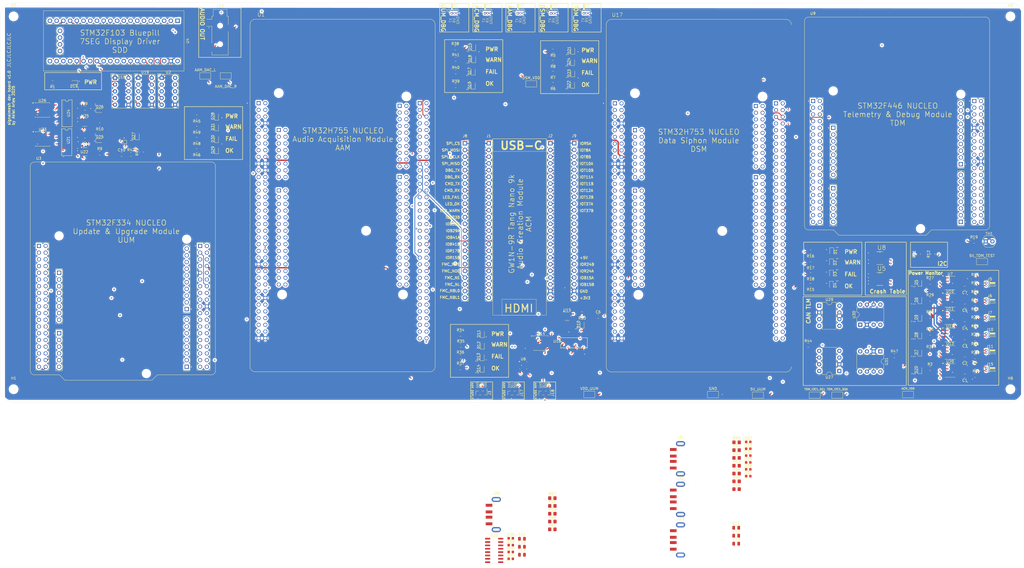
<source format=kicad_pcb>
(kicad_pcb (version 20241229) (generator "pcbnew") (generator_version "9.0")
  (layers (0 "F.Cu" signal) (4 "In1.Cu" signal) (6 "In2.Cu" signal) (2 "B.Cu" signal) (13 "F.Paste" user) (15 "B.Paste" user) (5 "F.SilkS" user "F.Silkscreen") (7 "B.SilkS" user "B.Silkscreen") (1 "F.Mask" user) (3 "B.Mask" user) (25 "Edge.Cuts" user))
  (net 0 "")
  (net 2 "Net-(U22-VOUT)")
  (net 15 "Net-(U25-VOUT)")
  (net 16 "AAM_CMD_TX")
  (net 17 "3V3_UUM")
  (net 18 "Net-(D19-A)")
  (net 37 "AAM_CMD_RX")
  (net 45 "Net-(D20-A)")
  (net 50 "Net-(D21-A)")
  (net 57 "Net-(D22-A)")
  (net 58 "GND")
  (net 59 "AAM_FMC_NBL0")
  (net 60 "unconnected-(J1-Pin_14-Pad14)")
  (net 61 "Net-(D23-A)")
  (net 62 "AAM_FMC_NE")
  (net 63 "unconnected-(J1-Pin_15-Pad15)")
  (net 64 "Net-(U14-VCC)")
  (net 65 "Net-(D10-A)")
  (net 66 "Net-(D11-A)")
  (net 67 "Net-(D12-A)")
  (net 68 "Net-(D13-A)")
  (net 69 "Net-(D14-A)")
  (net 70 "Net-(D15-A)")
  (net 71 "Net-(D16-A)")
  (net 72 "Net-(D17-A)")
  (net 73 "Net-(D18-A)")
  (net 74 "ACM_LED_WARN")
  (net 75 "ACM_DBG_TX")
  (net 76 "UUM_SPI2_CS")
  (net 77 "ACM_DBG_RX")
  (net 78 "Net-(D24-A)")
  (net 79 "ACM_SPI_SCLK")
  (net 80 "ACM_SPI_CS")
  (net 81 "ACM_LED_FAIL")
  (net 82 "AAM_FMC_NL")
  (net 83 "AAM_FMC_NBL1")
  (net 84 "unconnected-(J1-Pin_17-Pad17)")
  (net 85 "unconnected-(J1-Pin_16-Pad16)")
  (net 86 "unconnected-(J2-Pin_22-Pad22)")
  (net 87 "AAM_FMC_D11")
  (net 88 "ACM_SPI_MISO")
  (net 89 "ACM_SPI_MOSI")
  (net 90 "ACM_LED_OK")
  (net 91 "AAM_FMC_NOE")
  (net 93 "ACM_FMC_D15")
  (net 94 "unconnected-(J2-Pin_21-Pad21)")
  (net 95 "AAM_FMC_D0")
  (net 96 "AAM_FMC_D10")
  (net 97 "ACM_FMC_D14")
  (net 98 "unconnected-(J2-Pin_20-Pad20)")
  (net 99 "unconnected-(J2-Pin_19-Pad19)")
  (net 100 "AAM_FMC_D9")
  (net 106 "Net-(D25-A)")
  (net 112 "Net-(D26-A)")
  (net 119 "Net-(D1-A)")
  (net 120 "5V_TDM")
  (net 121 "AAM_FMC_NWE")
  (net 122 "AAM_FMC_D7")
  (net 123 "AAM_FMC_D3")
  (net 125 "Net-(D2-A)")
  (net 126 "Net-(D3-A)")
  (net 127 "Net-(D4-A)")
  (net 128 "AAM_FMC_D13")
  (net 129 "AAM_FMC_D8")
  (net 130 "AAM_FMC_D12")
  (net 152 "Net-(U9B-PC7)")
  (net 154 "3V3_ACM")
  (net 155 "AAM_FMC_D4")
  (net 156 "AAM_FMC_D6")
  (net 158 "AAM_FMC_D1")
  (net 159 "5V_ACM")
  (net 160 "AAM_FMC_D2")
  (net 162 "AAM_FMC_D5")
  (net 169 "Net-(D27-A)")
  (net 170 "TDM_I2C1_SCL")
  (net 175 "Net-(J15-Pin_1)")
  (net 179 "DSM_VDD")
  (net 185 "TDM_I2C1_SDA")
  (net 187 "DSM_I2C1_SDA")
  (net 188 "DSM_I2C1_SCL")
  (net 192 "TDM_VDD")
  (net 194 "TDM_DBG_RX")
  (net 195 "TDM_DBG_TX")
  (net 196 "Net-(J5-Pin_1)")
  (net 197 "Net-(J6-Pin_1)")
  (net 198 "Net-(J7-Pin_1)")
  (net 199 "Net-(J10-Pin_1)")
  (net 200 "Net-(J11-Pin_1)")
  (net 201 "Net-(D5-A)")
  (net 202 "AAM_DBG_TX")
  (net 203 "AAM_DBG_RX")
  (net 204 "DSM_DBG_TX")
  (net 205 "DSM_DBG_RX")
  (net 206 "VDD_ACM")
  (net 207 "Net-(D6-A)")
  (net 208 "Net-(D7-A)")
  (net 209 "Net-(D8-A)")
  (net 210 "Net-(D9-A)")
  (net 211 "VDD_AAM")
  (net 212 "VDD_UUM")
  (net 213 "VDD_DSM")
  (net 214 "5V_DSM")
  (net 215 "5V_UUM")
  (net 216 "5V_AAM")
  (net 217 "TDM_LED_OK")
  (net 218 "TDM_LED_WARN")
  (net 219 "TDM_LED_FAIL")
  (net 220 "ACM_VDD")
  (net 225 "Net-(U1B-GND_CN12-PadCN12_20)")
  (net 230 "VDD_7SDD")
  (net 232 "Net-(U32-XI)")
  (net 260 "Net-(U32-XO)")
  (net 267 "Net-(U14-~{CS})")
  (net 268 "Net-(U14-DI{slash}IO_{0})")
  (net 269 "Net-(U14-DO{slash}IO_{1})")
  (net 270 "Net-(U14-CLK)")
  (net 275 "AAM_VDD")
  (net 276 "AAM_LED_OK")
  (net 277 "AAM_LED_WARN")
  (net 278 "AAM_LED_FAIL")
  (net 288 "Net-(U1F-GND_CN10-PadCN10_17)")
  (net 321 "Net-(U1C-GND_CN8-PadCN8_11)")
  (net 349 "Net-(U1D-GND_CN9-PadCN9_12)")
  (net 372 "DSM_LED_OK")
  (net 374 "DSM_LED_WARN")
  (net 383 "Net-(U17B-GND_CN12-PadCN12_20)")
  (net 387 "DSM_LED_FAIL")
  (net 397 "Net-(U17F-GND_CN10-PadCN10_17)")
  (net 421 "Net-(U28B-VCC)")
  (net 422 "Net-(U17D-GND_CN9-PadCN9_12)")
  (net 438 "Net-(U17C-GND_CN8-PadCN8_11)")
  (net 485 "UUM_SPI_SEL")
  (net 489 "/CAN+")
  (net 564 "/CAN-")
  (net 577 "AAM_DAC_R")
  (net 583 "AAM_FMC_CLK")
  (net 584 "AAM_I2C1_SCL")
  (net 585 "AAM_I2C1_SDA")
  (net 597 "Net-(U2-B)")
  (net 598 "Net-(U2-DP)")
  (net 599 "Net-(U2-D)")
  (net 600 "Net-(U2-E)")
  (net 601 "Net-(U2-G)")
  (net 602 "Net-(U2-C)")
  (net 603 "Net-(U2-F)")
  (net 604 "Net-(U2-A)")
  (net 605 "Net-(U19-G)")
  (net 606 "Net-(U18-F)")
  (net 607 "Net-(U19-C)")
  (net 608 "Net-(U19-F)")
  (net 609 "Net-(U19-A)")
  (net 610 "Net-(U19-D)")
  (net 611 "Net-(U18-D)")
  (net 612 "Net-(U18-B)")
  (net 613 "Net-(U18-G)")
  (net 614 "Net-(U18-C)")
  (net 615 "Net-(U19-DP)")
  (net 616 "5V_7SDD")
  (net 617 "Net-(U18-DP)")
  (net 618 "Net-(U19-E)")
  (net 619 "Net-(U18-A)")
  (net 620 "Net-(U19-B)")
  (net 621 "Net-(U18-E)")
  (net 622 "AAM_INTRPT_TX")
  (net 623 "AAM_DAC_L")
  (net 624 "AAM_INTRPT_RX")
  (net 627 "Net-(U3A-GND_S1-PadCN7_19)")
  (net 646 "UUM_SPI1_SCK")
  (net 647 "UUM_DBG_TX")
  (net 651 "UUM_SPI1_MISO")
  (net 659 "UUM_DBG_RX")
  (net 665 "UUM_SPI1_MOSI")
  (net 681 "UUM_CAN_RD")
  (net 684 "Net-(U3C-GND-PadCN6_6)")
  (net 686 "UUM_CAN_TD")
  (net 688 "UUM_SPI1_CS")
  (net 689 "7SDD_CMD_RX")
  (net 690 "7SDD_CMD_TX")
  (net 691 "UUM_SPI1_MISO_A")
  (net 693 "UUM_SPI1_SCLK")
  (net 695 "Net-(U21-1Y)")
  (net 696 "Net-(U21-3Y)")
  (net 697 "Net-(U21-2Y)")
  (net 698 "Net-(U21-4Y)")
  (net 702 "Net-(U24-1Y)")
  (net 703 "Net-(U24-3Y)")
  (net 707 "Net-(U24-2Y)")
  (net 709 "Net-(U24-4Y)")
  (net 710 "UUM_SPI1_MISO_B")
  (net 714 "AAM_CAN_TD")
  (net 717 "AAM_CAN_RD")
  (net 718 "DSM_CAN_TD")
  (net 719 "DSM_CAN_RD")
  (net 724 "VDD_TDM")
  (net 725 "TDM_CAN_TD")
  (net 726 "TDM_CAN_RD")
  (net 727 "unconnected-(J1-Pin_13-Pad13)")
  (net 728 "unconnected-(J1-Pin_12-Pad12)")
  (net 729 "Net-(D28-A)")
  (net 730 "Net-(D29-A)")
  (net 731 "Net-(D30-A)")
  (net 732 "Net-(D31-A)")
  (net 733 "UUM_VDD")
  (net 734 "UUM_LED_OK")
  (net 735 "UUM_LED_WARN")
  (net 736 "UUM_LED_FAIL")
  (net 738 "Net-(D32-A)")
  (net 739 "Net-(D33-A)")
  (net 740 "Net-(D34-A)")
  (net 741 "Net-(D35-A)")
  (net 742 "Net-(D36-A)")
  (net 743 "Net-(D37-A)")
  (net 745 "AAM_USB_D+")
  (net 746 "AAM_USB_D-")
  (net 748 "Net-(J23-D+)")
  (net 750 "Net-(J23-D-)")
  (net 752 "Net-(U33-XI)")
  (net 753 "Net-(U33-XO)")
  (net 754 "Net-(D38-A)")
  (net 755 "Net-(D39-A)")
  (net 756 "Net-(D40-A)")
  (net 757 "Net-(D41-A)")
  (net 758 "Net-(J20-D-)")
  (net 760 "Net-(J20-D+)")
  (net 761 "DSM_USB_D-")
  (net 762 "DSM_USB_D+")
  (footprint "MountingHole:MountingHole_3.2mm_M3" (layer "F.Cu") (at 566 55)
    (property "Reference" "H5")
    (property "Value" "MountingHole")
  )
  (footprint "Capacitor_SMD:C_0805_2012Metric" (layer "F.Cu") (at 462.28 248.4)
    (property "Reference" "C11")
    (property "Value" "22pf")
  )
  (footprint "LED_SMD:LED_0603_1608Metric" (layer "F.Cu") (at 366.31 179.3467 90)
    (property "Reference" "D12")
    (property "Value" "LED_OK")
  )
  (footprint "Connector_PinHeader_1.00mm:PinHeader_1x02_P1.00mm_Horizontal" (layer "F.Cu") (at 556.825 188)
    (property "Reference" "J15")
    (property "Value" "INA219_CONFIG")
  )
  (footprint "Display_7Segment:HDSP-A151" (layer "F.Cu") (at 227.35 78.25)
    (property "Reference" "U18")
    (property "Value" "HDSP-7503")
  )
  (footprint "Resistor_SMD:R_0805_2012Metric_Pad1.20x1.40mm_HandSolder" (layer "F.Cu") (at 258.25 101.5 180)
    (property "Reference" "R48")
    (property "Value" "300")
  )
  (footprint "LED_SMD:LED_0603_1608Metric" (layer "F.Cu") (at 265.75 105.5 90)
    (property "Reference" "D29")
    (property "Value" "LED_OK")
  )
  (footprint "LED_SMD:LED_0603_1608Metric" (layer "F.Cu") (at 363 71 90)
    (property "Reference" "D18")
    (property "Value" "LED_WARN")
  )
  (footprint "Resistor_SMD:R_0805_2012Metric_Pad1.20x1.40mm_HandSolder" (layer "F.Cu") (at 552.58 190.8)
    (property "Reference" "R3")
    (property "Value" "10k")
  )
  (footprint "TestPoint:TestPoint_Keystone_5019_Miniature" (layer "F.Cu") (at 453.5 198)
    (property "Reference" "GND")
    (property "Value" "TestPoint_Keystone_5019_Miniature")
  )
  (footprint "Resistor_SMD:R_0805_2012Metric_Pad1.20x1.40mm_HandSolder" (layer "F.Cu") (at 233.3675 107.1175)
    (property "Reference" "R42")
    (property "Value" "100")
  )
  (footprint "Connector_USB:USB_A_CNCTech_1001-011-01101_Horizontal" (layer "F.Cu") (at 378.45 243.4)
    (property "Reference" "J20")
    (property "Value" "USB_A")
  )
  (footprint "Capacitor_SMD:C_0805_2012Metric" (layer "F.Cu") (at 216.0125 101.7175 180)
    (property "Reference" "C8")
    (property "Value" "10uf")
  )
  (footprint "LED_SMD:LED_0603_1608Metric" (layer "F.Cu") (at 466.85 218.51)
    (property "Reference" "D33")
    (property "Value" "LED_PWR")
  )
  (footprint "LED_SMD:LED_0603_1608Metric" (layer "F.Cu") (at 531.756 155.555 90)
    (property "Reference" "D5")
    (property "Value" "LED_PWR")
  )
  (footprint "Resistor_SMD:R_0805_2012Metric_Pad1.20x1.40mm_HandSolder" (layer "F.Cu") (at 536.66 144.9 90)
    (property "Reference" "R12")
    (property "Value" "4.7k")
  )
  (footprint "Package_DIP:DIP-8_W7.62mm" (layer "F.Cu") (at 501.3 189.12 180)
    (property "Reference" "U27")
    (property "Value" "MCP2551-I-P")
  )
  (footprint "LED_SMD:LED_0603_1608Metric" (layer "F.Cu") (at 265.75 101.25 90)
    (property "Reference" "D30")
    (property "Value" "LED_FAIL")
  )
  (footprint "Capacitor_SMD:C_0805_2012Metric" (layer "F.Cu") (at 548.7327 178.0049 180)
    (property "Reference" "C3")
    (property "Value" "0.1uf")
  )
  (footprint "LED_SMD:LED_0603_1608Metric" (layer "F.Cu") (at 498.3 148.2 -90)
    (property "Reference" "D2")
    (property "Value" "LED_FAIL")
  )
  (footprint "LED_SMD:LED_0603_1608Metric" (layer "F.Cu") (at 400.4 72.1 90)
    (property "Reference" "D24")
    (property "Value" "LED_WARN")
  )
  (footprint "Capacitor_SMD:C_0805_2012Metric" (layer "F.Cu") (at 381.25 252.58)
    (property "Reference" "C14")
    (property "Value" "22pf")
  )
  (footprint "Resistor_SMD:R_0805_2012Metric_Pad1.20x1.40mm_HandSolder" (layer "F.Cu") (at 490.4 148.5 180)
    (property "Reference" "R17")
    (property "Value" "300")
  )
  (footprint "Resistor_SMD:R_0805_2012Metric_Pad1.20x1.40mm_HandSolder" (layer "F.Cu") (at 393 80.7 180)
    (property "Reference" "R6")
    (property "Value" "300")
  )
  (footprint "LED_SMD:LED_0603_1608Metric" (layer "F.Cu") (at 466.85 226.28)
    (property "Reference" "D36")
    (property "Value" "RXD")
  )
  (footprint "MountingHole:MountingHole_3.2mm_M3" (layer "F.Cu") (at 189 55)
    (property "Reference" "H2")
    (property "Value" "MountingHole")
  )
  (footprint "Resistor_SMD:R_0805_2012Metric_Pad1.20x1.40mm_HandSolder" (layer "F.Cu") (at 490.4 144 180)
    (property "Reference" "R16")
    (property "Value" "300")
  )
  (footprint "Connector_USB:USB_A_CNCTech_1001-011-01101_Horizontal" (layer "F.Cu") (at 448.13 253)
    (property "Reference" "J23")
    (property "Value" "USB_A")
  )
  (footprint "LED_SMD:LED_0603_1608Metric" (layer "F.Cu") (at 221.5675 101.9725)
    (property "Reference" "D25")
    (property "Value" "LED_PWR")
  )
  (footprint "Display_7Segment:HDSP-A151" (layer "F.Cu") (at 236.17 78.25)
    (property "Reference" "U19")
    (property "Value" "HDSP-7503")
  )
  (footprint "LED_SMD:LED_0603_1608Metric" (layer "F.Cu") (at 400.5 76.4 90)
    (property "Reference" "D23")
    (property "Value" "LED_FAIL")
  )
  (footprint "Connector_PinHeader_1.00mm:PinHeader_1x03_P1.00mm_Horizontal" (layer "F.Cu") (at 404.7 53.8 90)
    (property "Reference" "J4")
    (property "Value" "TDM_DBG")
  )
  (footprint "LED_SMD:LED_0603_1608Metric" (layer "F.Cu") (at 400.4 80.7 90)
    (property "Reference" "D22")
    (property "Value" "LED_OK")
  )
  (footprint "LED_SMD:LED_0603_1608Metric" (layer "F.Cu") (at 466.85 228.87)
    (property "Reference" "D37")
    (property "Value" "LED_PWR")
  )
  (footprint "Resistor_SMD:R_0805_2012Metric_Pad1.20x1.40mm_HandSolder" (layer "F.Cu") (at 356.2 81.2)
    (property "Reference" "R39")
    (property "Value" "300")
  )
  (footprint "Connector_PinHeader_1.00mm:PinHeader_1x04_P1.00mm_Vertical_SMD_Pin1Left" (layer "F.Cu") (at 365.95 197.425 -90)
    (property "Reference" "J3")
    (property "Value" "LCD_display")
  )
  (footprint "Resistor_SMD:R_0805_2012Metric_Pad1.20x1.40mm_HandSolder" (layer "F.Cu") (at 358.01 183.68)
    (property "Reference" "R36")
    (property "Value" "300")
  )
  (footprint "Resistor_SMD:R_0805_2012Metric_Pad1.20x1.40mm_HandSolder" (layer "F.Cu") (at 489.5 179.4)
    (property "Reference" "R44")
    (property "Value" "120")
  )
  (footprint "Resistor_SMD:R_0805_2012Metric_Pad1.20x1.40mm_HandSolder" (layer "F.Cu") (at 552.58 160.855)
    (property "Reference" "R20")
    (property "Value" "10k")
  )
  (footprint "NUCLEO-H753ZI:MODULE_NUCLEO-H753ZI" (layer "F.Cu") (at 313.41 122.74)
    (property "Reference" "U1")
    (property "Value" "NUCLEO-H753ZI")
  )
  (footprint "Resistor_SMD:R_0805_2012Metric_Pad1.20x1.40mm_HandSolder" (layer "F.Cu") (at 552.58 167.355)
    (property "Reference" "R22")
    (property "Value" "10k")
  )
  (footprint "Resistor_SMD:R_0805_2012Metric_Pad1.20x1.40mm_HandSolder" (layer "F.Cu") (at 535.6 188.2)
    (property "Reference" "R2")
    (property "Value" "300")
  )
  (footprint "Package_LGA:Bosch_LGA-8_2.5x2.5mm_P0.65mm_ClockwisePinNumbering" (layer "F.Cu") (at 381.775 187.025)
    (property "Reference" "U6")
    (property "Value" "BME280")
  )
  (footprint "Resistor_SMD:R_0805_2012Metric_Pad1.20x1.40mm_HandSolder" (layer "F.Cu") (at 462.43 224.95)
    (property "Reference" "R53")
    (property "Value" "300")
  )
  (footprint "LED_SMD:LED_0603_1608Metric" (layer "F.Cu") (at 400.5 67.8 90)
    (property "Reference" "D21")
    (property "Value" "LED_PWR")
  )
  (footprint "Capacitor_SMD:C_0805_2012Metric" (layer "F.Cu") (at 548.7327 190.995 180)
    (property "Reference" "C1")
    (property "Value" "0.1uf")
  )
  (footprint "Capacitor_SMD:C_0805_2012Metric" (layer "F.Cu") (at 548.7327 164.5049 180)
    (property "Reference" "C5")
    (property "Value" "0.1uf")
  )
  (footprint "Resistor_SMD:R_0805_2012Metric_Pad1.20x1.40mm_HandSolder" (layer "F.Cu") (at 462.43 219.05)
    (property "Reference" "R51")
    (property "Value" "300")
  )
  (footprint "Connector_PinSocket_2.54mm:PinSocket_1x24_P2.54mm_Vertical" (layer "F.Cu") (at 401.01 102.94)
    (property "Reference" "J9")
    (property "Value" "FPGA I/O")
  )
  (footprint "LED_SMD:LED_0603_1608Metric" (layer "F.Cu") (at 265.75 92.75 90)
    (property "Reference" "D28")
    (property "Value" "LED_PWR")
  )
  (footprint "Resistor_SMD:R_0805_2012Metric_Pad1.20x1.40mm_HandSolder" (layer "F.Cu") (at 392.75 243.1)
    (property "Reference" "R59")
    (property "Value" "300")
  )
  (footprint "Resistor_SMD:R_0805_2012Metric_Pad1.20x1.40mm_HandSolder" (layer "F.Cu") (at 221.5625 95.9725 180)
    (property "Reference" "R10")
    (property "Value" "300")
  )
  (footprint "Capacitor_SMD:C_0805_2012Metric" (layer "F.Cu") (at 410.065 168.48)
    (property "Reference" "C6")
    (property "Value" "10uf")
  )
  (footprint "Capacitor_SMD:C_0805_2012Metric" (layer "F.Cu") (at 548.7327 184.5078 180)
    (property "Reference" "C2")
    (property "Value" "0.1uf")
  )
  (footprint "LED_SMD:LED_0603_1608Metric" (layer "F.Cu") (at 235.7675 100.2175 90)
    (property "Reference" "D27")
    (property "Value" "LED_PWR")
  )
  (footprint "Connector_USB:USB_A_CNCTech_1001-011-01101_Horizontal" (layer "F.Cu") (at 448.13 237.65)
    (property "Reference" "J22")
    (property "Value" "USB_A")
  )
  (footprint "Package_SO:SOIC-8_3.9x4.9mm_P1.27mm" (layer "F.Cu") (at 543.1225 162.3837)
    (property "Reference" "U10")
    (property "Value" "INA219AxD")
  )
  (footprint "LED_SMD:LED_0603_1608Metric" (layer "F.Cu") (at 377.02 254.96)
    (property "Reference" "D39")
    (property "Value" "LED_PWR")
  )
  (footprint "Resistor_SMD:R_0805_2012Metric_Pad1.20x1.40mm_HandSolder" (layer "F.Cu") (at 258.25 105.75 180)
    (property "Reference" "R46")
    (property "Value" "300")
  )
  (footprint "LED_SMD:LED_0603_1608Metric" (layer "F.Cu") (at 531.756 168.773 90)
    (property "Reference" "D9")
    (property "Value" "LED_PWR")
  )
  (footprint "OptoDevice:R_LDR_4.9x4.2mm_P2.54mm_Vertical" (layer "F.Cu") (at 556.66 140.1)
    (property "Reference" "TH1")
    (property "Value" "10k")
  )
  (footprint "Package_SO:SOIC-8_3.9x4.9mm_P1.27mm" (layer "F.Cu") (at 543.14 182.12)
    (property "Reference" "U13")
    (property "Value" "INA219AxD")
  )
  (footprint "Resistor_SMD:R_0805_2012Metric_Pad1.20x1.40mm_HandSolder" (layer "F.Cu") (at 392.75 237.2)
    (property "Reference" "R57")
    (property "Value" "300")
  )
  (footprint "Display_7Segment:HDSP-A151" (layer "F.Cu") (at 245 78.25)
    (property "Reference" "U2")
    (property "Value" "HDSP-7503")
  )
  (footprint "Resistor_SMD:R_0805_2012Metric_Pad1.20x1.40mm_HandSolder" (layer "F.Cu") (at 356.2 71.2)
    (property "Reference" "R41")
    (property "Value" "300")
  )
  (footprint "Resistor_SMD:R_0805_2012Metric_Pad1.20x1.40mm_HandSolder" (layer "F.Cu") (at 356 67)
    (property "Reference" "R38")
    (property "Value" "300")
  )
  (footprint "LED_SMD:LED_0603_1608Metric" (layer "F.Cu") (at 498.3 156.7 -90)
    (property "Reference" "D4")
    (property "Value" "LED_PWR")
  )
  (footprint "Package_TO_SOT_SMD:SOT-23-5" (layer "F.Cu") (at 216 106.2225)
    (property "Reference" "U22")
    (property "Value" "AP2112K-3.3")
  )
  (footprint "Resistor_SMD:R_0805_2012Metric_Pad1.20x1.40mm_HandSolder" (layer "F.Cu") (at 535.6 181.605)
    (property "Reference" "R30")
    (property "Value" "300")
  )
  (footprint "Resistor_SMD:R_0805_2012Metric_Pad1.20x1.40mm_HandSolder" (layer "F.Cu") (at 552.58 157.469)
    (property "Reference" "R14")
    (property "Value" "10k")
  )
  (footprint "Package_TO_SOT_SMD:SOT-23-5" (layer "F.Cu") (at 398.3475 168.43)
    (property "Reference" "U15")
    (property "Value" "AP2112K-3.3")
  )
  (footprint "Resistor_SMD:R_0805_2012Metric_Pad1.20x1.40mm_HandSolder" (layer "F.Cu") (at 462.43 216.1)
    (property "Reference" "R50")
    (property "Value" "300")
  )
  (footprint "Connector_PinSocket_2.54mm:PinSocket_1x24_P2.54mm_Vertical" (layer "F.Cu") (at 368.7 102.98)
    (property "Reference" "J1")
    (property "Value" "FPGA I/O")
  )
  (footprint "Capacitor_SMD:C_0805_2012Metric" (layer "F.Cu") (at 216.0125 89.7175)
    (property "Reference" "C9")
    (property "Value" "10uf")
  )
  (footprint "Package_SO:SOIC-8_3.9x4.9mm_P1.27mm" (layer "F.Cu") (at 543.105 168.9625)
    (property "Reference" "U11")
    (property "Value" "INA219AxD")
  )
  (footprint "Resistor_SMD:R_0805_2012Metric_Pad1.20x1.40mm_HandSolder" (layer "F.Cu") (at 490.4 152.64 180)
    (property "Reference" "R18")
    (property "Value" "300")
  )
  (footprint "LED_SMD:LED_0603_1608Metric" (layer "F.Cu") (at 377.02 252.37)
    (property "Reference" "D38")
    (property "Value" "LED_PWR")
  )
  (footprint "Resistor_SMD:R_0805_2012Metric_Pad1.20x1.40mm_HandSolder" (layer "F.Cu") (at 356.2 76)
    (property "Reference" "R40")
    (property "Value" "300")
  )
  (footprint "Resistor_SMD:R_0805_2012Metric_Pad1.20x1.40mm_HandSolder" (layer "F.Cu") (at 393 76.5 180)
    (property "Reference" "R7")
    (property "Value" "300")
  )
  (footprint "LED_SMD:LED_0603_1608Metric" (layer "F.Cu") (at 362.8 81 90)
    (property "Reference" "D16")
    (property "Value" "LED_OK")
  )
  (footprint "Connector_PinSocket_2.54mm:PinSocket_1x24_P2.54mm_Vertical" (layer "F.Cu") (at 359.7 102.98)
    (property "Reference" "J8")
    (property "Value" "FPGA I/O")
  )
  (footprint "LED_SMD:LED_0603_1608Metric" (layer "F.Cu") (at 531.756 162.164 90)
    (property "Reference" "D6")
    (property "Value" "LED_PWR")
  )
  (footprint "Resistor_SMD:R_0805_2012Metric_Pad1.20x1.40mm_HandSolder" (layer "F.Cu") (at 358.11 179.48)
    (property "Reference" "R35")
    (property "Value" "300")
  )
  (footprint "Resistor_SMD:R_0805_2012Metric_Pad1.20x1.40mm_HandSolder" (layer "F.Cu") (at 552.58 163.805)
    (property "Reference" "R21")
    (property "Value" "10k")
  )
  (footprint "TestPoint:TestPoint_Keystone_5019_Miniature" (layer "F.Cu") (at 470.5 198.25)
    (property "Reference" "5V_UUM")
    (property "Value" "TestPoint_Keystone_5019_Miniature")
  )
  (footprint "Connector_PinHeader_1.00mm:PinHeader_1x04_P1.00mm_Vertical_SMD_Pin1Left" (layer "F.Cu") (at 389.8 197.425 -90)
    (property "Reference" "J18")
    (property "Value" "LCD_display")
  )
  (footprint "Resistor_SMD:R_0805_2012Metric_Pad1.20x1.40mm_HandSolder" (layer "F.Cu") (at 490.4 156.64 180)
    (property "Reference" "R15")
    (property "Value" "300")
  )
  (footprint "LED_SMD:LED_0603_1608Metric" (layer "F.Cu") (at 211.8 80 180)
    (property "Reference" "D19")
    (property "Value" "LED_PWR")
  )
  (footprint "Package_SO:SOIC-8_5.3x5.3mm_P1.27mm" (layer "F.Cu") (at 388.51 178.58)
    (property "Reference" "U14")
    (property "Value" "W25Q128JVS")
  )
  (footprint "LED_SMD:LED_0603_1608Metric" (layer "F.Cu") (at 404.01 171.48 90)
    (property "Reference" "D10")
    (property "Value" "LED_PWR")
  )
  (footprint "LED_SMD:LED_0603_1608Metric" (layer "F.Cu") (at 265.75 96.75 90)
    (property "Reference" "D31")
    (property "Value" "LED_WARN")
  )
  (footprint "Capacitor_SMD:C_0805_2012Metric" (layer "F.Cu") (at 462.28 254.42)
    (property "Reference" "C13")
    (property "Value" "22pf")
  )
  (footprint "Resistor_SMD:R_0805_2012Metric_Pad1.20x1.40mm_HandSolder" (layer "F.Cu") (at 392.75 249)
    (property "Reference" "R61")
    (property "Value" "1k5")
  )
  (footprint "Resistor_SMD:R_0805_2012Metric_Pad1.20x1.40mm_HandSolder" (layer "F.Cu") (at 392.75 246.05)
    (property "Reference" "R60")
    (property "Value" "300")
  )
  (footprint "TestPoint:TestPoint_Keystone_5019_Miniature" (layer "F.Cu") (at 406.75 198)
    (property "Reference" "VDD_UUM")
    (property "Value" "TestPoint_Keystone_5019_Miniature")
  )
  (footprint "Resistor_SMD:R_0805_2012Metric_Pad1.20x1.40mm_HandSolder" (layer "F.Cu") (at 393 72.3 180)
    (property "Reference" "R8")
    (property "Value" "300")
  )
  (footprint "LED_SMD:LED_0603_1608Metric" (layer "F.Cu") (at 498.3 152.4451 -90)
    (property "Reference" "D3")
    (property "Value" "LED_WARN")
  )
  (footprint "Resistor_SMD:R_0805_2012Metric_Pad1.20x1.40mm_HandSolder" (layer "F.Cu") (at 462.43 227.9)
    (property "Reference" "R54")
    (property "Value" "300")
  )
  (footprint "Resistor_SMD:R_0805_2012Metric_Pad1.20x1.40mm_HandSolder" (layer "F.Cu") (at 535.6 168.43)
    (property "Reference" "R32")
    (property "Value" "300")
  )
  (footprint "Package_DIP:DIP-8_W7.62mm" (layer "F.Cu") (at 493.69 164.42)
    (property "Reference" "U29")
    (property "Value" "MCP2551-I-P")
  )
  (footprint "TestPoint:TestPoint_Keystone_5019_Miniature" (layer "F.Cu") (at 492 198.25)
    (property "Reference" "TDM_I2C1_SCL")
    (property "Value" "TestPoint_Keystone_5019_Miniature")
  )
  (footprint "Resistor_SMD:R_0805_2012Metric_Pad1.20x1.40mm_HandSolder" (layer "F.Cu") (at 358.01 187.88)
    (property "Reference" "R37")
    (property "Value" "300")
  )
  (footprint "LED_SMD:LED_0603_1608Metric" (layer "F.Cu") (at 466.85 215.92)
    (property "Reference" "D32")
    (property "Value" "LED_PWR")
  )
  (footprint "Connector_USB:USB_A_CNCTech_1001-011-01101_Horizontal" (layer "F.Cu") (at 448.13 222.3)
    (property "Reference" "J21")
    (property "Value" "USB_A")
  )
  (footprint "TestPoint:TestPoint_Keystone_5019_Miniature" (layer "F.Cu") (at 527.25 198)
    (property "Reference" "ACM_VDD")
    (property "Value" "TestPoint_Keystone_5019_Miniature")
  )
  (footprint "Connector_PinSocket_2.54mm:PinSocket_1x24_P2.54mm_Vertical" (layer "F.Cu") (at 392.01 102.98)
    (property "Reference" "J2")
    (property "Value" "FPGA I/O")
  )
  (footprint "NUCLEO-F446RE:MODULE_NUCLEO-F446RE" (layer "F.Cu") (at 523.11 96.51)
    (property "Reference" "U9")
    (property "Value" "NUCLEO-F446RE")
  )
  (footprint "Resistor_SMD:R_0805_2012Metric_Pad1.20x1.40mm_HandSolder" (layer "F.Cu") (at 535.6 174.8675)
    (property "Reference" "R31")
    (property "Value" "300")
  )
  (footprint "Connector_PinHeader_1.00mm:PinHeader_1x03_P1.00mm_Horizontal" (layer "F.Cu") (at 367.3 53.8 90)
    (property "Reference" "J14")
    (property "Value" "ACM_DBG")
  )
  (footprint "Capacitor_SMD:C_0805_2012Metric" (layer "F.Cu") (at 548.7 157.8 180)
    (property "Reference" "C7")
    (property "Value" "0.1uf")
  )
  (footprint "Resistor_SMD:R_0805_2012Metric_Pad1.20x1.40mm_HandSolder" (layer "F.Cu") (at 393 68.1 180)
    (property "Reference" "R5")
    (property "Value" "300")
  )
  (footprint "LED_SMD:LED_0603_1608Metric" (layer "F.Cu") (at 531.756 181.991 90)
    (property "Reference" "D7")
    (property "Value" "LED_PWR")
  )
  (footprint "LED_SMD:LED_0603_1608Metric" (layer "F.Cu") (at 366.21 188.08 90)
    (property "Reference" "D14")
    (property "Value" "LED_WARN")
  )
  (footprint "Resistor_SMD:R_0805_2012Metric_Pad1.20x1.40mm_HandSolder" (layer "F.Cu") (at 258.25 93 180)
    (property "Reference" "R45")
    (property "Value" "300")
  )
  (footprint "Capacitor_SMD:C_0805_2012Metric" (layer "F.Cu") (at 381.25 258.6)
    (property "Reference" "C16")
    (property "Value" "22pf")
  )
  (footprint "Connector_PinHeader_1.00mm:PinHeader_1x02_P1.00mm_Horizontal" (layer "F.Cu") (at 556.825 181.305)
    (property "Reference" "J11")
    (property "Value" "INA219_CONFIG")
  )
  (footprint "Connector_PinHeader_1.00mm:PinHeader_1x03_P1.00mm_Horizontal" (layer "F.Cu") (at 392.25 53.875 90)
    (property "Reference" "J16")
    (property "Value" "DSM_DBG")
  )
  (footprint "Connector_PinHeader_1.00mm:PinHeader_1x02_P1.00mm_Horizontal" (layer "F.Cu") (at 556.825 162.18)
    (property "Reference" "J6")
    (property "Value" "INA219_CONFIG")
  )
  (footprint "Resistor_SMD:R_0805_2012Metric_Pad1.20x1.40mm_HandSolder" (layer "F.Cu") (at 462.43 233.8)
    (property "Reference" "R56")
    (property "Value" "300")
  )
  (footprint "Resistor_SMD:R_0805_2012Metric_Pad1.20x1.40mm_HandSolder" (layer "F.Cu") (at 221.5625 106.7175)
    (property "Reference" "R9")
    (property "Value" "300")
  )
  (footprint "LED_SMD:LED_0603_1608Metric" (layer "F.Cu") (at 366.21 183.7133 90)
    (property "Reference" "D13")
    (property "Value" "LED_FAIL")
  )
  (footprint "LED_SMD:LED_0603_1608Metric" (layer "F.Cu") (at 363 66.5 90)
    (property "Reference" "D15")
    (property "Value" "LED_PWR")
  )
  (footprint "MountingHole:MountingHole_3.2mm_M3" (layer "F.Cu") (at 566 196)
    (property "Reference" "H6")
    (property "Value" "MountingHole")
  )
  (footprint "Resistor_SMD:R_0805_2012Metric_Pad1.20x1.40mm_HandSolder" (layer "F.Cu") (at 203.75 80 180)
    (property "Reference" "R1")
    (property "Value" "300")
  )
  (footprint "Connector_PinHeader_1.00mm:PinHeader_1x02_P1.00mm_Horizontal" (layer "F.Cu") (at 556.825 174.93)
    (property "Reference" "J10")
    (property "Value" "INA219_CONFIG")
  )
  (footprint "Resistor_SMD:R_0805_2012Metric_Pad1.20x1.40mm_HandSolder" (layer "F.Cu") (at 535.6 161.9925)
    (property "Reference" "R29")
    (property "Value" "300")
  )
  (footprint "Resistor_SMD:R_0805_2012Metric_Pad1.20x1.40mm_HandSolder" (layer "F.Cu") (at 552.58 170.455)
    (property "Reference" "R24")
    (property "Value" "10k")
  )
  (footprint "TestPoint:TestPoint_Keystone_5019_Miniature" (layer "F.Cu") (at 261.5 77.5)
    (property "Reference" "AAM_DAC_L")
    (property "Value" "TestPoint_Keystone_5019_Miniature")
  )
  (footprint "Capacitor_SMD:C_0805_2012Metric" (layer "F.Cu") (at 381.25 255.59)
    (property "Reference" "C15")
    (property "Value" "22pf")
  )
  (footprint "Footprints:YAAJ_WeAct_BlackPill_SWD_2" (layer "F.Cu") (at 251 56.66 -90)
    (property "Reference" "U4")
    (property "Value" "YAAJ_BluePill_Part_Like" (hide yes))
  )
  (footprint "Connector_PinHeader_1.00mm:PinHeader_1x03_P1.00mm_Horizontal" (layer "F.Cu") (at 379.7 53.8 90)
    (property "Reference" "J12")
    (property "Value" "AAM_DBG")
  )
  (footprint "LED_SMD:LED_0603_1608Metric" (layer "F.Cu") (at 377.02 260.14)
    (property "Reference" "D41")
    (property "Value" "RXD")
  )
  (footprint "NUCLEO-F303RE:ST_NUCLEO-F303RE" (layer "F.Cu") (at 230.33 151.32)
    (property "Reference" "U3")
    (property "Value" "NUCLEO-F303RE")
  )
  (footprint "74HC4050D:SO16" (layer "F.Cu") (at 400.915 178.48)
    (property "Reference" "U16")
    (property "Value" "74HC4050D")
  )
  (footprint "Connector_PinHeader_1.00mm:PinHeader_1x03_P1.00mm_Horizontal" (layer "F.Cu") (at 354.75 53.8 90)
    (property "Reference" "J13")
    (property "Value" "UUM_DBG")
  )
  (footprint "TestPoint:TestPoint_Keystone_5019_Miniature" (layer "F.Cu") (at 269.25 77.5)
    (property "Reference" "AAM_DAC_R")
    (property "Value" "TestPoint_Keystone_5019_Miniature")
  )
  (footprint "Package_DIP:DIP-8_W7.62mm" (layer "F.Cu") (at 516.8 181.7 -90)
    (property "Reference" "U31")
    (property "Value" "MCP2551-I-P")
  )
  (footprint "Package_SO:SOIC-8_3.9x4.9mm_P1.27mm" (layer "F.Cu") (at 543.1575 175.5412)
    (property "Reference" "U12")
    (property "Value" "INA219AxD")
  )
  (footprint "TestPoint:TestPoint_Keystone_5019_Miniature" (layer "F.Cu") (at 555.25 147.75)
    (property "Reference" "5V_TDM_TEST")
    (property "Value" "TestPoint_Keystone_5019_Miniature")
  )
  (footprint "TestPoint:TestPoint_Keystone_5019_Miniature" (layer "F.Cu") (at 384.75 80.5)
    (property "Reference" "DSM_VDD")
    (property "Value" "TestPoint_Keystone_5019_Miniature")
  )
  (footprint "NUCLEO-H753ZI:MODULE_NUCLEO-H753ZI" (layer "F.Cu") (at 448.13 122.81)
    (property "Reference" "U17")
    (property "Value" "NUCLEO-H753ZI")
  )
  (footprint "LED_SMD:LED_0603_1608Metric" (layer "F.Cu") (at 362.8 75.7 90)
    (property "Reference" "D17")
    (property "Value" "LED_FAIL")
  )
  (footprint "LED_SMD:LED_0603_1608Metric" (layer "F.Cu") (at 531.756 175.382 90)
    (property "Reference" "D8")
    (property "Value" "LED_PWR")
  )
  (footprint "LED_SMD:LED_0603_1608Metric" (layer "F.Cu") (at 466.85 221.1)
    (property "Reference" "D34")
    (property "Value" "LED_PWR")
  )
  (footprint "Capacitor_SMD:C_0805_2012Metric" (layer "F.Cu") (at 548.7327 171.2549 180)
    (property "Reference" "C4")
    (property "Value" "0.1uf")
  )
  (footprint "Resistor_SMD:R_0805_2012Metric_Pad1.20x1.40mm_HandSolder" (layer "F.Cu") (at 462.43 222)
    (property "Reference" "R52")
    (property "Value" "300")
  )
  (footprint "LED_SMD:LED_0603_1608Metric" (layer "F.Cu") (at 366.31 174.98 90)
    (property "Reference" "D11")
    (property "Value" "LED_PWR")
  )
  (footprint "LED_SMD:LED_0603_1608Metric" (layer "F.Cu") (at 498.4 144 -90)
    (property "Reference" "D1")
    (property "Value" "LED_OK")
  )
  (footprint "24LC256-I_SN:SOIC127P600X175-8N" (layer "F.Cu") (at 516.6 154.305)
    (property "Reference" "U5")
    (property "Value" "24LC256-I_SN")
  )
  (footprint "LED_SMD:LED_0603_1608Metric" (layer "F.Cu") (at 466.85 223.69)
    (property "Reference" "D35")
    (property "Value" "TXD")
  )
  (footprint "Resistor_SMD:R_0805_2012Metric_Pad1.20x1.40mm_HandSolder" (layer "F.Cu") (at 552.6 180.5)
    (property "Reference" "R26")
    (property "Value" "10k")
  )
  (footprint "Resistor_SMD:R_0805_2012Metric_Pad1.20x1.40mm_HandSolder" (layer "F.Cu") (at 237.3675 106.3175 90)
    (property "Reference" "R43")
    (property "Value" "300")
  )
  (footprint "74HC4050D:SO16" (layer "F.Cu") (at 209.0675 102.5725 -90)
    (property "Reference" "U21")
    (property "Value" "74HC4050D")
  )
  (footprint "Connector_Audio:Jack_3.5mm_CUI_SJ-3523-SMT_Horizontal" (layer "F.Cu") (at 267.1 61)
    (property "Reference" "J19")
    (property "Value" "AudioJack3")
  )
  (footprint "MountingHole:MountingHole_3.2mm_M3" (layer "F.Cu") (at 189 196)
    (property "Reference" "H1")
    (property "Value" "MountingHole")
  )
  (footprint "Resistor_SMD:R_0805_2012Metric_Pad1.20x1.40mm_HandSolder" (layer "F.Cu") (at 552.58 173.805)
    (property "Reference" "R23")
    (property "Value" "10k")
  )
  (footprint "Resistor_SMD:R_0805_2012Metric_Pad1.20x1.40mm_HandSolder" (layer "F.Cu") (at 552.58 183.755)
    (property "Reference" "R28")
    (property "Value" "10k")
  )
  (footprint "24LC256-I_SN:SOIC127P600X175-8N" (layer "F.Cu") (at 516.6 146.4)
    (property "Reference" "U8")
    (property "Value" "24LC256-I_SN")
  )
  (footprint "Capacitor_SMD:C_0805_2012Metric" (layer "F.Cu") (at 462.28 251.41)
    (property "Reference" "C12")
    (property "Value" "22pf")
  )
  (footprint "Resistor_SMD:R_0805_2012Metric_Pad1.20x1.40mm_HandSolder" (layer "F.Cu") (at 552.58 154.305)
    (property "Reference" "R13")
    (property "Value" "10k")
  )
  (footprint "Package_SO:SOIC-8_3.9x4.9mm_P1.27mm" (layer "F.Cu") (at 543.175 188.905)
    (property "Reference" "U20")
    (property "Value" "INA219AxD")
  )
  (footprint "Resistor_SMD:R_0805_2012Metric_Pad1.20x1.40mm_HandSolder" (layer "F.Cu") (at 552.58 187.5)
    (property "Reference" "R4")
    (property "Value" "10k")
  )
  (footprint "Resistor_SMD:R_0805_2012Metric_Pad1.20x1.40mm_HandSolder" (layer "F.Cu") (at 258.25 97.25 180)
    (property "Reference" "R49")
    (property "Value" "300")
  )
  (footprint "Connector_PinHeader_1.00mm:PinHeader_1x02_P1.00mm_Horizontal" (layer "F.Cu") (at 556.825 155.805)
    (property "Reference" "J5")
    (property "Value" "INA219_CONFIG")
  )
  (footprint "Resistor_SMD:R_0805_2012Metric_Pad1.20x1.40mm_HandSolder" (layer "F.Cu") (at 522.1 183.3)
    (property "Reference" "R47")
    (property "Value" "120")
  )
  (footprint "Resistor_SMD:R_0805_2012Metric_Pad1.20x1.40mm_HandSolder" (layer "F.Cu") (at 535.6 155.555)
    (property "Reference" "R27")
    (property "Value" "300")
  )
  (footprint "Connector_PinHeader_1.00mm:PinHeader_1x04_P1.00mm_Vertical_SMD_Pin1Left" (layer "F.Cu") (at 378.029 197.4234 -90)
    (property "Reference" "J17")
    (property "Value" "LCD_display")
  )
  (footprint "Resistor_SMD:R_0805_2012Metric_Pad1.20x1.40mm_HandSolder" (layer "F.Cu") (at 404.01 167.48 180)
    (property "Reference" "R33")
    (property "Value" "300")
  )
  (footprint "Package_DIP:DIP-8_W7.62mm" (layer "F.Cu") (at 509.18 171.62 90)
    (property "Reference" "U30")
    (property "Value" "MCP2551-I-P")
  )
  (footprint "Capacitor_SMD:C_0805_2012Metric" (layer "F.Cu") (at 229.8225 107.2175)
    (property "Reference" "C10")
    (property "Value" "0.1uf")
  )
  (footprint "TestPoint:TestPoint_Keystone_5019_Miniature" (layer "F.Cu") (at 500.5 198.25)
    (property "Reference" "TDM_I2C1_SDA")
    (property "Value" "TestPoint_Keystone_5019_Miniature")
  )
  (footprint "Resistor_SMD:R_0805_2012Metric_Pad1.20x1.40mm_HandSolder" (layer "F.Cu") (at 552.58 176.955)
    (property "Reference" "R25")
    (property "Value" "10k")
  )
  (footprint "Connector_PinHeader_1.00mm:PinHeader_1x02_P1.00mm_Horizontal" (layer "F.Cu") (at 556.825 168.555)
    (property "Reference" "J7")
    (property "Value" "INA219_CONFIG")
  )
  (footprint "Package_TO_SOT_SMD:SOT-23-5" (layer "F.Cu") (at 216 95.0225)
    (property "Reference" "U25")
    (property "Value" "AP2112K-3.3")
  )
  (footprint "Resistor_SMD:R_0805_2012Metric_Pad1.20x1.40mm_HandSolder" (layer "F.Cu") (at 531.2 144.9 90)
    (property "Reference" "R11")
    (property "Value" "4.7k")
  )
  (footprint "74HC4050D:SO16" (layer "F.Cu") (at 209.1625 91.6725 -90)
    (property "Reference" "U24")
    (property "Value" "74HC4050D")
  )
  (footprint "Resistor_SMD:R_0805_2012Metric_Pad1.20x1.40mm_HandSolder" (layer "F.Cu") (at 552.2 140.1)
    (property "Reference" "R19")
    (property "Value" "10k")
  )
  (footprint "Package_SO:SOIC-16_3.9x9.9mm_P1.27mm" (layer "F.Cu") (at 370.75 256.97)
    (property "Reference" "U33")
    (property "Value" "CH340G")
  )
  (footprint "Resistor_SMD:R_0805_2012Metric_Pad1.20x1.40mm_HandSolder" (layer "F.Cu") (at 392.75 240.15)
    (property "Reference" "R58")
    (property "Value" "300")
  )
  (footprint "Resistor_SMD:R_0805_2012Metric_Pad1.20x1.40mm_HandSolder" (layer "F.Cu") (at 358.01 175.28)
    (property "Reference" "R34")
    (property "Value" "300")
  )
  (footprint "Package_SO:SOIC-8_5.3x5.3mm_P1.27mm" (layer "F.Cu") (at 199.875 90.4225)
    (property "Reference" "U26")
    (property "Value" "W25Q128JVS")
  )
  (footprint "Package_SO:SOIC-8_3.9x4.9mm_P1.27mm" (layer "F.Cu") (at 543.175 155.805)
    (property "Reference" "U7")
    (property "Value" "INA219AxD")
  )
  (footprint "LED_SMD:LED_0603_1608Metric" (layer "F.Cu") (at 377.02 257.55)
    (property "Reference" "D40")
    (property "Value" "TXD")
  )
  (footprint "Resistor_SMD:R_0805_2012Metric_Pad1.20x1.40mm_HandSolder" (layer "F.Cu") (at 462.43 230.85)
    (property "Reference" "R55")
    (property "Value" "1k5")
  )
  (footprint "Package_SO:SOIC-8_5.3x5.3mm_P1.27mm" (layer "F.Cu") (at 199.98 101.3225)
    (property "Reference" "U23")
    (property "Value" "W25Q128JVS")
  )
  (footprint "SN74LVC1G3157:SC70-6" (layer "F.Cu") (at 230.75 102.5)
    (property "Reference" "U28")
    (property "Value" "74LVC1G3157")
  )
  (footprint "LED_SMD:LED_0603_1608Metric" (layer "F.Cu") (at 221.5675 90.6175)
    (property "Reference" "D26")
    (property "Value" "LED_PWR")
  )
  (footprint "LED_SMD:LED_0603_1608Metric" (layer "F.Cu") (at 531.756 188.6 90)
    (property "Reference" "D20")
    (property "Value" "LED_PWR")
  )
  (gr_rect (start 528.2 140.4) (end 542.2 149.9) (stroke (width 0.2)) (fill no) (layer "F.SilkS"))
  (gr_rect (start 354.21 171.48) (end 376.21 191.48) (stroke (width 0.2)) (fill no) (layer "F.SilkS"))
  (gr_rect (start 253.60625 89.1375) (end 275.60625 109.1375) (stroke (width 0.2)) (fill no) (layer "F.SilkS"))
  (gr_line (start 402.9825 124.025) (end 403.3 124.025) (stroke (width 0.1)) (layer "F.SilkS"))
  (gr_rect (start 375.2 50.125) (end 386.2 60.894873) (stroke (width 0.2)) (fill no) (layer "F.SilkS"))
  (gr_rect (start 511.1 140.4) (end 526.6 160.4) (stroke (width 0.2)) (fill no) (layer "F.SilkS"))
  (gr_rect (start 361.85 193.230127) (end 370.15 199.8) (stroke (width 0.2)) (fill no) (layer "F.SilkS"))
  (gr_line (start 402.9825 104.975) (end 403.3 104.975) (stroke (width 0.1)) (layer "F.SilkS"))
  (gr_rect (start 373.85 193.230127) (end 382.15 199.8) (stroke (width 0.2)) (fill no) (layer "F.SilkS"))
  (gr_rect (start 259 51.730127) (end 275 70.5) (stroke (width 0.2)) (fill no) (layer "F.SilkS"))
  (gr_rect (start 370.2 101.305) (end 390.52 167.98) (stroke (width 0.1)) (fill no) (layer "F.SilkS"))
  (gr_rect (start 400.2 50.155127) (end 411.2 60.925) (stroke (width 0.2)) (fill no) (layer "F.SilkS"))
  (gr_rect (start 527.33 151.055) (end 561.58 194.505) (stroke (width 0.2)) (fill no) (layer "F.SilkS"))
  (gr_rect (start 350.15 50.140064) (end 361.15 60.909937) (stroke (width 0.2)) (fill no) (layer "F.SilkS"))
  (gr_rect (start 362.7 50.125) (end 373.7 60.894873) (stroke (width 0.2)) (fill no) (layer "F.SilkS"))
  (gr_rect (start 387.7 50.125) (end 398.7 60.894873) (stroke (width 0.2)) (fill no) (layer "F.SilkS"))
  (gr_rect (start 200.75 76.25) (end 222.25 82.75) (stroke (width 0.2)) (fill no) (layer "F.SilkS"))
  (gr_rect (start 385.7 193.230127) (end 394 199.8) (stroke (width 0.2)) (fill no) (layer "F.SilkS"))
  (gr_rect (start 388.3 64.2) (end 410.3 84.2) (stroke (width 0.2)) (fill no) (layer "F.SilkS"))
  (gr_line (start 402.6 104.975) (end 402.6 124.025) (stroke (width 0.1)) (layer "F.SilkS"))
  (gr_rect (start 352 63.8) (end 374 83.8) (stroke (width 0.2)) (fill no) (layer "F.SilkS"))
  (gr_rect (start 487.8 140.4) (end 509.8 160.4) (stroke (width 0.2)) (fill no) (layer "F.SilkS"))
  (gr_rect (start 370.201459 101.30598) (end 390.521459 106.06848) (stroke (width 0.1)) (fill no) (layer "F.SilkS"))
  (gr_rect (start 373.693959 161.94848) (end 386.711459 167.98098) (stroke (width 0.1)) (fill no) (layer "F.SilkS"))
  (gr_rect (start 487.6 161) (end 526.6 194.6) (stroke (width 0.2)) (fill no) (layer "F.SilkS"))
  (gr_arc (start 189 200.88) (mid 185.464466 199.415534) (end 184 195.88) (stroke (width 0.05)) (layer "Edge.Cuts"))
  (gr_line (start 184 195.88) (end 184 54.9) (stroke (width 0.05)) (layer "Edge.Cuts"))
  (gr_line (start 189 49.900917) (end 566 49.951854) (stroke (width 0.05)) (layer "Edge.Cuts"))
  (gr_line (start 566 200.88) (end 189 200.88) (stroke (width 0.05)) (layer "Edge.Cuts"))
  (gr_arc (start 571 195.88) (mid 569.535534 199.415534) (end 566 200.88) (stroke (width 0.05)) (layer "Edge.Cuts"))
  (gr_line (start 571 54.951068) (end 571 195.88) (stroke (width 0.05)) (layer "Edge.Cuts"))
  (gr_arc (start 184 54.9) (mid 185.464466 51.364466) (end 189 49.9) (stroke (width 0.05)) (layer "Edge.Cuts"))
  (gr_arc (start 566 49.951068) (mid 569.535534 51.415534) (end 571 54.951068) (stroke (width 0.05)) (layer "Edge.Cuts"))
  (gr_text "STM32H753 NUCLEO\nData Siphon Module\nDSM" (at 448.13 106.37 0) (layer "F.SilkS") (effects (font (size 2.016 2.016) (thickness 0.2) (bold yes)) (justify bottom)))
  (gr_text "SCL" (at 365.95 195.6 90) (layer "F.SilkS") (effects (font (size 0.75 0.75) (thickness 0.1)) (justify left bottom)))
  (gr_text "PWR" (at 215.55 80.75 0) (layer "F.SilkS") (effects (font (size 1.5 1.5) (thickness 0.3) (bold yes)) (justify left bottom)))
  (gr_text "DSM_DBG" (at 388.1 50.3 270) (layer "F.SilkS") (effects (font (size 1.5 1.5) (thickness 0.3) (bold yes)) (justify left bottom)))
  (gr_text "VDD" (at 391.8 195.5 90) (layer "F.SilkS") (effects (font (size 0.75 0.75) (thickness 0.1)) (justify left bottom)))
  (gr_text "WARN" (at 268.90625 97.6375 0) (layer "F.SilkS") (effects (font (size 1.5 1.5) (thickness 0.3) (bold yes)) (justify left bottom)))
  (gr_text "FAIL" (at 403.6 77.2 0) (layer "F.SilkS") (effects (font (size 1.5 1.5) (thickness 0.3) (bold yes)) (justify left bottom)))
  (gr_text "VDD" (at 379.95 195.5 90) (layer "F.SilkS") (effects (font (size 0.75 0.75) (thickness 0.1)) (justify left bottom)))
  (gr_text "TX" (at 392.45 57.39327 90) (layer "F.SilkS") (effects (font (size 1 1) (thickness 0.1)) (justify left bottom)))
  (gr_text "GND" (at 388.7 195.6 90) (layer "F.SilkS") (effects (font (size 0.75 0.75) (thickness 0.1)) (justify left bottom)))
  (gr_text "OK" (at 503.1 157.9 0) (layer "F.SilkS") (effects (font (size 1.5 1.5) (thickness 0.3) (bold yes)) (justify left bottom)))
  (gr_text "signalmesh dev board v1.0\nby Akiel Aries 2025" (at 189.5 96.25 90) (layer "F.SilkS") (effects (font (size 1 1) (thickness 0.2) (bold yes)) (justify left bottom)))
  (gr_text "ACM_DBG" (at 363.2 50.559937 270) (layer "F.SilkS") (effects (font (size 1.5 1.5) (thickness 0.3) (bold yes)) (justify left bottom)))
  (gr_text "IOB15B\n" (at 402.9825 156.42 0) (layer "F.SilkS") (effects (font (size 1 1) (thickness 0.2) (bold yes)) (justify left)))
  (gr_text "FMC_NWE" (at 357.9 148.78 0) (layer "F.SilkS") (effects (font (size 1 1) (thickness 0.2) (bold yes)) (justify right)))
  (gr_text "IOB15A" (at 402.9825 153.88 0) (layer "F.SilkS") (effects (font (size 1 1) (thickness 0.2) (bold yes)) (justify left)))
  (gr_text "TX" (at 379.95 57.39327 90) (layer "F.SilkS") (effects (font (size 1 1) (thickness 0.1)) (justify left bottom)))
  (gr_text "GND" (at 376.85 195.6 90) (layer "F.SilkS") (effects (font (size 0.75 0.75) (thickness 0.1)) (justify left bottom)))
  (gr_text "GND" (at 395.2 58.059937 90) (layer "F.SilkS") (effects (font (size 1 1) (thickness 0.1)) (justify left bottom)))
  (gr_text "Crash Table" (at 512.6 159.9 0) (layer "F.SilkS") (effects (font (size 1.5 1.5) (thickness 0.3) (bold yes)) (justify left bottom)))
  (gr_text "FAIL" (at 367.3 76.8 0) (layer "F.SilkS") (effects (font (size 1.5 1.5) (thickness 0.3) (bold yes)) (justify left bottom)))
  (gr_text "STM32F334 NUCLEO\nUpdate & Upgrade Module\nUUM" (at 231.62 140.72 0) (layer "F.SilkS") (effects (font (size 2.016 2.016) (thickness 0.2) (bold yes)) (justify bottom)))
  (gr_text "GND" (at 402.9825 158.96 0) (layer "F.SilkS") (effects (font (size 1 1) (thickness 0.2) (bold yes)) (justify left)))
  (gr_text "VDD" (at 367.95 195.5 90) (layer "F.SilkS") (effects (font (size 0.75 0.75) (thickness 0.1)) (justify left bottom)))
  (gr_text "USB-C" (at 380.996459 103.84598 0) (layer "F.SilkS") (effects (font (size 3 3) (thickness 0.6) (bold yes))))
  (gr_text "PWR" (at 268.90625 93.6375 0) (layer "F.SilkS") (effects (font (size 1.5 1.5) (thickness 0.3) (bold yes)) (justify left bottom)))
  (gr_text "DBG_RX" (at 357.9 115.76 0) (layer "F.SilkS") (effects (font (size 1 1) (thickness 0.2) (bold yes)) (justify right)))
  (gr_text "IOB33B" (at 357.9 133.54 0) (layer "F.SilkS") (effects (font (size 1 1) (thickness 0.2) (bold yes)) (justify right)))
  (gr_text "PWR" (at 369.51 175.98 0) (layer "F.SilkS") (effects (font (size 1.5 1.5) (thickness 0.3) (bold yes)) (justify left bottom)))
  (gr_text "TX" (at 367.45 57.39327 90) (layer "F.SilkS") (effects (font (size 1 1) (thickness 0.1)) (justify left bottom)))
  (gr_text "STM32F446 NUCLEO\nTelemetry & Debug Module\nTDM" (at 523.36 96.5 0) (layer "F.SilkS") (effects (font (size 2.016 2.016) (thickness 0.2) (bold yes)) (justify bottom)))
  (gr_text "CMD_RX" (at 357.9 120.84 0) (layer "F.SilkS") (effects (font (size 1 1) (thickness 0.2) (bold yes)) (justify right)))
  (gr_text "PWR" (at 367.3 68.3 0) (layer "F.SilkS") (effects (font (size 1.5 1.5) (thickness 0.3) (bold yes)) (justify left bottom)))
  (gr_text "DBG_TX" (at 357.9 113.22 0) (layer "F.SilkS") (effects (font (size 1 1) (thickness 0.2) (bold yes)) (justify right)))
  (gr_text "AAM DSPLY" (at 374.05 193.4 270) (layer "F.SilkS") (effects (font (size 0.75 0.75)) (justify left bottom)))
  (gr_text "SPI_MOSI" (at 357.9 105.6 0) (layer "F.SilkS") (effects (font (size 1 1) (thickness 0.2) (bold yes)) (justify right)))
  (gr_text "IOT8B\n" (at 402.9825 108.16 0) (layer "F.SilkS") (effects (font (size 1 1) (thickness 0.2) (bold yes)) (justify left)))
  (gr_text "TDM_DBG" (at 400.7 50.425 270) (layer "F.SilkS") (effects (font (size 1.5 1.5) (thickness 0.3) (bold yes)) (justify left bottom)))
  (gr_text "RX" (at 381.325 57.512318 90) (layer "F.SilkS") (effects (font (size 1 1) (thickness 0.1)) (justify left bottom)))
  (gr_text "SDA" (at 366.95 195.6 90) (layer "F.SilkS") (effects (font (size 0.75 0.75) (thickness 0.1)) (justify left bottom)))
  (gr_text "OK" (at 369.51 188.98 0) (layer "F.SilkS") (effects (font (size 1.5 1.5) (thickness 0.3) (bold yes)) (justify left bottom)))
  (gr_text "SCL" (at 377.95 195.6 90) (layer "F.SilkS") (effects (font (size 0.75 0.75) (thickness 0.1)) (justify left bottom)))
  (gr_text "LED_FAIL" (at 357.9 123.38 0) (layer "F.SilkS") (effects (font (size 1 1) (thickness 0.2) (bold yes)) (justify right)))
  (gr_text "IOT12B\n" (at 402.9825 123.39 0) (layer "F.SilkS") (effects (font (size 1 1) (thickness 0.2) (bold yes)) (justify left)))
  (gr_text "WARN" (at 367.3 72.3 0) (layer "F.SilkS") (effects (font (size 1.5 1.5) (thickness 0.3) (bold yes)) (justify left bottom)))
  (gr_text "FMC_NOE" (at 357.9 151.32 0) (layer "F.SilkS") (effects (font (size 1 1) (thickness 0.2) (bold yes)) (justify right)))
  (gr_text "IOT8A\n" (at 402.9825 105.62 0) (layer "F.SilkS") (effects (font (size 1 1) (thickness 0.2) (bold yes)) (justify left)))
  (gr_text "AAM_DBG" (at 375.7 50.559937 270) (layer "F.SilkS") (effects (font (size 1.5 1.5) (thickness 0.3) (bold yes)) (justify left bottom)))
  (gr_text "GND" (at 357.65 58.075001 90) (layer "F.SilkS") (effects (font (size 1 1) (thickness 0.1)) (justify left bottom)))
  (gr_text "SDA" (at 390.8 195.6 90) (layer "F.SilkS") (effects (font (size 0.75 0.75) (thickness 0.1)) (justify left bottom)))
  (gr_text "IOR15B" (at 357.9 146.24 0) (layer "F.SilkS") (effects (font (size 1 1) (thickness 0.2) (bold yes)) (justify right)))
  (gr_text "IOT11B\n" (at 402.9825 118.32 0) (layer "F.SilkS") (effects (font (size 1 1) (thickness 0.2) (bold yes)) (justify left)))
  (gr_text "STM32F103 Bluepill\n7SEG Display Driver\nSDD" (at 229.2 68.9 0) (layer "F.SilkS") (effects (font (size 2.016 2.016) (thickness 0.2) (bold yes)) (justify bottom)))
  (gr_text "IOR5A" (at 402.9825 103.08 0) (layer "F.SilkS") (effects (font (size 1 1) (thickness 0.2) (bold yes)) (justify left)))
  (gr_text "PWR" (at 503.1 144.9 0) (layer "F.SilkS") (effects (font (size 1.5 1.5) (thickness 0.3) (bold yes)) (justify left bottom)))
  (gr_text "CAN TLM" (at 490.5 171.4 90) (layer "F.SilkS") (effects (font (size 1.5 1.5) (thickness 0.3) (bold yes)) (justify left bottom)))
  (gr_text "IOT37A\n" (at 402.9825 125.94 0) (layer "F.SilkS") (effects (font (size 1 1) (thickness 0.2) (bold yes)) (justify left)))
  (gr_text "JLCJLCJLCJLC" (at 187.25 67.75 90) (layer "F.SilkS") (effects (font (size 1.27 1.27))))
  (gr_text "I2C" (at 538.2 149.4 0) (layer "F.SilkS") (effects (font (size 1.5 1.5) (thickness 0.3) (bold yes)) (justify left bottom)))
  (gr_text "STM32H755 NUCLEO\nAudio Acquisition Module\nAAM" (at 313.54 105.87 0) (layer "F.SilkS") (effects (font (size 2.016 2.016) (thickness 0.2) (bold yes)) (justify bottom)))
  (gr_text "FAIL" (at 503.1 153.4 0) (layer "F.SilkS") (effects (font (size 1.5 1.5) (thickness 0.3) (bold yes)) (justify left bottom)))
  (gr_text "WARN" (at 503.1 148.9 0) (layer "F.SilkS") (effects (font (size 1.5 1.5) (thickness 0.3) (bold yes)) (justify left bottom)))
  (gr_text "IOR17B" (at 357.9 143.7 0) (layer "F.SilkS") (effects (font (size 1 1) (thickness 0.2) (bold yes)) (justify right)))
  (gr_text "SDA" (at 378.95 195.6 90) (layer "F.SilkS") (effects (font (size 0.75 0.75) (thickness 0.1)) (justify left bottom)))
  (gr_text "IOB29A" (at 357.9 136.08 0) (layer "F.SilkS") (effects (font (size 1 1) (thickness 0.2) (bold yes)) (justify right)))
  (gr_text "Power Monitor" (at 527.33 152.805 0) (layer "F.SilkS") (effects (font (size 1.2 1.2) (thickness 0.3) (bold yes)) (justify left bottom)))
  (gr_text "+5V\n" (at 402.9825 146.26 0) (layer "F.SilkS") (effects (font (size 1 1) (thickness 0.2) (bold yes)) (justify left)))
  (gr_text "PWR" (at 403.6 68.7 0) (layer "F.SilkS") (effects (font (size 1.5 1.5) (thickness 0.3) (bold yes)) (justify left bottom)))
  (gr_text "GND" (at 382.7 58.059937 90) (layer "F.SilkS") (effects (font (size 1 1) (thickness 0.1)) (justify left bottom)))
  (gr_text "OK" (at 367.3 81.3 0) (layer "F.SilkS") (effects (font (size 1.5 1.5) (thickness 0.3) (bold yes)) (justify left bottom)))
  (gr_text "RX" (at 393.825 57.512318 90) (layer "F.SilkS") (effects (font (size 1 1) (thickness 0.1)) (justify left bottom)))
  (gr_text "LED_OK" (at 357.9 125.92 0) (layer "F.SilkS") (effects (font (size 1 1) (thickness 0.2) (bold yes)) (justify right)))
  (gr_text "TX" (at 404.95 57.258333 90) (layer "F.SilkS") (effects (font (size 1 1) (thickness 0.1)) (justify left bottom)))
  (gr_text "GND" (at 364.85 195.6 90) (layer "F.SilkS") (effects (font (size 0.75 0.75) (thickness 0.1)) (justify left bottom)))
  (gr_text "FMC_NL" (at 357.9 156.4 0) (layer "F.SilkS") (effects (font (size 1 1) (thickness 0.2) (bold yes)) (justify right)))
  (gr_text "FMC_NBL1" (at 357.9 161.3 0) (layer "F.SilkS") (effects (font (size 1 1) (thickness 0.2) (bold yes)) (justify right)))
  (gr_text "FMC_NBL0" (at 357.9 158.76 0) (layer "F.SilkS") (effects (font (size 1 1) (thickness 0.2) (bold yes)) (justify right)))
  (gr_text "UUM_DBG" (at 350.6 50.1 270) (layer "F.SilkS") (effects (font (size 1.5 1.5) (thickness 0.3) (bold yes)) (justify left bottom)))
  (gr_text "IOB41A" (at 357.9 138.62 0) (layer "F.SilkS") (effects (font (size 1 1) (thickness 0.2) (bold yes)) (justify right)))
  (gr_text "IOB41B" (at 357.9 141.16 0) (layer "F.SilkS") (effects (font (size 1 1) (thickness 0.2) (bold yes)) (justify right)))
  (gr_text "CMD_TX" (at 357.9 118.3 0) (layer "F.SilkS") (effects (font (size 1 1) (thickness 0.2) (bold yes)) (justify right)))
  (gr_text "RX" (at 406.325 57.377381 90) (layer "F.SilkS") (effects (font (size 1 1) (thickness 0.1)) (justify left bottom)))
  (gr_text "TX" (at 354.9 57.408334 90) (layer "F.SilkS") (effects (font (size 1 1) (thickness 0.1)) (justify left bottom)))
  (gr_text "GND" (at 407.7 57.925 90) (layer "F.SilkS") (effects (font (size 1 1) (thickness 0.1)) (justify left bottom)))
  (gr_text "IOR24B\n" (at 402.9825 148.8 0) (layer "F.SilkS") (effects (font (size 1 1) (thickness 0.2) (bold yes)) (justify left)))
  (gr_text "OK" (at 403.6 81.7 0) (layer "F.SilkS") (effects (font (size 1.5 1.5) (thickness 0.3) (bold yes)) (justify left bottom)))
  (gr_text "FAIL" (at 268.90625 102.1375 0) (layer "F.SilkS") (effects (font (size 1.5 1.5) (thickness 0.3) (bold yes)) (justify left bottom)))
  (gr_text "AUDIO OUT" (at 259.45 51.690063 270) (layer "F.SilkS") (effects (font (size 1.5 1.5) (thickness 0.3) (bold yes)) (justify left bottom)))
  (gr_text "LED_WARN" (at 357.9 128.46 0) (layer "F.SilkS") (effects (font (size 1 1) (thickness 0.2) (bold yes)) (justify right)))
  (gr_text "IOT10B\n" (at 402.9825 113.24 0) (layer "F.SilkS") (effects (font (size 1 1) (thickness 0.2) (bold yes)) (justify left)))
  (gr_text "IOT10A\n" (at 402.9825 110.7 0) (layer "F.SilkS") (effects (font (size 1 1) (thickness 0.2) (bold yes)) (justify left)))
  (gr_text "WARN" (at 403.6 72.7 0) (layer "F.SilkS") (effects (font (size 1.5 1.5) (thickness 0.3) (bold yes)) (justify left bottom)))
  (gr_text "GND" (at 370.2 58.059937 90) (layer "F.SilkS") (effects (font (size 1 1) (thickness 0.1)) (justify left bottom)))
  (gr_text "FAIL" (at 369.51 184.48 0) (layer "F.SilkS") (effects (font (size 1.5 1.5) (thickness 0.3) (bold yes)) (justify left bottom)))
  (gr_text "AAM DSPLY" (at 362.05 193.4 270) (layer "F.SilkS") (effects (font (size 0.75 0.75)) (justify left bottom)))
  (gr_text "GW1N-9R Tang Nano 9k\nAudio Creation Module\nACM" (at 385.01 133.48 90) (layer "F.SilkS") (effects (font (size 2.016 2.016) (thickness 0.2) (bold yes)) (justify bottom)))
  (gr_text "IOR24A\n" (at 402.9825 151.34 0) (layer "F.SilkS") (effects (font (size 1 1) (thickness 0.2) (bold yes)) (justify left)))
  (gr_text "FMC_NE" (at 357.9 153.86 0) (layer "F.SilkS") (effects (font (size 1 1) (thickness 0.2) (bold yes)) (justify right)))
  (gr_text "RX" (at 368.825 57.512318 90) (layer "F.SilkS") (effects (font (size 1 1) (thickness 0.1)) (justify left bottom)))
  (gr_text "SCL" (at 389.8 195.6 90) (layer "F.SilkS") (effects (font (size 0.75 0.75) (thickness 0.1)) (justify left bottom)))
  (gr_text "HDMI" (at 380.043959 165.44098 0) (layer "F.SilkS") (effects (font (size 3 3) (thickness 0.4) (bold yes))))
  (gr_text "IOT12A\n" (at 402.9825 120.86 0) (layer "F.SilkS") (effects (font (size 1 1) (thickness 0.2) (bold yes)) (justify left)))
  (gr_text "SPI_MISO" (at 357.9 110.68 0) (layer "F.SilkS") (effects (font (size 1 1) (thickness 0.2) (bold yes)) (justify right)))
  (gr_text "RX" (at 356.275 57.527382 90) (layer "F.SilkS") (effects (font (size 1 1) (thickness 0.1)) (justify left bottom)))
  (gr_text "WARN" (at 369.51 179.98 0) (layer "F.SilkS") (effects (font (size 1.5 1.5) (thickness 0.3) (bold yes)) (justify left bottom)))
  (gr_text "AAM DSPLY" (at 385.9 193.4 270) (layer "F.SilkS") (effects (font (size 0.75 0.75)) (justify left bottom)))
  (gr_text "SPI_SCLK" (at 357.9 108.14 0) (layer "F.SilkS") (effects (font (size 1 1) (thickness 0.2) (bold yes)) (justify right)))
  (gr_text "IOB23B" (at 357.9 131 0) (layer "F.SilkS") (effects (font (size 1 1) (thickness 0.2) (bold yes)) (justify right)))
  (gr_text "SPI_CS" (at 357.9 103.06 0) (layer "F.SilkS") (effects (font (size 1 1) (thickness 0.2) (bold yes)) (justify right)))
  (gr_text "IOT37B\n" (at 402.9825 128.48 0) (layer "F.SilkS") (effects (font (size 1 1) (thickness 0.2) (bold yes)) (justify left)))
  (gr_text "+3V3\n" (at 402.9825 161.5 0) (layer "F.SilkS") (effects (font (size 1 1) (thickness 0.2) (bold yes)) (justify left)))
  (gr_text "IOT11A\n" (at 402.9825 115.78 0) (layer "F.SilkS") (effects (font (size 1 1) (thickness 0.2) (bold yes)) (justify left)))
  (gr_text "OK" (at 268.90625 106.6375 0) (layer "F.SilkS") (effects (font (size 1.5 1.5) (thickness 0.3) (bold yes)) (justify left bottom)))
  (segment (start 203.4307 99.5543) (end 203.5675 99.4175) (width 0.5) (layer "F.Cu") (net 2))
  (segment (start 219.1175 105.2725) (end 217.1375 105.2725) (width 0.5) (layer "F.Cu") (net 2))
  (segment (start 216.9625 103.2799) (end 216.9625 101.7175) (width 0.5) (layer "F.Cu") (net 2))
  (segment (start 202.0706 99.5543) (end 203.4307 99.5543) (width 0.5) (layer "F.Cu") (net 2))
  (segment (start 217.1375 105.2725) (end 216.9625 105.0975) (width 0.5) (layer "F.Cu") (net 2))
  (segment (start 220.5625 106.7175) (end 219.1175 105.2725) (width 0.5) (layer "F.Cu") (net 2))
  (segment (start 216.9625 105.0975) (end 216.9625 103.2799) (width 0.5) (layer "F.Cu") (net 2))
  (via (at 202.0706 99.5543) (size 0.6) (drill 0.4) (layers "F.Cu" "B.Cu") (net 2))
  (via (at 216.9625 103.2799) (size 0.6) (drill 0.4) (layers "F.Cu" "B.Cu") (net 2))
  (segment (start 220.6625 94.0725) (end 217.1375 94.0725) (width 0.5) (layer "F.Cu") (net 15))
  (segment (start 204.9663 88.5175) (end 205.0191 88.4647) (width 0.5) (layer "F.Cu") (net 15))
  (segment (start 222.5625 95.9725) (end 220.6625 94.0725) (width 0.5) (layer "F.Cu") (net 15))
  (segment (start 215.0625 89.7175) (end 215.0625 91.9975) (width 0.5) (layer "F.Cu") (net 15))
  (segment (start 215.1263 87.9825) (end 215.0625 88.0463) (width 0.5) (layer "F.Cu") (net 15))
  (segment (start 215.0625 88.0463) (end 215.0625 89.7175) (width 0.5) (layer "F.Cu") (net 15))
  (segment (start 215.0625 91.9975) (end 217.1375 94.0725) (width 0.5) (layer "F.Cu") (net 15))
  (segment (start 203.4625 88.5175) (end 204.9663 88.5175) (width 0.5) (layer "F.Cu") (net 15))
  (via (at 215.1263 87.9825) (size 0.6) (drill 0.4) (layers "F.Cu" "B.Cu") (net 15))
  (via (at 205.0191 88.4647) (size 0.6) (drill 0.4) (layers "F.Cu" "B.Cu") (net 15))
  (segment (start 368.6 120.86) (end 368.7 120.76) (width 0.3) (layer "F.Cu") (net 16))
  (segment (start 364.25 120.86) (end 368.6 120.86) (width 0.3) (layer "F.Cu") (net 16))
  (segment (start 362 120.86) (end 359.8 120.86) (width 0.3) (layer "F.Cu") (net 16))
  (segment (start 364.25 120.86) (end 368.75 120.86) (width 0.3) (layer "F.Cu") (net 16))
  (segment (start 359.8 120.86) (end 359.7 120.76) (width 0.3) (layer "F.Cu") (net 16))
  (segment (start 362 120.86) (end 364.25 120.86) (width 0.3) (layer "F.Cu") (net 16))
  (segment (start 359.75 120.86) (end 362 120.86) (width 0.3) (layer "F.Cu") (net 16))
  (via (at 283.6012 117.157) (size 0.6) (drill 0.3) (layers "F.Cu" "B.Cu") (net 16))
  (segment (start 196.2875 91.0575) (end 197.6283 91.0575) (width 0.5) (layer "F.Cu") (net 17))
  (segment (start 201.2508 98.4725) (end 204.8208 98.4725) (width 0.5) (layer "F.Cu") (net 17))
  (segment (start 206.3625 87.2275) (end 202.9163 87.2275) (width 0.5) (layer "F.Cu") (net 17))
  (segment (start 199.9808 101.9575) (end 196.3925 101.9575) (width 0.5) (layer "F.Cu") (net 17))
  (segment (start 230.1023 108.4473) (end 228.8725 107.2175) (width 0.5) (layer "F.Cu") (net 17))
  (segment (start 197.6283 91.0575) (end 197.9946 90.6912) (width 0.5) (layer "F.Cu") (net 17))
  (segment (start 203.5675 100.6875) (end 201.2508 100.6875) (width 0.5) (layer "F.Cu") (net 17))
  (segment (start 228.721 107.066) (end 224.1951 107.066) (width 0.5) (layer "F.Cu") (net 17))
  (segment (start 201.2508 100.6875) (end 199.9808 101.9575) (width 0.5) (layer "F.Cu") (net 17))
  (segment (start 201.2425 90.6912) (end 202.1477 89.786) (width 0.5) (layer "F.Cu") (net 17))
  (segment (start 234.3675 107.1175) (end 233.0377 108.4473) (width 0.5) (layer "F.Cu") (net 17))
  (segment (start 202.1477 89.786) (end 202.1492 89.7875) (width 0.5) (layer "F.Cu") (net 17))
  (segment (start 201.2508 98.4725) (end 200.1407 98.4725) (width 0.5) (layer "F.Cu") (net 17))
  (segment (start 200.1407 98.4725) (end 200.1377 98.4695) (width 0.5) (layer "F.Cu") (net 17))
  (segment (start 201.2508 100.6875) (end 201.2508 98.4725) (width 0.5) (layer "F.Cu") (net 17))
  (segment (start 202.1477 87.9961) (end 202.1477 89.786) (width 0.5) (layer "F.Cu") (net 17))
  (segment (start 204.8208 98.4725) (end 205.1658 98.1275) (width 0.5) (layer "F.Cu") (net 17))
  (segment (start 233.0377 108.4473) (end 230.1023 108.4473) (width 0.5) (layer "F.Cu") (net 17))
  (segment (start 206.2675 98.1275) (end 205.1658 98.1275) (width 0.5) (layer "F.Cu") (net 17))
  (segment (start 197.9946 90.6912) (end 201.2425 90.6912) (width 0.5) (layer "F.Cu") (net 17))
  (segment (start 202.9163 87.2275) (end 202.1477 87.9961) (width 0.5) (layer "F.Cu") (net 17))
  (segment (start 202.1492 89.7875) (end 203.4625 89.7875) (width 0.5) (layer "F.Cu") (net 17))
  (segment (start 228.8725 107.2175) (end 228.721 107.066) (width 0.5) (layer "F.Cu") (net 17))
  (via (at 200.1377 106.0316) (size 0.6) (drill 0.4) (layers "F.Cu" "B.Cu") (net 17))
  (via (at 200.1377 98.4695) (size 0.6) (drill 0.4) (layers "F.Cu" "B.Cu") (net 17))
  (via (at 197.9946 90.6912) (size 0.6) (drill 0.4) (layers "F.Cu" "B.Cu") (net 17))
  (via (at 203.1789 158.75) (size 0.6) (drill 0.4) (layers "F.Cu" "B.Cu") (net 17))
  (via (at 224.1951 107.066) (size 0.6) (drill 0.4) (layers "F.Cu" "B.Cu") (net 17))
  (segment (start 211.012 80) (end 204.75 80) (width 0.3) (layer "F.Cu") (net 18))
  (segment (start 211.0125 80) (end 211.012 80) (width 0.3) (layer "F.Cu") (net 18))
  (segment (start 359.75 118.27) (end 359.75 118.32) (width 0.3) (layer "F.Cu") (net 37))
  (segment (start 368.6 118.32) (end 368.7 118.22) (width 0.3) (layer "F.Cu") (net 37))
  (segment (start 364.25 118.32) (end 368.6 118.32) (width 0.3) (layer "F.Cu") (net 37))
  (segment (start 364.25 118.32) (end 368.75 118.32) (width 0.3) (layer "F.Cu") (net 37))
  (segment (start 359.7 118.22) (end 359.75 118.27) (width 0.3) (layer "F.Cu") (net 37))
  (segment (start 359.75 118.32) (end 364.25 118.32) (width 0.3) (layer "F.Cu") (net 37))
  (via (at 355.5845 85.7344) (size 0.6) (drill 0.3) (layers "F.Cu" "B.Cu") (net 37))
  (segment (start 534.6 188.2) (end 532.144 188.2) (width 0.3) (layer "F.Cu") (net 45))
  (segment (start 531.9495 188.006) (end 531.756 187.8125) (width 0.3) (layer "F.Cu") (net 45))
  (segment (start 531.95 188.006) (end 531.9495 188.006) (width 0.3) (layer "F.Cu") (net 45))
  (segment (start 531.95 188.006) (end 531.756 187.812) (width 0.3) (layer "F.Cu") (net 45))
  (segment (start 532.144 188.2) (end 531.95 188.006) (width 0.3) (layer "F.Cu") (net 45))
  (segment (start 394 68.1) (end 399.4125 68.1) (width 0.3) (layer "F.Cu") (net 50))
  (segment (start 399.4125 68.1) (end 400.5 67.0125) (width 0.3) (layer "F.Cu") (net 50))
  (segment (start 394.7875 79.9125) (end 400.4 79.9125) (width 0.3) (layer "F.Cu") (net 57))
  (segment (start 394 80.7) (end 394.7875 79.9125) (width 0.3) (layer "F.Cu") (net 57))
  (segment (start 531.712 189.344) (end 531.7125 189.344) (width 0.3) (layer "F.Cu") (net 58))
  (segment (start 551.6 183.81) (end 551.6 184.5) (width 0.3) (layer "F.Cu") (net 58))
  (segment (start 497.3665 151.7) (end 498.2576 151.7) (width 0.3) (layer "F.Cu") (net 58))
  (segment (start 551.58 164.48) (end 551.58 163.805) (width 0.3) (layer "F.Cu") (net 58))
  (segment (start 498.3875 143.2) (end 498.4 143.2125) (width 0.3) (layer "F.Cu") (net 58))
  (segment (start 405.36 182.3743) (end 405.36 181.28) (width 0.3) (layer "F.Cu") (net 58))
  (segment (start 551.6 157.41) (end 551.6 158.1) (width 0.3) (layer "F.Cu") (net 58))
  (segment (start 551.62 171.91) (end 551.6 171.89) (width 0.3) (layer "F.Cu") (net 58))
  (segment (start 549.7 166.9) (end 549.7 165.756) (width 0.3) (layer "F.Cu") (net 58))
  (segment (start 549.6827 179.1387) (end 549.6827 178.283) (width 0.3) (layer "F.Cu") (net 58))
  (segment (start 364.4665 199.4767) (end 364.45 199.4767) (width 0.3) (layer "F.Cu") (net 58))
  (segment (start 531.7465 176.16) (end 531.756 176.1695) (width 0.3) (layer "F.Cu") (net 58))
  (segment (start 545.645 176.2) (end 544.9 176.2) (width 0.3) (layer "F.Cu") (net 58))
  (segment (start 531.73 162.926) (end 531.756 162.952) (width 0.3) (layer "F.Cu") (net 58))
  (segment (start 531.746 176.16) (end 531.7465 176.16) (width 0.3) (layer "F.Cu") (net 58))
  (segment (start 214.3873 102.3927) (end 215.0625 101.7175) (width 0.3) (layer "F.Cu") (net 58))
  (segment (start 206.2675 107.0175) (end 207.1692 107.0175) (width 0.3) (layer "F.Cu") (net 58))
  (segment (start 544.095 169.66) (end 544.155 169.6) (width 0.3) (layer "F.Cu") (net 58))
  (segment (start 529.497 156.2) (end 531.614 156.2) (width 0.3) (layer "F.Cu") (net 58))
  (segment (start 404.9819 182.7524) (end 405.36 182.3743) (width 0.3) (layer "F.Cu") (net 58))
  (segment (start 400.1627 72.6502) (end 400.4 72.8875) (width 0.3) (layer "F.Cu") (net 58))
  (segment (start 550.2 187.5) (end 549.7 187) (width 0.3) (layer "F.Cu") (net 58))
  (segment (start 220.6064 102.1461) (end 220.78 101.9725) (width 0.3) (layer "F.Cu") (net 58))
  (segment (start 531.7305 162.926) (end 531.756 162.9515) (width 0.3) (layer "F.Cu") (net 58))
  (segment (start 551.6 170.51) (end 551.6 171.2) (width 0.3) (layer "F.Cu") (net 58))
  (segment (start 549.733 171.095) (end 549.733 171.733) (width 0.3) (layer "F.Cu") (net 58))
  (segment (start 549.6827 178.283) (end 549.633 178.283) (width 0.3) (layer "F.Cu") (net 58))
  (segment (start 549.7 172.356) (end 549.7 171.784) (width 0.3) (layer "F.Cu") (net 58))
  (segment (start 549.65 157.517) (end 549.633 157.5) (width 0.3) (layer "F.Cu") (net 58))
  (segment (start 230.75 102.8628) (end 230.75 103.45) (width 0.3) (layer "F.Cu") (net 58))
  (segment (start 496.4 143.2) (end 498.333 143.2) (width 0.3) (layer "F.Cu") (net 58))
  (segment (start 262.8723 59.257) (end 263.3276 58.8017) (width 0.3) (layer "F.Cu") (net 58))
  (segment (start 551.62 185.21) (end 551.6 185.19) (width 0.3) (layer "F.Cu") (net 58))
  (segment (start 551.6 171.2) (end 551.58 171.18) (width 0.3) (layer "F.Cu") (net 58))
  (segment (start 513.2665 156.2) (end 514.233 156.2) (width 0.3) (layer "F.Cu") (net 58))
  (segment (start 549.7 185.878) (end 549.7 184.756) (width 0.3) (layer "F.Cu") (net 58))
  (segment (start 513.2665 147.1) (end 514.233 147.1) (width 0.3) (layer "F.Cu") (net 58))
  (segment (start 528.697 176.95) (end 529.497 176.15) (width 0.3) (layer "F.Cu") (net 58))
  (segment (start 399.3304 72.6502) (end 400.1627 72.6502) (width 0.3) (layer "F.Cu") (net 58))
  (segment (start 514.2378 144.4952) (end 514.2378 144.495) (width 0.3) (layer "F.Cu") (net 58))
  (segment (start 207.8683 108.0459) (end 207.1692 107.3468) (width 0.3) (layer "F.Cu") (net 58))
  (segment (start 543.995 182.86) (end 544.055 182.8) (width 0.3) (layer "F.Cu") (net 58))
  (segment (start 514.233 144.5) (end 514.2355 144.4975) (width 0.3) (layer "F.Cu") (net 58))
  (segment (start 545.59 156.5) (end 545.65 156.44) (width 0.3) (layer "F.Cu") (net 58))
  (segment (start 512.3 152.4) (end 514.233 152.4) (width 0.3) (layer "F.Cu") (net 58))
  (segment (start 549.7 165.756) (end 549.7 164.612) (width 0.3) (layer "F.Cu") (net 58))
  (segment (start 264.63665 106.1213) (end 265.40255 106.1213) (width 0.3) (layer "F.Cu") (net 58))
  (segment (start 402.82 174.429) (end 402.82 175.68) (width 0.3) (layer "F.Cu") (net 58))
  (segment (start 531.756 182.778) (end 531.756 182.7785) (width 0.3) (layer "F.Cu") (net 58))
  (segment (start 213.2199 93.5081) (end 212.9336 93.5081) (width 0.3) (layer "F.Cu") (net 58))
  (segment (start 497.3665 155.9) (end 498.333 155.9) (width 0.3) (layer "F.Cu") (net 58))
  (segment (start 531.728 182.75) (end 531.756 182.778) (width 0.3) (layer "F.Cu") (net 58))
  (segment (start 545.6087 176.2) (end 545.6325 176.1762) (width 0.3) (layer "F.Cu") (net 58))
  (segment (start 512.3 156.2) (end 513.2665 156.2) (width 0.3) (layer "F.Cu") (net 58))
  (segment (start 265.46895 97.5877) (end 265.70625 97.825) (width 0.3) (layer "F.Cu") (net 58))
  (segment (start 211.9625 89.7675) (end 212.8642 89.7675) (width 0.3) (layer "F.Cu") (net 58))
  (segment (start 234.5769 100.8561) (end 235.6186 100.8561) (width 0.3) (layer "F.Cu") (net 58))
  (segment (start 248.46 74.79) (end 245 78.25) (width 0.3) (layer "F.Cu") (net 58))
  (segment (start 528.597 163.7) (end 529.397 162.9) (width 0.3) (layer "F.Cu") (net 58))
  (segment (start 361.7947 81.3338) (end 362.3463 81.3338) (width 0.3) (layer "F.Cu") (net 58))
  (segment (start 549.733 171.751) (end 549.733 171.733) (width 0.3) (layer "F.Cu") (net 58))
  (segment (start 512.3 147.1) (end 513.2665 147.1) (width 0.3) (layer "F.Cu") (net 58))
  (segment (start 212.8724 100.7707) (end 212.7692 100.6675) (width 0.3) (layer "F.Cu") (net 58))
  (segment (start 365.71 188.8675) (end 366.21 188.8675) (width 0.3) (layer "F.Cu") (net 58))
  (segment (start 411.9734 167.5216) (end 411.015 168.48) (width 0.3) (layer "F.Cu") (net 58))
  (segment (start 367.7095 176.2021) (end 366.7446 176.2021) (width 0.3) (layer "F.Cu") (net 58))
  (segment (start 213.1724 105.7891) (end 213.6058 106.2225) (width 0.3) (layer "F.Cu") (net 58))
  (segment (start 529.397 162.9) (end 531.704 162.9) (width 0.3) (layer "F.Cu") (net 58))
  (segment (start 514.1428 148.4) (end 514.2378 148.305) (width 0.3) (layer "F.Cu") (net 58))
  (segment (start 551.6 163.81) (end 551.6 164.5) (width 0.3) (layer "F.Cu") (net 58))
  (segment (start 544.9 176.2) (end 545.6087 176.2) (width 0.3) (layer "F.Cu") (net 58))
  (segment (start 550.005 173.805) (end 549.7 173.5) (width 0.3) (layer "F.Cu") (net 58))
  (segment (start 513.2665 148.4) (end 514.233 148.4) (width 0.3) (layer "F.Cu") (net 58))
  (segment (start 263.4 57.4) (end 263.4 58.8017) (width 0.3) (layer "F.Cu") (net 58))
  (segment (start 544.9 176.2) (end 544.155 176.2) (width 0.3) (layer "F.Cu") (net 58))
  (segment (start 211.9625 93.5775) (end 212.8642 93.5775) (width 0.3) (layer "F.Cu") (net 58))
  (segment (start 361.7947 76.2054) (end 362.5179 76.2054) (width 0.3) (layer "F.Cu") (net 58))
  (segment (start 549.633 184.614) (end 549.633 184.5575) (width 0.3) (layer "F.Cu") (net 58))
  (segment (start 498.2875 147.4) (end 498.3 147.4125) (width 0.3) (layer "F.Cu") (net 58))
  (segment (start 549.633 177.645) (end 549.633 178.283) (width 0.3) (layer "F.Cu") (net 58))
  (segment (start 496.4 155.9) (end 497.3665 155.9) (width 0.3) (layer "F.Cu") (net 58))
  (segment (start 549.7 159.056) (end 549.65 159.006) (width 0.3) (layer "F.Cu") (net 58))
  (segment (start 213.3 80) (end 212.588 80) (width 0.3) (layer "F.Cu") (net 58))
  (segment (start 513.2665 155) (end 514.1778 155) (width 0.3) (layer "F.Cu") (net 58))
  (segment (start 381.45 187.2923) (end 381.45 188.05) (width 0.3) (layer "F.Cu") (net 58))
  (segment (start 549.7 160.2) (end 549.7 159.056) (width 0.3) (layer "F.Cu") (net 58))
  (segment (start 512.3 144.5) (end 514.233 144.5) (width 0.3) (layer "F.Cu") (net 58))
  (segment (start 206.3625 96.1175) (end 205.4608 96.1175) (width 0.3) (layer "F.Cu") (net 58))
  (segment (start 364.6371 199.6473) (end 364.4665 199.4767) (width 0.3) (layer "F.Cu") (net 58))
  (segment (start 213.2199 94.7781) (end 214.6181 94.7781) (width 0.3) (layer "F.Cu") (net 58))
  (segment (start 549.65 157.8) (end 549.65 157.517) (width 0.3) (layer "F.Cu") (net 58))
  (segment (start 263.3276 58.8017) (end 263.4 58.8017) (width 0.3) (layer "F.Cu") (net 58))
  (segment (start 364.0981 68.3856) (end 363 67.2875) (width 0.3) (layer "F.Cu") (net 58))
  (segment (start 550.355 160.855) (end 549.7 160.2) (width 0.3) (layer "F.Cu") (net 58))
  (segment (start 496.4 151.7) (end 497.3665 151.7) (width 0.3) (layer "F.Cu") (net 58))
  (segment (start 364.7487 189.8288) (end 365.71 188.8675) (width 0.3) (layer "F.Cu") (net 58))
  (segment (start 528.647 183.55) (end 529.447 182.75) (width 0.3) (layer "F.Cu") (net 58))
  (segment (start 512.3 153.7) (end 513.2665 153.7) (width 0.3) (layer "F.Cu") (net 58))
  (segment (start 212.7692 104.5025) (end 212.7692 104.4775) (width 0.3) (layer "F.Cu") (net 58))
  (segment (start 551.62 178.31) (end 551.6 178.29) (width 0.3) (layer "F.Cu") (net 58))
  (segment (start 549.7 191.012) (end 549.6915 191.0035) (width 0.3) (layer "F.Cu") (net 58))
  (segment (start 401 158.71) (end 397.478 158.71) (width 0.3) (layer "F.Cu") (net 58))
  (segment (start 549.65 157.8) (end 549.5 157.8) (width 0.3) (layer "F.Cu") (net 58))
  (segment (start 513.2665 153.7) (end 514.233 153.7) (width 0.3) (layer "F.Cu") (net 58))
  (segment (start 551.58 187.5) (end 550.2 187.5) (width 0.3) (layer "F.Cu") (net 58))
  (segment (start 219.6076 102.1461) (end 220.6064 102.1461) (width 0.3) (layer "F.Cu") (net 58))
  (segment (start 549.7 187) (end 549.7 185.878) (width 0.3) (layer "F.Cu") (net 58))
  (segment (start 211.8675 100.6675) (end 212.7692 100.6675) (width 0.3) (layer "F.Cu") (net 58))
  (segment (start 514.2078 153.7) (end 514.2378 153.67) (width 0.3) (layer "F.Cu") (net 58))
  (segment (start 214.6181 94.7781) (end 214.8625 95.0225) (width 0.3) (layer "F.Cu") (net 58))
  (segment (start 205.2261 96.2163) (end 205.362 96.2163) (width 0.3) (layer "F.Cu") (net 58))
  (segment (start 366.5785 184.8693) (end 366.21 184.5008) (width 0.3) (layer "F.Cu") (net 58))
  (segment (start 402.4838 78.2992) (end 401.6117 78.2992) (width 0.3) (layer "F.Cu") (net 58))
  (segment (start 498.2576 151.7) (end 498.3 151.6576) (width 0.3) (layer "F.Cu") (net 58))
  (segment (start 545.5975 163.0187) (end 545.5637 163.0187) (width 0.3) (layer "F.Cu") (net 58))
  (segment (start 545.5775 169.6) (end 545.58 169.5975) (width 0.3) (layer "F.Cu") (net 58))
  (segment (start 549.6915 191.0035) (end 549.6912 191.0035) (width 0.3) (layer "F.Cu") (net 58))
  (segment (start 549.7 179.156) (end 549.7 178.012) (width 0.3) (layer "F.Cu") (net 58))
  (segment (start 498.2875 155.9) (end 498.3 155.9125) (width 0.3) (layer "F.Cu") (net 58))
  (segment (start 531.668 189.3) (end 531.712 189.344) (width 0.3) (layer "F.Cu") (net 58))
  (segment (start 549.65 159.006) (end 549.65 157.8) (width 0.3) (layer "F.Cu") (net 58))
  (segment (start 551.435 161) (end 551.58 160.855) (width 0.3) (layer "F.Cu") (net 58))
  (segment (start 549.633 184.614) (end 549.633 184.933) (width 0.3) (layer "F.Cu") (net 58))
  (segment (start 196.4299 103.2649) (end 196.3925 103.2275) (width 0.3) (layer "F.Cu") (net 58))
  (segment (start 513.2665 155) (end 514.233 155) (width 0.3) (layer "F.Cu") (net 58))
  (segment (start 211.8675 104.4775) (end 212.7692 104.4775) (width 0.3) (layer "F.Cu") (net 58))
  (segment (start 497.3665 147.4) (end 498.333 147.4) (width 0.3) (layer "F.Cu") (net 58))
  (segment (start 545.545 182.8) (end 544.055 182.8) (width 0.3) (layer "F.Cu") (net 58))
  (segment (start 498.333 143.2) (end 498.3875 143.2) (width 0.3) (layer "F.Cu") (net 58))
  (segment (start 402.4838 68.3856) (end 400.7019 68.3856) (width 0.3) (layer "F.Cu") (net 58))
  (segment (start 531.756 169.56) (end 531.756 169.5605) (width 0.3) (layer "F.Cu") (net 58))
  (segment (start 549.7 159.056) (end 549.7 157.912) (width 0.3) (layer "F.Cu") (net 58))
  (segment (start 397.2468 168.3932) (end 397.21 168.43) (width 0.3) (layer "F.Cu") (net 58))
  (segment (start 514.1728 147.1) (end 514.2378 147.035) (width 0.3) (layer "F.Cu") (net 58))
  (segment (start 266.00815 93.3231) (end 265.80625 93.525) (width 0.3) (layer "F.Cu") (net 58))
  (segment (start 544.595 156.5) (end 544.095 156) (width 0.3) (layer "F.Cu") (net 58))
  (segment (start 549.7 165.756) (end 549.6827 165.7387) (width 0.3) (layer "F.Cu") (net 58))
  (segment (start 529.55 189.3) (end 531.668 189.3) (width 0.3) (layer "F.Cu") (net 58))
  (segment (start 266.91795 103.2367) (end 265.80625 102.125) (width 0.3) (layer "F.Cu") (net 58))
  (segment (start 551.58 184.48) (end 551.58 183.755) (width 0.3) (layer "F.Cu") (net 58))
  (segment (start 397.478 157.6332) (end 397.478 158.71) (width 0.3) (layer "F.Cu") (net 58))
  (segment (start 267.79005 103.2367) (end 266.91795 103.2367) (width 0.3) (layer "F.Cu") (net 58))
  (segment (start 551.6 184.5) (end 551.58 184.48) (width 0.3) (layer "F.Cu") (net 58))
  (segment (start 361.8947 71.377) (end 362.5895 71.377) (width 0.3) (layer "F.Cu") (net 58))
  (segment (start 265.40255 106.1213) (end 265.70625 106.425) (width 0.3) (layer "F.Cu") (net 58))
  (segment (start 207.1692 107.3468) (end 207.1692 107.0175) (width 0.3) (layer "F.Cu") (net 58))
  (segment (start 376.529 198.2984) (end 376.529 199.4751) (width 0.3) (layer "F.Cu") (net 58))
  (segment (start 230.4197 102.5325) (end 230.75 102.8628) (width 0.3) (layer "F.Cu") (net 58))
  (segment (start 382.499 180.5581) (end 384.8494 180.5581) (width 0.3) (layer "F.Cu") (net 58))
  (segment (start 219.6076 90.6912) (end 220.7063 90.6912) (width 0.3) (layer "F.Cu") (net 58))
  (segment (start 545.2725 169.6) (end 544.155 169.6) (width 0.3) (layer "F.Cu") (net 58))
  (segment (start 381.1125 186.9548) (end 381.45 187.2923) (width 0.3) (layer "F.Cu") (net 58))
  (segment (start 213.1724 104.9057) (end 212.7692 104.5025) (width 0.3) (layer "F.Cu") (net 58))
  (segment (start 550.155 167.355) (end 549.7 166.9) (width 0.3) (layer "F.Cu") (net 58))
  (segment (start 528.697 157) (end 529.497 156.2) (width 0.3) (layer "F.Cu") (net 58))
  (segment (start 384.8494 180.5581) (end 384.9225 180.485) (width 0.3) (layer "F.Cu") (net 58))
  (segment (start 397.478 158.71) (end 392 158.71) (width 0.3) (layer "F.Cu") (net 58))
  (segment (start 362.5179 76.2054) (end 362.8 76.4875) (width 0.3) (layer "F.Cu") (net 58))
  (segment (start 531.746 176.16) (end 531.756 176.17) (width 0.3) (layer "F.Cu") (net 58))
  (segment (start 551.6 177.6) (end 551.6 178.29) (width 0.3) (layer "F.Cu") (net 58))
  (segment (start 267.79005 93.3231) (end 266.00815 93.3231) (width 0.3) (layer "F.Cu") (net 58))
  (segment (start 397.4876 157.6236) (end 397.478 157.6332) (width 0.3) (layer "F.Cu") (net 58))
  (segment (start 399.7809 168.3932) (end 397.2468 168.3932) (width 0.3) (layer "F.Cu") (net 58))
  (segment (start 549.6912 191.0035) (end 549.6827 190.995) (width 0.3) (layer "F.Cu") (net 58))
  (segment (start 264.63665 97.5877) (end 265.46895 97.5877) (width 0.3) (layer "F.Cu") (net 58))
  (segment (start 549.633 157.5) (end 549.633 157.845) (width 0.3) (layer "F.Cu") (net 58))
  (segment (start 528.647 170.3) (end 529.447 169.5) (width 0.3) (layer "F.Cu") (net 58))
  (segment (start 549.6827 165.7387) (end 549.6827 164.5049) (width 0.3) (layer "F.Cu") (net 58))
  (segment (start 551.475 154.2) (end 549.8 154.2) (width 0.3) (layer "F.Cu") (net 58))
  (segment (start 531.614 156.2) (end 531.756 156.342) (width 0.3) (layer "F.Cu") (net 58))
  (segment (start 205.362 96.2163) (end 205.4608 96.1175) (width 0.3) (layer "F.Cu") (net 58))
  (segment (start 531.696 169.5) (end 531.756 169.56) (width 0.3) (layer "F.Cu") (net 58))
  (segment (start 545.12 156.5) (end 544.595 156.5) (width 0.3) (layer "F.Cu") (net 58))
  (segment (start 531.7125 189.344) (end 531.756 189.3875) (width 0.3) (layer "F.Cu") (net 58))
  (segment (start 545.545 163) (end 544.055 163) (width 0.3) (layer "F.Cu") (net 58))
  (segment (start 213.8 79.5) (end 213.3 80) (width 0.3) (layer "F.Cu") (net 58))
  (segment (start 549.7 193.3) (end 549.7 191.012) (width 0.3) (layer "F.Cu") (net 58))
  (segment (start 529.497 176.15) (end 531.736 176.15) (width 0.3) (layer "F.Cu") (net 58))
  (segment (start 512.3 155) (end 513.2665 155) (width 0.3) (layer "F.Cu") (net 58))
  (segment (start 545.49 169.6) (end 545.54 169.65) (width 0.3) (layer "F.Cu") (net 58))
  (segment (start 512.3 148.4) (end 513.2665 148.4) (width 0.3) (layer "F.Cu") (net 58))
  (segment (start 549.633 184.5575) (end 549.6827 184.5078) (width 0.3) (layer "F.Cu") (net 58))
  (segment (start 549.7 171.784) (end 549.7 171.212) (width 0.3) (layer "F.Cu") (net 58))
  (segment (start 412.6206 167.5216) (end 411.9734 167.5216) (width 0.3) (layer "F.Cu") (net 58))
  (segment (start 549.633 184.295) (end 549.633 184.614) (width 0.3) (layer "F.Cu") (net 58))
  (segment (start 551.6 158.1) (end 551.6 158.79) (width 0.3) (layer "F.Cu") (net 58))
  (segment (start 235.6186 100.8561) (end 235.7675 101.005) (width 0.3) (layer "F.Cu") (net 58))
  (segment (start 362.3463 81.3338) (end 362.8 81.7875) (width 0.3) (layer "F.Cu") (net 58))
  (segment (start 401.6117 78.2992) (end 400.5 77.1875) (width 0.3) (layer "F.Cu") (net 58))
  (segment (start 212.9336 93.5081) (end 212.8642 93.5775) (width 0.3) (layer "F.Cu") (net 58))
  (segment (start 551.6 177.6) (end 551.58 177.58) (width 0.3) (layer "F.Cu") (net 58))
  (segment (start 549.7 179.156) (end 549.6827 179.1387) (width 0.3) (layer "F.Cu") (net 58))
  (segment (start 212.872 89.7597) (end 212.8642 89.7675) (width 0.3) (layer "F.Cu") (net 58))
  (segment (start 551.58 171.18) (end 551.58 170.455) (width 0.3) (layer "F.Cu") (net 58))
  (segment (start 551.6 180.5) (end 549.9 180.5) (width 0.3) (layer "F.Cu") (net 58))
  (segment (start 528.75 190.1) (end 529.55 189.3) (width 0.3) (layer "F.Cu") (net 58))
  (segment (start 366.1866 180.0108) (end 366.31 180.1342) (width 0.3) (layer "F.Cu") (net 58))
  (segment (start 497.3665 151.7) (end 498.333 151.7) (width 0.3) (layer "F.Cu") (net 58))
  (segment (start 549.633 185.811) (end 549.633 184.933) (width 0.3) (layer "F.Cu") (net 58))
  (segment (start 399.0233 174.3988) (end 399.01 174.4121) (width 0.3) (layer "F.Cu") (net 58))
  (segment (start 545.645 169.6) (end 545.2725 169.6) (width 0.3) (layer "F.Cu") (net 58))
  (segment (start 377.2438 199.4751) (end 376.529 199.4751) (width 0.3) (layer "F.Cu") (net 58))
  (segment (start 551.58 158.08) (end 551.58 157.469) (width 0.3) (layer "F.Cu") (net 58))
  (segment (start 551.58 160.855) (end 550.355 160.855) (width 0.3) (layer "F.Cu") (net 58))
  (segment (start 545.59 182.755) (end 545.545 182.8) (width 0.3) (layer "F.Cu") (net 58))
  (segment (start 400.0963 81.1838) (end 400.4 81.4875) (width 0.3) (layer "F.Cu") (net 58))
  (segment (start 549.7 180.3) (end 549.7 179.156) (width 0.3) (layer "F.Cu") (net 58))
  (segment (start 497.3665 147.4) (end 498.2875 147.4) (width 0.3) (layer "F.Cu") (net 58))
  (segment (start 364.7987 180.0108) (end 366.1866 180.0108) (width 0.3) (layer "F.Cu") (net 58))
  (segment (start 551.6 158.1) (end 551.58 158.08) (width 0.3) (layer "F.Cu") (net 58))
  (segment (start 367.7215 184.8693) (end 366.5785 184.8693) (width 0.3) (layer "F.Cu") (net 58))
  (segment (start 545.615 182.755) (end 545.59 182.755) (width 0.3) (layer "F.Cu") (net 58))
  (segment (start 513.2665 153.7) (end 514.2078 153.7) (width 0.3) (layer "F.Cu") (net 58))
  (segment (start 531.704 162.9) (end 531.73 162.926) (width 0.3) (layer "F.Cu") (net 58))
  (segment (start 364.45 198.3) (end 364.45 199.4767) (width 0.3) (layer "F.Cu") (net 58))
  (segment (start 213.6058 106.2225) (end 214.8625 106.2225) (width 0.3) (layer "F.Cu") (net 58))
  (segment (start 543.995 163.06) (end 544.055 163) (width 0.3) (layer "F.Cu") (net 58))
  (segment (start 551.6 164.5) (end 551.6 165.19) (width 0.3) (layer "F.Cu") (net 58))
  (segment (start 545.5637 163.0187) (end 545.545 163) (width 0.3) (layer "F.Cu") (net 58))
  (segment (start 248.46 71.9) (end 248.46 74.79) (width 0.3) (layer "F.Cu") (net 58))
  (segment (start 549.6827 178.283) (end 549.6827 178.0049) (width 0.3) (layer "F.Cu") (net 58))
  (segment (start 551.58 154.305) (end 551.475 154.2) (width 0.3) (layer "F.Cu") (net 58))
  (segment (start 218.1685 89.8741) (end 217.1191 89.8741) (width 0.3) (layer "F.Cu") (net 58))
  (segment (start 213.444 102.3927) (end 214.3873 102.3927) (width 0.3) (layer "F.Cu") (net 58))
  (segment (start 551.6 171.2) (end 551.6 171.89) (width 0.3) (layer "F.Cu") (net 58))
  (segment (start 213.2199 89.7597) (end 212.872 89.7597) (width 0.3) (layer "F.Cu") (net 58))
  (segment (start 496.4 147.4) (end 497.3665 147.4) (width 0.3) (layer "F.Cu") (net 58))
  (segment (start 549.6915 191.0035) (end 549.683 190.995) (width 0.3) (layer "F.Cu") (net 58))
  (segment (start 545.65 189.54) (end 544.16 189.54) (width 0.3) (layer "F.Cu") (net 58))
  (segment (start 497.3665 155.9) (end 498.2875 155.9) (width 0.3) (layer "F.Cu") (net 58))
  (segment (start 387.8704 199.6473) (end 388.041 199.4767) (width 0.3) (layer "F.Cu") (net 58))
  (segment (start 551.6 176.91) (end 551.6 177.6) (width 0.3) (layer "F.Cu") (net 58))
  (segment (start 229.9897 105.4691) (end 230.7725 106.2519) (width 0.3) (layer "F.Cu") (net 58))
  (segment (start 531.712 189.344) (end 531.756 189.388) (width 0.3) (layer "F.Cu") (net 58))
  (segment (start 549.7 171.784) (end 549.733 171.751) (width 0.3) (layer "F.Cu") (net 58))
  (segment (start 230.7725 106.2519) (end 230.7725 107.2175) (width 0.3) (layer "F.Cu") (net 58))
  (segment (start 197.9946 92.2439) (end 196.3711 92.2439) (width 0.3) (layer "F.Cu") (net 58))
  (segment (start 220.7063 90.6912) (end 220.78 90.6175) (width 0.3) (layer "F.Cu") (net 58))
  (segment (start 399.3304 81.1838) (end 400.0963 81.1838) (width 0.3) (layer "F.Cu") (net 58))
  (segment (start 545.12 156.5) (end 545.59 156.5) (width 0.3) (layer "F.Cu") (net 58))
  (segment (start 513.2665 156.2) (end 514.2278 156.2) (width 0.3) (layer "F.Cu") (net 58))
  (segment (start 544.095 176.26) (end 544.155 176.2) (width 0.3) (layer "F.Cu") (net 58))
  (segment (start 545.2725 169.6) (end 545.49 169.6) (width 0.3) (layer "F.Cu") (net 58))
  (segment (start 399.01 174.4121) (end 399.01 175.68) (width 0.3) (layer "F.Cu") (net 58))
  (segment (start 514.2355 144.4975) (end 514.238 144.495) (width 0.3) (layer "F.Cu") (net 58))
  (segment (start 513.2665 148.4) (end 514.1428 148.4) (width 0.3) (layer "F.Cu") (net 58))
  (segment (start 213.1724 100.7707) (end 212.8724 100.7707) (width 0.3) (layer "F.Cu") (net 58))
  (segment (start 551.58 192.18) (end 551.6 192.2) (width 0.3) (layer "F.Cu") (net 58))
  (segment (start 217.1191 89.8741) (end 216.9625 89.7175) (width 0.3) (layer "F.Cu") (net 58))
  (segment (start 365.0123 68.3856) (end 364.0981 68.3856) (width 0.3) (layer "F.Cu") (net 58))
  (segment (start 549.9 180.5) (end 549.7 180.3) (width 0.3) (layer "F.Cu") (net 58))
  (segment (start 549.7 185.878) (end 549.633 185.811) (width 0.3) (layer "F.Cu") (net 58))
  (segment (start 457 198) (end 453.5 198) (width 0.3) (layer "F.Cu") (net 58))
  (segment (start 402.3845 172.4784) (end 403.7991 172.4784) (width 0.3) (layer "F.Cu") (net 58))
  (segment (start 551.58 190.8) (end 551.58 192.18) (width 0.3) (layer "F.Cu") (net 58))
  (segment (start 514.1778 155) (end 514.2378 154.94) (width 0.3) (layer "F.Cu") (net 58))
  (segment (start 529.447 182.75) (end 531.728 182.75) (width 0.3) (layer "F.Cu") (net 58))
  (segment (start 514.2278 156.2) (end 514.2378 156.21) (width 0.3) (layer "F.Cu") (net 58))
  (segment (start 545.645 156.5) (end 545.12 156.5) (width 0.3) (layer "F.Cu") (net 58))
  (segment (start 544.16 189.54) (end 544.1 189.6) (width 0.3) (layer "F.Cu") (net 58))
  (segment (start 531.736 176.15) (end 531.746 176.16) (width 0.3) (layer "F.Cu") (net 58))
  (segment (start 196.3711 92.2439) (end 196.2875 92.3275) (width 0.3) (layer "F.Cu") (net 58))
  (segment (start 551.58 173.805) (end 550.005 173.805) (width 0.3) (layer "F.Cu") (net 58))
  (segment (start 362.5895 71.377) (end 363 71.7875) (width 0.3) (layer "F.Cu") (net 58))
  (segment (start 402.7914 174.4004) (end 402.82 174.429) (width 0.3) (layer "F.Cu") (net 58))
  (segment (start 549.7 173.5) (end 549.7 172.356) (width 0.3) (layer "F.Cu") (net 58))
  (segment (start 551.6 164.5) (end 551.58 164.48) (width 0.3) (layer "F.Cu") (net 58))
  (segment (start 549.7 172.356) (end 549.6827 172.3387) (width 0.3) (layer "F.Cu") (net 58))
  (segment (start 531.756 156.342) (end 531.756 156.3425) (width 0.3) (layer "F.Cu") (net 58))
  (segment (start 551.58 177.58) (end 551.58 176.955) (width 0.3) (layer "F.Cu") (net 58))
  (segment (start 531.73 162.926) (end 531.7305 162.926) (width 0.3) (layer "F.Cu") (net 58))
  (segment (start 549.633 157.433) (end 549.633 157.5) (width 0.3) (layer "F.Cu") (net 58))
  (segment (start 513.2665 147.1) (end 514.1728 147.1) (width 0.3) (layer "F.Cu") (net 58))
  (segment (start 551.62 158.81) (end 551.6 158.79) (width 0.3) (layer "F.Cu") (net 58))
  (segment (start 388.3 198.3) (end 388.3 199.4767) (width 0.3) (layer "F.Cu") (net 58))
  (segment (start 551.62 165.21) (end 551.6 165.19) (width 0.3) (layer "F.Cu") (net 58))
  (segment (start 198.0471 103.2649) (end 196.4299 103.2649) (width 0.3) (layer "F.Cu") (net 58))
  (segment (start 529.447 169.5) (end 531.696 169.5) (width 0.3) (layer "F.Cu") (net 58))
  (segment (start 514.2355 144.4975) (end 514.2378 144.4952) (width 0.3) (layer "F.Cu") (net 58))
  (segment (start 366.7446 176.2021) (end 366.31 175.7675) (width 0.3) (layer "F.Cu") (net 58))
  (segment (start 545.2725 169.6) (end 545.5775 169.6) (width 0.3) (layer "F.Cu") (net 58))
  (segment (start 549.6827 172.3387) (end 549.6827 171.2549) (width 0.3) (layer "F.Cu") (net 58))
  (segment (start 551.58 167.355) (end 550.155 167.355) (width 0.3) (layer "F.Cu") (net 58))
  (segment (start 400.7019 68.3856) (end 400.5 68.5875) (width 0.3) (layer "F.Cu") (net 58))
  (segment (start 388.041 199.4767) (end 388.3 199.4767) (width 0.3) (layer "F.Cu") (net 58))
  (segment (start 403.7991 172.4784) (end 404.01 172.2675) (width 0.3) (layer "F.Cu") (net 58))
  (segment (start 551.6 184.5) (end 551.6 185.19) (width 0.3) (layer "F.Cu") (net 58))
  (via (at 551.62 171.91) (size 0.6) (drill 0.3) (layers "F.Cu" "B.Cu") (net 58))
  (via (at 213.1724 105.7891) (size 0.6) (drill 0.3) (layers "F.Cu" "B.Cu") (net 58))
  (via (at 496.4 155.9) (size 0.6) (drill 0.3) (layers "F.Cu" "B.Cu") (net 58))
  (via (at 551.62 178.31) (size 0.6) (drill 0.3) (layers "F.Cu" "B.Cu") (net 58))
  (via (at 528.597 163.7) (size 0.6) (drill 0.3) (layers "F.Cu" "B.Cu") (net 58))
  (via (at 549.8 154.2) (size 0.6) (drill 0.3) (layers "F.Cu" "B.Cu") (net 58))
  (via (at 365.0123 68.3856) (size 0.6) (drill 0.3) (layers "F.Cu" "B.Cu") (net 58))
  (via (at 543.995 182.86) (size 0.6) (drill 0.3) (layers "F.Cu" "B.Cu") (net 58))
  (via (at 549.7 187) (size 0.6) (drill 0.3) (layers "F.Cu" "B.Cu") (net 58))
  (via (at 528.697 176.95) (size 0.6) (drill 0.3) (layers "F.Cu" "B.Cu") (net 58))
  (via (at 213.2199 93.5081) (size 0.6) (drill 0.3) (layers "F.Cu" "B.Cu") (net 58))
  (via (at 512.3 152.4) (size 0.6) (drill 0.3) (layers "F.Cu" "B.Cu") (net 58))
  (via (at 512.3 156.2) (size 0.6) (drill 0.3) (layers "F.Cu" "B.Cu") (net 58))
  (via (at 402.4838 68.3856) (size 0.6) (drill 0.3) (layers "F.Cu" "B.Cu") (net 58))
  (via (at 402.4838 78.2992) (size 0.6) (drill 0.3) (layers "F.Cu" "B.Cu") (net 58))
  (via (at 219.6076 90.6912) (size 0.6) (drill 0.3) (layers "F.Cu" "B.Cu") (net 58))
  (via (at 198.0471 103.2649) (size 0.6) (drill 0.3) (layers "F.Cu" "B.Cu") (net 58))
  (via (at 496.4 151.7) (size 0.6) (drill 0.3) (layers "F.Cu" "B.Cu") (net 58))
  (via (at 512.3 148.4) (size 0.6) (drill 0.3) (layers "F.Cu" "B.Cu") (net 58))
  (via (at 213.1724 100.7707) (size 0.6) (drill 0.3) (layers "F.Cu" "B.Cu") (net 58))
  (via (at 361.8947 71.377) (size 0.6) (drill 0.3) (layers "F.Cu" "B.Cu") (net 58))
  (via (at 219.6076 102.1461) (size 0.6) (drill 0.3) (layers "F.Cu" "B.Cu") (net 58))
  (via (at 364.6371 199.6473) (size 0.6) (drill 0.3) (layers "F.Cu" "B.Cu") (net 58))
  (via (at 544.095 156) (size 0.6) (drill 0.3) (layers "F.Cu" "B.Cu") (net 58))
  (via (at 213.2199 89.7597) (size 0.6) (drill 0.3) (layers "F.Cu" "B.Cu") (net 58))
  (via (at 213.8 79.5) (size 0.6) (drill 0.3) (layers "F.Cu" "B.Cu") (net 58))
  (via (at 543.995 163.06) (size 0.6) (drill 0.3) (layers "F.Cu" "B.Cu") (net 58))
  (via (at 264.63665 106.1213) (size 0.6) (drill 0.3) (layers "F.Cu" "B.Cu") (net 58))
  (via (at 364.7987 180.0108) (size 0.6) (drill 0.3) (layers "F.Cu" "B.Cu") (net 58))
  (via (at 262.8723 59.257) (size 0.6) (drill 0.3) (layers "F.Cu" "B.Cu") (net 58))
  (via (at 367.7215 184.8693) (size 0.6) (drill 0.3) (layers "F.Cu" "B.Cu") (net 58))
  (via (at 399.7809 168.3932) (size 0.6) (drill 0.3) (layers "F.Cu" "B.Cu") (net 58))
  (via (at 367.7095 176.2021) (size 0.6) (drill 0.3) (layers "F.Cu" "B.Cu") (net 58))
  (via (at 207.8683 108.0459) (size 0.6) (drill 0.3) (layers "F.Cu" "B.Cu") (net 58))
  (via (at 229.9897 105.4691) (size 0.6) (drill 0.3) (layers "F.Cu" "B.Cu") (net 58))
  (via (at 364.7487 189.8288) (size 0.6) (drill 0.3) (layers "F.Cu" "B.Cu") (net 58))
  (via (at 397.4876 157.6236) (size 0.6) (drill 0.3) (layers "F.Cu" "B.Cu") (net 58))
  (via (at 544.095 169.66) (size 0.6) (drill 0.3) (layers "F.Cu" "B.Cu") (net 58))
  (via (at 402.3845 172.4784) (size 0.6) (drill 0.3) (layers "F.Cu" "B.Cu") (net 58))
  (via (at 549.7 166.9) (size 0.6) (drill 0.3) (layers "F.Cu" "B.Cu") (net 58))
  (via (at 402.7914 174.4004) (size 0.6) (drill 0.3) (layers "F.Cu" "B.Cu") (net 58))
  (via (at 230.4197 102.5325) (size 0.6) (drill 0.3) (layers "F.Cu" "B.Cu") (net 58))
  (via (at 213.444 102.3927) (size 0.6) (drill 0.3) (layers "F.Cu" "B.Cu") (net 58))
  (via (at 361.7947 76.2054) (size 0.6) (drill 0.3) (layers "F.Cu" "B.Cu") (net 58))
  (via (at 197.9946 92.2439) (size 0.6) (drill 0.3) (layers "F.Cu" "B.Cu") (net 58))
  (via (at 213.1724 104.9057) (size 0.6) (drill 0.3) (layers "F.Cu" "B.Cu") (net 58))
  (via (at 551.6 192.2) (size 0.6) (drill 0.3) (layers "F.Cu" "B.Cu") (net 58))
  (via (at 512.3 147.1) (size 0.6) (drill 0.3) (layers "F.Cu" "B.Cu") (net 58))
  (via (at 544.095 176.26) (size 0.6) (drill 0.3) (layers "F.Cu" "B.Cu") (net 58))
  (via (at 399.3304 81.1838) (size 0.6) (drill 0.3) (layers "F.Cu" "B.Cu") (net 58))
  (via (at 544.1 189.6) (size 0.6) (drill 0.3) (layers "F.Cu" "B.Cu") (net 58))
  (via (at 412.6206 167.5216) (size 0.6) (drill 0.3) (layers "F.Cu" "B.Cu") (net 58))
  (via (at 512.3 155) (size 0.6) (drill 0.3) (layers "F.Cu" "B.Cu") (net 58))
  (via (at 549.7 160.2) (size 0.6) (drill 0.3) (layers "F.Cu" "B.Cu") (net 58))
  (via (at 205.2261 96.2163) (size 0.6) (drill 0.3) (layers "F.Cu" "B.Cu") (net 58))
  (via (at 404.9819 182.7524) (size 0.6) (drill 0.3) (layers "F.Cu" "B.Cu") (net 58))
  (via (at 551.62 185.21) (size 0.6) (drill 0.3) (layers "F.Cu" "B.Cu") (net 58))
  (via (at 549.7 180.3) (size 0.6) (drill 0.3) (layers "F.Cu" "B.Cu") (net 58))
  (via (at 496.4 143.2) (size 0.6) (drill 0.3) (layers "F.Cu" "B.Cu") (net 58))
  (via (at 382.499 180.5581) (size 0.6) (drill 0.3) (layers "F.Cu" "B.Cu") (net 58))
  (via (at 267.79005 93.3231) (size 0.6) (drill 0.3) (layers "F.Cu" "B.Cu") (net 58))
  (via (at 549.7 173.5) (size 0.6) (drill 0.3) (layers "F.Cu" "B.Cu") (net 58))
  (via (at 381.1125 186.9548) (size 0.6) (drill 0.3) (layers "F.Cu" "B.Cu") (net 58))
  (via (at 457 198) (size 0.6) (drill 0.3) (layers "F.Cu" "B.Cu") (net 58))
  (via (at 377.2438 199.4751) (size 0.6) (drill 0.3) (layers "F.Cu" "B.Cu") (net 58))
  (via (at 267.79005 103.2367) (size 0.6) (drill 0.3) (layers "F.Cu" "B.Cu") (net 58))
  (via (at 528.75 190.1) (size 0.6) (drill 0.3) (layers "F.Cu" "B.Cu") (net 58))
  (via (at 551.62 165.21) (size 0.6) (drill 0.3) (layers "F.Cu" "B.Cu") (net 58))
  (via (at 512.3 144.5) (size 0.6) (drill 0.3) (layers "F.Cu" "B.Cu") (net 58))
  (via (at 528.647 170.3) (size 0.6) (drill 0.3) (layers "F.Cu" "B.Cu") (net 58))
  (via (at 387.8704 199.6473) (size 0.6) (drill 0.3) (layers "F.Cu" "B.Cu") (net 58))
  (via (at 512.3 153.7) (size 0.6) (drill 0.3) (layers "F.Cu" "B.Cu") (net 58))
  (via (at 399.3304 72.6502) (size 0.6) (drill 0.3) (layers "F.Cu" "B.Cu") (net 58))
  (via (at 399.0233 174.3988) (size 0.6) (drill 0.3) (layers "F.Cu" "B.Cu") (net 58))
  (via (at 218.1685 89.8741) (size 0.6) (drill 0.3) (layers "F.Cu" "B.Cu") (net 58))
  (via (at 551.62 158.81) (size 0.6) (drill 0.3) (layers "F.Cu" "B.Cu") (net 58))
  (via (at 264.63665 97.5877) (size 0.6) (drill 0.3) (layers "F.Cu" "B.Cu") (net 58))
  (via (at 528.697 157) (size 0.6) (drill 0.3) (layers "F.Cu" "B.Cu") (net 58))
  (via (at 234.5769 100.8561) (size 0.6) (drill 0.3) (layers "F.Cu" "B.Cu") (net 58))
  (via (at 496.4 147.4) (size 0.6) (drill 0.3) (layers "F.Cu" "B.Cu") (net 58))
  (via (at 549.7 193.3) (size 0.6) (drill 0.3) (layers "F.Cu" "B.Cu") (net 58))
  (via (at 213.2199 94.7781) (size 0.6) (drill 0.3) (layers "F.Cu" "B.Cu") (net 58))
  (via (at 528.647 183.55) (size 0.6) (drill 0.3) (layers "F.Cu" "B.Cu") (net 58))
  (via (at 361.7947 81.3338) (size 0.6) (drill 0.3) (layers "F.Cu" "B.Cu") (net 58))
  (segment (start 368.7 158.86) (end 359.7 158.86) (width 0.3) (layer "F.Cu") (net 59))
  (segment (start 359.7 136) (end 368.7 136) (width 0.3) (layer "F.Cu") (net 60))
  (segment (start 394.8875 75.6125) (end 400.5 75.6125) (width 0.3) (layer "F.Cu") (net 61))
  (segment (start 394 76.5) (end 394.8875 75.6125) (width 0.3) (layer "F.Cu") (net 61))
  (segment (start 359.7 153.78) (end 368.7 153.78) (width 0.3) (layer "F.Cu") (net 62))
  (segment (start 343.6757 120.8684) (end 344.9273 122.12) (width 0.3) (layer "B.Cu") (net 62))
  (segment (start 344.9273 122.12) (end 345.4099 122.12) (width 0.3) (layer "B.Cu") (net 62))
  (segment (start 345.4099 122.12) (end 358.3102 135.0203) (width 0.3) (layer "B.Cu") (net 62))
  (segment (start 342.62 110.69) (end 343.6757 111.7457) (width 0.3) (layer "B.Cu") (net 62))
  (segment (start 343.6757 111.7457) (end 343.6757 120.8684) (width 0.3) (layer "B.Cu") (net 62))
  (segment (start 358.3102 152.3902) (end 359.7 153.78) (width 0.3) (layer "B.Cu") (net 62))
  (segment (start 358.3102 135.0203) (end 358.3102 152.3902) (width 0.3) (layer "B.Cu") (net 62))
  (segment (start 359.7 138.54) (end 368.7 138.54) (width 0.3) (layer "F.Cu") (net 63))
  (segment (start 392.0975 176.675) (end 392.4914 176.2811) (width 0.3) (layer "F.Cu") (net 64))
  (segment (start 399.5266 167.5216) (end 399.485 167.48) (width 0.3) (layer "F.Cu") (net 64))
  (segment (start 392.4914 176.2811) (end 392.4914 174.9568) (width 0.3) (layer "F.Cu") (net 64))
  (segment (start 405.01 167.48) (end 408.115 167.48) (width 0.3) (layer "F.Cu") (net 64))
  (segment (start 405.01 167.5302) (end 405.01 167.48) (width 0.3) (layer "F.Cu") (net 64))
  (segment (start 400.6914 167.5216) (end 399.5266 167.5216) (width 0.3) (layer "F.Cu") (net 64))
  (segment (start 408.115 167.48) (end 409.115 168.48) (width 0.3) (layer "F.Cu") (net 64))
  (segment (start 404.1261 168.4141) (end 405.01 167.5302) (width 0.3) (layer "F.Cu") (net 64))
  (via (at 404.1261 168.4141) (size 0.6) (drill 0.3) (layers "F.Cu" "B.Cu") (net 64))
  (via (at 392.4914 174.9568) (size 0.6) (drill 0.3) (layers "F.Cu" "B.Cu") (net 64))
  (via (at 400.6914 167.5216) (size 0.6) (drill 0.3) (layers "F.Cu" "B.Cu") (net 64))
  (segment (start 403.01 169.6925) (end 403.01 167.48) (width 0.3) (layer "F.Cu") (net 65))
  (segment (start 404.01 170.6925) (end 403.01 169.6925) (width 0.3) (layer "F.Cu") (net 65))
  (segment (start 366.2273 174.1098) (end 366.31 174.1925) (width 0.3) (layer "F.Cu") (net 66))
  (segment (start 358.1802 174.1098) (end 366.2273 174.1098) (width 0.3) (layer "F.Cu") (net 66))
  (segment (start 357.01 175.28) (end 358.1802 174.1098) (width 0.3) (layer "F.Cu") (net 66))
  (segment (start 366.31 178.5592) (end 366.1733 178.4225) (width 0.3) (layer "F.Cu") (net 67))
  (segment (start 366.1733 178.4225) (end 358.1675 178.4225) (width 0.3) (layer "F.Cu") (net 67))
  (segment (start 358.1675 178.4225) (end 357.11 179.48) (width 0.3) (layer "F.Cu") (net 67))
  (segment (start 358.0793 182.6107) (end 357.01 183.68) (width 0.3) (layer "F.Cu") (net 68))
  (segment (start 365.8949 182.6107) (end 358.0793 182.6107) (width 0.3) (layer "F.Cu") (net 68))
  (segment (start 366.21 182.9258) (end 365.8949 182.6107) (width 0.3) (layer "F.Cu") (net 68))
  (segment (start 358.0196 186.8704) (end 357.01 187.88) (width 0.3) (layer "F.Cu") (net 69))
  (segment (start 366.21 187.2925) (end 365.7879 186.8704) (width 0.3) (layer "F.Cu") (net 69))
  (segment (start 365.7879 186.8704) (end 358.0196 186.8704) (width 0.3) (layer "F.Cu") (net 69))
  (segment (start 356.2875 65.7125) (end 355 67) (width 0.3) (layer "F.Cu") (net 70))
  (segment (start 363 65.7125) (end 356.2875 65.7125) (width 0.3) (layer "F.Cu") (net 70))
  (segment (start 362.7067 80.1192) (end 362.8 80.2125) (width 0.3) (layer "F.Cu") (net 71))
  (segment (start 356.2808 80.1192) (end 362.7067 80.1192) (width 0.3) (layer "F.Cu") (net 71))
  (segment (start 355.2 81.2) (end 356.2808 80.1192) (width 0.3) (layer "F.Cu") (net 71))
  (segment (start 356.2875 74.9125) (end 362.8 74.9125) (width 0.3) (layer "F.Cu") (net 72))
  (segment (start 355.2 76) (end 356.2875 74.9125) (width 0.3) (layer "F.Cu") (net 72))
  (segment (start 362.9286 70.1411) (end 363 70.2125) (width 0.3) (layer "F.Cu") (net 73))
  (segment (start 355.2 71.2) (end 356.2589 70.1411) (width 0.3) (layer "F.Cu") (net 73))
  (segment (start 356.2589 70.1411) (end 362.9286 70.1411) (width 0.3) (layer "F.Cu") (net 73))
  (segment (start 359.1154 183.7854) (end 359.1154 185.2453) (width 0.3) (layer "F.Cu") (net 74))
  (segment (start 359.75 128.48) (end 364.25 128.48) (width 0.3) (layer "F.Cu") (net 74))
  (segment (start 359.01 183.68) (end 359.1154 183.7854) (width 0.3) (layer "F.Cu") (net 74))
  (segment (start 359.7 128.38) (end 359.75 128.43) (width 0.3) (layer "F.Cu") (net 74))
  (segment (start 364.25 128.48) (end 368.6 128.48) (width 0.3) (layer "F.Cu") (net 74))
  (segment (start 364.25 128.48) (end 368.75 128.48) (width 0.3) (layer "F.Cu") (net 74))
  (segment (start 368.6 128.48) (end 368.7 128.38) (width 0.3) (layer "F.Cu") (net 74))
  (segment (start 359.75 128.43) (end 359.75 128.48) (width 0.3) (layer "F.Cu") (net 74))
  (via (at 359.1154 185.2453) (size 0.6) (drill 0.3) (layers "F.Cu" "B.Cu") (net 74))
  (segment (start 368.6 113.24) (end 368.7 113.14) (width 0.3) (layer "F.Cu") (net 75))
  (segment (start 359.7 113.14) (end 359.75 113.19) (width 0.3) (layer "F.Cu") (net 75))
  (segment (start 359.75 113.19) (end 359.75 113.24) (width 0.3) (layer "F.Cu") (net 75))
  (segment (start 364.25 113.24) (end 368.6 113.24) (width 0.3) (layer "F.Cu") (net 75))
  (segment (start 359.75 113.24) (end 364.25 113.24) (width 0.3) (layer "F.Cu") (net 75))
  (segment (start 364.25 113.24) (end 368.75 113.24) (width 0.3) (layer "F.Cu") (net 75))
  (segment (start 206.3625 89.7675) (end 205.2444 89.7675) (width 0.3) (layer "F.Cu") (net 76))
  (segment (start 205.2444 89.7675) (end 204.8347 90.1772) (width 0.3) (layer "F.Cu") (net 76))
  (via (at 204.8347 90.1772) (size 0.6) (drill 0.3) (layers "F.Cu" "B.Cu") (net 76))
  (via (at 226 161.5) (size 0.6) (drill 0.3) (layers "F.Cu" "B.Cu") (net 76))
  (segment (start 359.75 115.78) (end 364.25 115.78) (width 0.3) (layer "F.Cu") (net 77))
  (segment (start 359.7 115.68) (end 359.75 115.73) (width 0.3) (layer "F.Cu") (net 77))
  (segment (start 364.25 115.78) (end 368.75 115.78) (width 0.3) (layer "F.Cu") (net 77))
  (segment (start 368.6 115.78) (end 368.7 115.68) (width 0.3) (layer "F.Cu") (net 77))
  (segment (start 364.25 115.78) (end 368.6 115.78) (width 0.3) (layer "F.Cu") (net 77))
  (segment (start 359.75 115.73) (end 359.75 115.78) (width 0.3) (layer "F.Cu") (net 77))
  (segment (start 394.9875 71.3125) (end 400.4 71.3125) (width 0.3) (layer "F.Cu") (net 78))
  (segment (start 394 72.3) (end 394.9875 71.3125) (width 0.3) (layer "F.Cu") (net 78))
  (segment (start 359.75 108.16) (end 364.25 108.16) (width 0.3) (layer "F.Cu") (net 79))
  (segment (start 401.1796 180.9096) (end 401.1796 179.6818) (width 0.3) (layer "F.Cu") (net 79))
  (segment (start 368.6 108.16) (end 368.7 108.06) (width 0.3) (layer "F.Cu") (net 79))
  (segment (start 364.25 108.16) (end 368.75 108.16) (width 0.3) (layer "F.Cu") (net 79))
  (segment (start 364.25 108.16) (end 368.6 108.16) (width 0.3) (layer "F.Cu") (net 79))
  (segment (start 359.75 108.11) (end 359.75 108.16) (width 0.3) (layer "F.Cu") (net 79))
  (segment (start 401.55 181.28) (end 401.1796 180.9096) (width 0.3) (layer "F.Cu") (net 79))
  (segment (start 401.1796 179.6818) (end 401.5783 179.2831) (width 0.3) (layer "F.Cu") (net 79))
  (segment (start 359.7 108.06) (end 359.75 108.11) (width 0.3) (layer "F.Cu") (net 79))
  (via (at 401.5783 179.2831) (size 0.6) (drill 0.3) (layers "F.Cu" "B.Cu") (net 79))
  (via (at 377.5028 179.9136) (size 0.6) (drill 0.3) (layers "F.Cu" "B.Cu") (net 79))
  (segment (start 399.01 181.28) (end 399.01 180.3783) (width 0.3) (layer "F.Cu") (net 80))
  (segment (start 367.4483 103.08) (end 367.5483 102.98) (width 0.3) (layer "F.Cu") (net 80))
  (segment (start 359.75 103.03) (end 359.75 103.08) (width 0.3) (layer "F.Cu") (net 80))
  (segment (start 368.7 102.98) (end 367.5483 102.98) (width 0.3) (layer "F.Cu") (net 80))
  (segment (start 367.4483 103.08) (end 368.75 103.08) (width 0.3) (layer "F.Cu") (net 80))
  (segment (start 359.75 103.08) (end 367.4483 103.08) (width 0.3) (layer "F.Cu") (net 80))
  (segment (start 398.8783 180.3783) (end 398.7242 180.2242) (width 0.3) (layer "F.Cu") (net 80))
  (segment (start 359.7 102.98) (end 359.75 103.03) (width 0.3) (layer "F.Cu") (net 80))
  (segment (start 399.01 180.3783) (end 398.8783 180.3783) (width 0.3) (layer "F.Cu") (net 80))
  (via (at 378.5 179.9136) (size 0.6) (drill 0.3) (layers "F.Cu" "B.Cu") (net 80))
  (via (at 398.7242 180.2242) (size 0.6) (drill 0.3) (layers "F.Cu" "B.Cu") (net 80))
  (segment (start 359.01 187.88) (end 360.3604 187.88) (width 0.3) (layer "F.Cu") (net 81))
  (segment (start 368.6 123.4) (end 368.7 123.3) (width 0.3) (layer "F.Cu") (net 81))
  (segment (start 359.7 123.3) (end 359.75 123.35) (width 0.3) (layer "F.Cu") (net 81))
  (segment (start 364.25 123.4) (end 368.6 123.4) (width 0.3) (layer "F.Cu") (net 81))
  (segment (start 359.75 123.4) (end 364.25 123.4) (width 0.3) (layer "F.Cu") (net 81))
  (segment (start 364.25 123.4) (end 368.75 123.4) (width 0.3) (layer "F.Cu") (net 81))
  (segment (start 360.3604 187.88) (end 360.4381 187.8023) (width 0.3) (layer "F.Cu") (net 81))
  (segment (start 359.75 123.35) (end 359.75 123.4) (width 0.3) (layer "F.Cu") (net 81))
  (via (at 360.4381 187.8023) (size 0.6) (drill 0.3) (layers "F.Cu" "B.Cu") (net 81))
  (segment (start 359.7 156.32) (end 368.7 156.32) (width 0.3) (layer "F.Cu") (net 82))
  (via (at 285.5277 157.66) (size 0.6) (drill 0.3) (layers "F.Cu" "B.Cu") (net 82))
  (segment (start 359.7 161.4) (end 368.7 161.4) (width 0.3) (layer "F.Cu") (net 83))
  (segment (start 359.7 143.62) (end 368.7 143.62) (width 0.3) (layer "F.Cu") (net 84))
  (segment (start 359.7 141.08) (end 368.7 141.08) (width 0.3) (layer "F.Cu") (net 85))
  (segment (start 396.5 156.25) (end 401 156.25) (width 0.3) (layer "F.Cu") (net 86))
  (segment (start 401 156.27) (end 401 156.25) (width 0.3) (layer "F.Cu") (net 86))
  (segment (start 392.08 156.25) (end 392.01 156.32) (width 0.3) (layer "F.Cu") (net 86))
  (segment (start 396.5 156.25) (end 392.08 156.25) (width 0.3) (layer "F.Cu") (net 86))
  (segment (start 392 156.25) (end 396.5 156.25) (width 0.3) (layer "F.Cu") (net 86))
  (segment (start 401.01 156.28) (end 401 156.27) (width 0.3) (layer "F.Cu") (net 86))
  (segment (start 401 130.89) (end 401 131) (width 0.3) (layer "F.Cu") (net 87))
  (segment (start 396.5 131) (end 401 131) (width 0.3) (layer "F.Cu") (net 87))
  (segment (start 392 131) (end 396.5 131) (width 0.3) (layer "F.Cu") (net 87))
  (segment (start 392.09 131) (end 392.01 130.92) (width 0.3) (layer "F.Cu") (net 87))
  (segment (start 396.5 131) (end 392.09 131) (width 0.3) (layer "F.Cu") (net 87))
  (segment (start 401.01 130.88) (end 401 130.89) (width 0.3) (layer "F.Cu") (net 87))
  (via (at 355.0199 132.824) (size 0.6) (drill 0.3) (layers "F.Cu" "B.Cu") (net 87))
  (segment (start 359.75 110.65) (end 359.75 110.7) (width 0.3) (layer "F.Cu") (net 88))
  (segment (start 405.36 174.7783) (end 404.3803 173.7986) (width 0.3) (layer "F.Cu") (net 88))
  (segment (start 359.7 110.6) (end 359.75 110.65) (width 0.3) (layer "F.Cu") (net 88))
  (segment (start 405.36 175.68) (end 405.36 174.7783) (width 0.3) (layer "F.Cu") (net 88))
  (segment (start 364.25 110.7) (end 368.75 110.7) (width 0.3) (layer "F.Cu") (net 88))
  (segment (start 368.6 110.7) (end 368.7 110.6) (width 0.3) (layer "F.Cu") (net 88))
  (segment (start 404.3803 173.7986) (end 403.5911 173.7986) (width 0.3) (layer "F.Cu") (net 88))
  (segment (start 359.75 110.7) (end 364.25 110.7) (width 0.3) (layer "F.Cu") (net 88))
  (segment (start 364.25 110.7) (end 368.6 110.7) (width 0.3) (layer "F.Cu") (net 88))
  (via (at 403.5911 173.7986) (size 0.6) (drill 0.3) (layers "F.Cu" "B.Cu") (net 88))
  (via (at 376.8033 174.8953) (size 0.6) (drill 0.3) (layers "F.Cu" "B.Cu") (net 88))
  (segment (start 359.75 105.62) (end 364.25 105.62) (width 0.3) (layer "F.Cu") (net 89))
  (segment (start 404.2808 180.3783) (end 404.4802 180.1789) (width 0.3) (layer "F.Cu") (net 89))
  (segment (start 404.09 181.28) (end 404.09 180.3783) (width 0.3) (layer "F.Cu") (net 89))
  (segment (start 359.7 105.52) (end 359.75 105.57) (width 0.3) (layer "F.Cu") (net 89))
  (segment (start 368.6 105.62) (end 368.7 105.52) (width 0.3) (layer "F.Cu") (net 89))
  (segment (start 359.75 105.57) (end 359.75 105.62) (width 0.3) (layer "F.Cu") (net 89))
  (segment (start 364.25 105.62) (end 368.6 105.62) (width 0.3) (layer "F.Cu") (net 89))
  (segment (start 364.25 105.62) (end 368.75 105.62) (width 0.3) (layer "F.Cu") (net 89))
  (segment (start 404.09 180.3783) (end 404.2808 180.3783) (width 0.3) (layer "F.Cu") (net 89))
  (via (at 404.4802 180.1789) (size 0.6) (drill 0.3) (layers "F.Cu" "B.Cu") (net 89))
  (via (at 388.9541 104.5322) (size 0.6) (drill 0.3) (layers "F.Cu" "B.Cu") (net 89))
  (segment (start 368.75 125.94) (end 364.25 125.94) (width 0.3) (layer "F.Cu") (net 90))
  (segment (start 359.11 179.48) (end 360.0545 179.48) (width 0.3) (layer "F.Cu") (net 90))
  (segment (start 364.25 125.94) (end 359.75 125.94) (width 0.3) (layer "F.Cu") (net 90))
  (segment (start 364.25 125.94) (end 368.6 125.94) (width 0.3) (layer "F.Cu") (net 90))
  (segment (start 368.6 125.94) (end 368.7 125.84) (width 0.3) (layer "F.Cu") (net 90))
  (segment (start 359.75 125.89) (end 359.75 125.94) (width 0.3) (layer "F.Cu") (net 90))
  (segment (start 359.7 125.84) (end 359.75 125.89) (width 0.3) (layer "F.Cu") (net 90))
  (segment (start 360.0545 179.48) (end 360.4881 179.9136) (width 0.3) (layer "F.Cu") (net 90))
  (via (at 360.4881 179.9136) (size 0.6) (drill 0.3) (layers "F.Cu" "B.Cu") (net 90))
  (segment (start 359.7 151.24) (end 368.7 151.24) (width 0.3) (layer "F.Cu") (net 91))
  (via (at 284.1682 142.42) (size 0.6) (drill 0.3) (layers "F.Cu" "B.Cu") (net 91))
  (segment (start 396.5 141) (end 401 141) (width 0.3) (layer "F.Cu") (net 93))
  (segment (start 396.5 141) (end 392.09 141) (width 0.3) (layer "F.Cu") (net 93))
  (segment (start 401 141.03) (end 401 141) (width 0.3) (layer "F.Cu") (net 93))
  (segment (start 392.09 141) (end 392.01 141.08) (width 0.3) (layer "F.Cu") (net 93))
  (segment (start 392 141) (end 396.5 141) (width 0.3) (layer "F.Cu") (net 93))
  (segment (start 401.01 141.04) (end 401 141.03) (width 0.3) (layer "F.Cu") (net 93))
  (via (at 387.4952 167.5216) (size 0.6) (drill 0.3) (layers "F.Cu" "B.Cu") (net 93))
  (segment (start 392.08 153.71) (end 392.01 153.78) (width 0.3) (layer "F.Cu") (net 94))
  (segment (start 401 153.71) (end 396.5 153.71) (width 0.3) (layer "F.Cu") (net 94))
  (segment (start 401.01 153.74) (end 401 153.73) (width 0.3) (layer "F.Cu") (net 94))
  (segment (start 396.5 153.71) (end 392.08 153.71) (width 0.3) (layer "F.Cu") (net 94))
  (segment (start 401 153.73) (end 401 153.71) (width 0.3) (layer "F.Cu") (net 94))
  (segment (start 396.5 153.71) (end 392 153.71) (width 0.3) (layer "F.Cu") (net 94))
  (segment (start 401 102.95) (end 401 102.96) (width 0.3) (layer "F.Cu") (net 95))
  (segment (start 393.1817 102.96) (end 393.1617 102.98) (width 0.3) (layer "F.Cu") (net 95))
  (segment (start 392.01 102.98) (end 393.1617 102.98) (width 0.3) (layer "F.Cu") (net 95))
  (segment (start 401.01 102.94) (end 401 102.95) (width 0.3) (layer "F.Cu") (net 95))
  (segment (start 401 102.96) (end 393.1817 102.96) (width 0.3) (layer "F.Cu") (net 95))
  (segment (start 393.1817 102.96) (end 392 102.96) (width 0.3) (layer "F.Cu") (net 95))
  (via (at 353.9812 106.79) (size 0.6) (drill 0.3) (layers "F.Cu" "B.Cu") (net 95))
  (segment (start 396.5 128.46) (end 392.09 128.46) (width 0.3) (layer "F.Cu") (net 96))
  (segment (start 401.01 128.34) (end 401 128.35) (width 0.3) (layer "F.Cu") (net 96))
  (segment (start 401 128.46) (end 396.5 128.46) (width 0.3) (layer "F.Cu") (net 96))
  (segment (start 401 128.35) (end 401 128.46) (width 0.3) (layer "F.Cu") (net 96))
  (segment (start 396.5 128.46) (end 392 128.46) (width 0.3) (layer "F.Cu") (net 96))
  (segment (start 392.09 128.46) (end 392.01 128.38) (width 0.3) (layer "F.Cu") (net 96))
  (via (at 341.391 135.2898) (size 0.6) (drill 0.3) (layers "F.Cu" "B.Cu") (net 96))
  (segment (start 401 138.46) (end 396.5 138.46) (width 0.3) (layer "F.Cu") (net 97))
  (segment (start 394.25 138.46) (end 392.09 138.46) (width 0.3) (layer "F.Cu") (net 97))
  (segment (start 396.5 138.46) (end 400.97 138.46) (width 0.3) (layer "F.Cu") (net 97))
  (segment (start 396.5 138.46) (end 394.25 138.46) (width 0.3) (layer "F.Cu") (net 97))
  (segment (start 394.25 138.46) (end 392 138.46) (width 0.3) (layer "F.Cu") (net 97))
  (segment (start 400.97 138.46) (end 401.01 138.5) (width 0.3) (layer "F.Cu") (net 97))
  (segment (start 392.09 138.46) (end 392.01 138.54) (width 0.3) (layer "F.Cu") (net 97))
  (via (at 389.9933 173.4059) (size 0.6) (drill 0.3) (layers "F.Cu" "B.Cu") (net 97))
  (segment (start 392 151.25) (end 396.5 151.25) (width 0.3) (layer "F.Cu") (net 98))
  (segment (start 401.01 151.2) (end 401 151.21) (width 0.3) (layer "F.Cu") (net 98))
  (segment (start 396.5 151.25) (end 392.02 151.25) (width 0.3) (layer "F.Cu") (net 98))
  (segment (start 392.02 151.25) (end 392.01 151.24) (width 0.3) (layer "F.Cu") (net 98))
  (segment (start 396.5 151.25) (end 401 151.25) (width 0.3) (layer "F.Cu") (net 98))
  (segment (start 401 151.21) (end 401 151.25) (width 0.3) (layer "F.Cu") (net 98))
  (segment (start 401.01 148.66) (end 401 148.67) (width 0.3) (layer "F.Cu") (net 99))
  (segment (start 396.5 148.71) (end 392 148.71) (width 0.3) (layer "F.Cu") (net 99))
  (segment (start 396.5 148.71) (end 392.02 148.71) (width 0.3) (layer "F.Cu") (net 99))
  (segment (start 401 148.67) (end 401 148.71) (width 0.3) (layer "F.Cu") (net 99))
  (segment (start 392.02 148.71) (end 392.01 148.7) (width 0.3) (layer "F.Cu") (net 99))
  (segment (start 401 148.71) (end 396.5 148.71) (width 0.3) (layer "F.Cu") (net 99))
  (segment (start 396.5 125.75) (end 401 125.75) (width 0.3) (layer "F.Cu") (net 100))
  (segment (start 392.1 125.75) (end 392.01 125.84) (width 0.3) (layer "F.Cu") (net 100))
  (segment (start 400.96 125.75) (end 401.01 125.8) (width 0.3) (layer "F.Cu") (net 100))
  (segment (start 392 125.75) (end 394.25 125.75) (width 0.3) (layer "F.Cu") (net 100))
  (segment (start 396.5 125.75) (end 400.96 125.75) (width 0.3) (layer "F.Cu") (net 100))
  (segment (start 394.25 125.75) (end 392.1 125.75) (width 0.3) (layer "F.Cu") (net 100))
  (segment (start 394.25 125.75) (end 396.5 125.75) (width 0.3) (layer "F.Cu") (net 100))
  (via (at 348.2251 128.2942) (size 0.6) (drill 0.3) (layers "F.Cu" "B.Cu") (net 100))
  (segment (start 222.5625 102.18) (end 222.5625 106.7175) (width 0.3) (layer "F.Cu") (net 106))
  (segment (start 222.355 101.9725) (end 222.5625 102.18) (width 0.3) (layer "F.Cu") (net 106))
  (segment (start 221.6711 97.0811) (end 220.5625 95.9725) (width 0.3) (layer "F.Cu") (net 112))
  (segment (start 222.355 90.6175) (end 223.5652 91.8277) (width 0.3) (layer "F.Cu") (net 112))
  (segment (start 223.2185 97.0811) (end 221.6711 97.0811) (width 0.3) (layer "F.Cu") (net 112))
  (segment (start 223.5652 91.8277) (end 223.5652 96.7344) (width 0.3) (layer "F.Cu") (net 112))
  (segment (start 223.5652 96.7344) (end 223.2185 97.0811) (width 0.3) (layer "F.Cu") (net 112))
  (segment (start 498.3995 144.788) (end 498.4 144.7875) (width 0.3) (layer "F.Cu") (net 119))
  (segment (start 498.4 144.788) (end 495.294 144.788) (width 0.3) (layer "F.Cu") (net 119))
  (segment (start 492.188 144.788) (end 491.4 144) (width 0.3) (layer "F.Cu") (net 119))
  (segment (start 495.294 144.788) (end 498.3995 144.788) (width 0.3) (layer "F.Cu") (net 119))
  (segment (start 495.294 144.788) (end 492.188 144.788) (width 0.3) (layer "F.Cu") (net 119))
  (segment (start 545.74 157.8) (end 545.65 157.71) (width 0.5) (layer "F.Cu") (net 120))
  (segment (start 547.7827 190.995) (end 547.7829 190.9948) (width 0.5) (layer "F.Cu") (net 120))
  (segment (start 547 143.3) (end 561.3 143.3) (width 0.5) (layer "F.Cu") (net 120))
  (segment (start 547.7828 164.5048) (end 547.783 164.505) (width 0.5) (layer "F.Cu") (net 120))
  (segment (start 547.7829 190.9948) (end 547.783 190.995) (width 0.5) (layer "F.Cu") (net 120))
  (segment (start 554.86 94.62) (end 557.4 97.16) (width 0.5) (layer "F.Cu") (net 120))
  (segment (start 545.65 151.1816) (end 545.65 146.25) (width 0.5) (layer "F.Cu") (net 120))
  (segment (start 536.2 136.7) (end 555.7 136.7) (width 0.5) (layer "F.Cu") (net 120))
  (segment (start 561.4 143.4) (end 562.3 142.5) (width 0.5) (layer "F.Cu") (net 120))
  (segment (start 547.783 164.505) (end 547.783 171.255) (width 0.5) (layer "F.Cu") (net 120))
  (segment (start 547.7827 178.0047) (end 547.7827 178.0049) (width 0.5) (layer "F.Cu") (net 120))
  (segment (start 545.5975 164.2887) (end 545.5978 164.289) (width 0.5) (layer "F.Cu") (net 120))
  (segment (start 546.428 177.446) (end 547.224 177.446) (width 0.5) (layer "F.Cu") (net 120))
  (segment (start 547.7827 184.5078) (end 547.7828 184.5077) (width 0.5) (layer "F.Cu") (net 120))
  (segment (start 562.3 142.5) (end 562.3 137.9) (width 0.5) (layer "F.Cu") (net 120))
  (segment (start 547.7828 184.5077) (end 547.783 184.508) (width 0.5) (layer "F.Cu") (net 120))
  (segment (start 547.7827 164.5049) (end 547.7828 164.5048) (width 0.5) (layer "F.Cu") (net 120))
  (segment (start 545.65 144.65) (end 547 143.3) (width 0.5) (layer "F.Cu") (net 120))
  (segment (start 547.783 157.833) (end 547.75 157.8) (width 0.5) (layer "F.Cu") (net 120))
  (segment (start 547.7827 171.2549) (end 547.7828 171.2548) (width 0.5) (layer "F.Cu") (net 120))
  (segment (start 547.395 170.868) (end 547.7828 171.2548) (width 0.5) (layer "F.Cu") (net 120))
  (segment (start 561.1 136.7) (end 559.1 136.7) (width 0.5) (layer "F.Cu") (net 120))
  (segment (start 547.7828 171.2548) (end 547.783 171.255) (width 0.5) (layer "F.Cu") (net 120))
  (segment (start 561.3 143.3) (end 561.4 143.4) (width 0.5) (layer "F.Cu") (net 120))
  (segment (start 545.58 170.8675) (end 545.58 170.868) (width 0.5) (layer "F.Cu") (net 120))
  (segment (start 536.66 143.9) (end 533.8 143.9) (width 0.5) (layer "F.Cu") (net 120))
  (segment (start 547.783 190.995) (end 547.783 184.508) (width 0.5) (layer "F.Cu") (net 120))
  (segment (start 547.75 157.8) (end 545.74 157.8) (width 0.5) (layer "F.Cu") (net 120))
  (segment (start 546.428 177.446) (end 545.6327 177.446) (width 0.5) (layer "F.Cu") (net 120))
  (segment (start 545.65 151.1816) (end 547.75 153.2816) (width 0.5) (layer "F.Cu") (net 120))
  (segment (start 545.65 146.25) (end 545.65 144.65) (width 0.5) (layer "F.Cu") (net 120))
  (segment (start 545.5978 164.289) (end 545.598 164.289) (width 0.5) (layer "F.Cu") (net 120))
  (segment (start 555.25 147.75) (end 547.15 147.75) (width 0.5) (layer "F.Cu") (net 120))
  (segment (start 545.65 190.81) (end 547.598 190.81) (width 0.5) (layer "F.Cu") (net 120))
  (segment (start 547.3 184.025) (end 547.7828 184.5077) (width 0.5) (layer "F.Cu") (net 120))
  (segment (start 547.598 190.81) (end 547.7829 190.9948) (width 0.5) (layer "F.Cu") (net 120))
  (segment (start 555.7 136.7) (end 557.4 135) (width 0.5) (layer "F.Cu") (net 120))
  (segment (start 547.224 177.446) (end 547.5035 177.7255) (width 0.5) (layer "F.Cu") (net 120))
  (segment (start 545.65 153.9) (end 545.65 151.1816) (width 0.5) (layer "F.Cu") (net 120))
  (segment (start 547.15 147.75) (end 545.65 146.25) (width 0.5) (layer "F.Cu") (net 120))
  (segment (start 533.8 143.9) (end 533.8 139.1) (width 0.5) (layer "F.Cu") (net 120))
  (segment (start 547.5035 177.7255) (end 547.7827 178.0047) (width 0.5) (layer "F.Cu") (net 120))
  (segment (start 557.4 97.16) (end 557.4 135) (width 0.5) (layer "F.Cu") (net 120))
  (segment (start 545.632 177.446) (end 546.428 177.446) (width 0.5) (layer "F.Cu") (net 120))
  (segment (start 547.566 164.289) (end 547.7828 164.5048) (width 0.5) (layer "F.Cu") (net 120))
  (segment (start 545.598 164.289) (end 547.566 164.289) (width 0.5) (layer "F.Cu") (net 120))
  (segment (start 547.75 153.2816) (end 547.75 157.8) (width 0.5) (layer "F.Cu") (net 120))
  (segment (start 545.615 184.025) (end 547.3 184.025) (width 0.5) (layer "F.Cu") (net 120))
  (segment (start 533.8 143.9) (end 531.2 143.9) (width 0.5) (layer "F.Cu") (net 120))
  (segment (start 533.8 139.1) (end 536.2 136.7) (width 0.5) (layer "F.Cu") (net 120))
  (segment (start 547.783 178.005) (end 547.783 171.255) (width 0.5) (layer "F.Cu") (net 120))
  (segment (start 562.3 137.9) (end 561.1 136.7) (width 0.5) (layer "F.Cu") (net 120))
  (segment (start 545.58 170.868) (end 547.395 170.868) (width 0.5) (layer "F.Cu") (net 120))
  (segment (start 547.5035 177.7255) (end 547.783 178.005) (width 0.5) (layer "F.Cu") (net 120))
  (segment (start 547.783 178.005) (end 547.783 184.508) (width 0.5) (layer "F.Cu") (net 120))
  (segment (start 547.783 164.505) (end 547.783 157.833) (width 0.5) (layer "F.Cu") (net 120))
  (segment (start 559.1 136.7) (end 557.4 135) (width 0.5) (layer "F.Cu") (net 120))
  (segment (start 545.6327 177.446) (end 545.6325 177.4462) (width 0.5) (layer "F.Cu") (net 120))
  (segment (start 359.7 148.7) (end 368.7 148.7) (width 0.3) (layer "F.Cu") (net 121))
  (segment (start 392.02 120.75) (end 392.01 120.76) (width 0.3) (layer "F.Cu") (net 122))
  (segment (start 396.5 120.75) (end 392.02 120.75) (width 0.3) (layer "F.Cu") (net 122))
  (segment (start 401.01 120.72) (end 401 120.73) (width 0.3) (layer "F.Cu") (net 122))
  (segment (start 401 120.73) (end 401 120.75) (width 0.3) (layer "F.Cu") (net 122))
  (segment (start 392 120.75) (end 396.5 120.75) (width 0.3) (layer "F.Cu") (net 122))
  (segment (start 396.5 120.75) (end 401 120.75) (width 0.3) (layer "F.Cu") (net 122))
  (via (at 342.1664 122.1536) (size 0.6) (drill 0.3) (layers "F.Cu" "B.Cu") (net 122))
  (segment (start 342.62 146.25) (end 340.7308 144.3608) (width 0.3) (layer "B.Cu") (net 122))
  (segment (start 340.7308 144.3608) (end 340.7308 123.5892) (width 0.3) (layer "B.Cu") (net 122))
  (segment (start 340.7308 123.5892) (end 342.1664 122.1536) (width 0.3) (layer "B.Cu") (net 122))
  (segment (start 401.01 110.56) (end 401 110.55) (width 0.3) (layer "F.Cu") (net 123))
  (segment (start 392 110.5) (end 396.5 110.5) (width 0.3) (layer "F.Cu") (net 123))
  (segment (start 401 110.55) (end 401 110.5) (width 0.3) (layer "F.Cu") (net 123))
  (segment (start 396.5 110.5) (end 392.11 110.5) (width 0.3) (layer "F.Cu") (net 123))
  (segment (start 396.5 110.5) (end 401 110.5) (width 0.3) (layer "F.Cu") (net 123))
  (segment (start 392.11 110.5) (end 392.01 110.6) (width 0.3) (layer "F.Cu") (net 123))
  (via (at 390.6517 154.0523) (size 0.6) (drill 0.3) (layers "F.Cu" "B.Cu") (net 123))
  (segment (start 495.094 148.988) (end 491.888 148.988) (width 0.3) (layer "F.Cu") (net 125))
  (segment (start 498.3 148.988) (end 495.094 148.988) (width 0.3) (layer "F.Cu") (net 125))
  (segment (start 491.888 148.988) (end 491.4 148.5) (width 0.3) (layer "F.Cu") (net 125))
  (segment (start 498.2995 148.988) (end 498.3 148.9875) (width 0.3) (layer "F.Cu") (net 125))
  (segment (start 495.094 148.988) (end 498.2995 148.988) (width 0.3) (layer "F.Cu") (net 125))
  (segment (start 498.2996 153.233) (end 498.3 153.2326) (width 0.3) (layer "F.Cu") (net 126))
  (segment (start 498.3 153.233) (end 495.1465 153.233) (width 0.3) (layer "F.Cu") (net 126))
  (segment (start 491.993 153.233) (end 491.4 152.64) (width 0.3) (layer "F.Cu") (net 126))
  (segment (start 495.1465 153.233) (end 491.993 153.233) (width 0.3) (layer "F.Cu") (net 126))
  (segment (start 495.1465 153.233) (end 498.2996 153.233) (width 0.3) (layer "F.Cu") (net 126))
  (segment (start 492.248 157.488) (end 491.4 156.64) (width 0.3) (layer "F.Cu") (net 127))
  (segment (start 495.274 157.488) (end 498.2995 157.488) (width 0.3) (layer "F.Cu") (net 127))
  (segment (start 495.274 157.488) (end 492.248 157.488) (width 0.3) (layer "F.Cu") (net 127))
  (segment (start 498.2995 157.488) (end 498.3 157.4875) (width 0.3) (layer "F.Cu") (net 127))
  (segment (start 498.3 157.488) (end 495.274 157.488) (width 0.3) (layer "F.Cu") (net 127))
  (segment (start 401.01 135.96) (end 401 135.97) (width 0.3) (layer "F.Cu") (net 128))
  (segment (start 401 135.97) (end 401 136) (width 0.3) (layer "F.Cu") (net 128))
  (segment (start 392 136) (end 401 136) (width 0.3) (layer "F.Cu") (net 128))
  (via (at 346.5383 134.325) (size 0.6) (drill 0.3) (layers "F.Cu" "B.Cu") (net 128))
  (segment (start 396.5 123.21) (end 392.1 123.21) (width 0.3) (layer "F.Cu") (net 129))
  (segment (start 401 123.21) (end 396.5 123.21) (width 0.3) (layer "F.Cu") (net 129))
  (segment (start 401.01 123.26) (end 401 123.25) (width 0.3) (layer "F.Cu") (net 129))
  (segment (start 396.5 123.21) (end 392 123.21) (width 0.3) (layer "F.Cu") (net 129))
  (segment (start 392.1 123.21) (end 392.01 123.3) (width 0.3) (layer "F.Cu") (net 129))
  (segment (start 401 123.25) (end 401 123.21) (width 0.3) (layer "F.Cu") (net 129))
  (via (at 383.3241 155.4117) (size 0.6) (drill 0.3) (layers "F.Cu" "B.Cu") (net 129))
  (via (at 347.5256 158.3097) (size 0.6) (drill 0.3) (layers "F.Cu" "B.Cu") (net 129))
  (segment (start 401.01 133.42) (end 401 133.43) (width 0.3) (layer "F.Cu") (net 130))
  (segment (start 401 133.46) (end 392 133.46) (width 0.3) (layer "F.Cu") (net 130))
  (segment (start 401 133.43) (end 401 133.46) (width 0.3) (layer "F.Cu") (net 130))
  (via (at 384.9971 152.6512) (size 0.6) (drill 0.3) (layers "F.Cu" "B.Cu") (net 130))
  (segment (start 551.2 140.3) (end 551.2 140.1) (width 0.3) (layer "F.Cu") (net 152))
  (segment (start 557.3 138.2) (end 553.3 138.2) (width 0.3) (layer "F.Cu") (net 152))
  (segment (start 549.9 140.1) (end 549.7 139.9) (width 0.3) (layer "F.Cu") (net 152))
  (segment (start 551.2 140.1) (end 549.9 140.1) (width 0.3) (layer "F.Cu") (net 152))
  (segment (start 559.2 140.1) (end 557.3 138.2) (width 0.3) (layer "F.Cu") (net 152))
  (segment (start 553.3 138.2) (end 551.2 140.3) (width 0.3) (layer "F.Cu") (net 152))
  (via (at 549.7 139.9) (size 0.6) (drill 0.3) (layers "F.Cu" "B.Cu") (net 152))
  (segment (start 387.9119 177.945) (end 392.0975 177.945) (width 0.5) (layer "F.Cu") (net 154))
  (segment (start 394.25 161.25) (end 392.16 161.25) (width 0.5) (layer "F.Cu") (net 154))
  (segment (start 396.47 181.28) (end 396.47 179.3196) (width 0.5) (layer "F.Cu") (net 154))
  (segment (start 396.47 179.3196) (end 396.8897 178.8999) (width 0.5) (layer "F.Cu") (net 154))
  (segment (start 392.16 161.25) (end 392.01 161.4) (width 0.5) (layer "F.Cu") (net 154))
  (segment (start 400.9 161.25) (end 401.01 161.36) (width 0.5) (layer "F.Cu") (net 154))
  (segment (start 384.9225 179.215) (end 386.6419 179.215) (width 0.5) (layer "F.Cu") (net 154))
  (segment (start 396.5 161.25) (end 401 161.25) (width 0.5) (layer "F.Cu") (net 154))
  (segment (start 386.6419 179.215) (end 387.8564 178.0005) (width 0.5) (layer "F.Cu") (net 154))
  (segment (start 396.5 161.25) (end 400.9 161.25) (width 0.5) (layer "F.Cu") (net 154))
  (segment (start 387.8564 178.0005) (end 387.9119 177.945) (width 0.5) (layer "F.Cu") (net 154))
  (segment (start 394.25 161.25) (end 396.5 161.25) (width 0.5) (layer "F.Cu") (net 154))
  (segment (start 392 161.25) (end 394.25 161.25) (width 0.5) (layer "F.Cu") (net 154))
  (via (at 387.8564 178.0005) (size 0.6) (drill 0.4) (layers "F.Cu" "B.Cu") (net 154))
  (via (at 396.8897 178.8999) (size 0.6) (drill 0.4) (layers "F.Cu" "B.Cu") (net 154))
  (segment (start 396.5 113.21) (end 392.08 113.21) (width 0.3) (layer "F.Cu") (net 155))
  (segment (start 392.08 113.21) (end 392.01 113.14) (width 0.3) (layer "F.Cu") (net 155))
  (segment (start 398.75 113.21) (end 400.9 113.21) (width 0.3) (layer "F.Cu") (net 155))
  (segment (start 346.4033 139.9267) (end 380.444 139.9267) (width 0.3) (layer "F.Cu") (net 155))
  (segment (start 401 113.21) (end 398.75 113.21) (width 0.3) (layer "F.Cu") (net 155))
  (segment (start 398.75 113.21) (end 396.5 113.21) (width 0.3) (layer "F.Cu") (net 155))
  (segment (start 345.16 141.17) (end 346.4033 139.9267) (width 0.3) (layer "F.Cu") (net 155))
  (segment (start 396.5 113.21) (end 392 113.21) (width 0.3) (layer "F.Cu") (net 155))
  (segment (start 380.444 139.9267) (end 380.7765 140.2592) (width 0.3) (layer "F.Cu") (net 155))
  (segment (start 400.9 113.21) (end 401.01 113.1) (width 0.3) (layer "F.Cu") (net 155))
  (via (at 380.7765 140.2592) (size 0.6) (drill 0.3) (layers "F.Cu" "B.Cu") (net 155))
  (segment (start 381.5 149.25) (end 380.7382 150.0118) (width 0.3) (layer "F.Cu") (net 156))
  (segment (start 394.2979 118.21) (end 392 118.21) (width 0.3) (layer "F.Cu") (net 156))
  (segment (start 401 118.21) (end 394.2979 118.21) (width 0.3) (layer "F.Cu") (net 156))
  (segment (start 401.01 118.18) (end 401 118.19) (width 0.3) (layer "F.Cu") (net 156))
  (segment (start 394.2979 118.21) (end 392.02 118.21) (width 0.3) (layer "F.Cu") (net 156))
  (segment (start 346.4782 150.0118) (end 345.16 151.33) (width 0.3) (layer "F.Cu") (net 156))
  (segment (start 401 118.19) (end 401 118.21) (width 0.3) (layer "F.Cu") (net 156))
  (segment (start 392.02 118.21) (end 392.01 118.22) (width 0.3) (layer "F.Cu") (net 156))
  (segment (start 380.7382 150.0118) (end 346.4782 150.0118) (width 0.3) (layer "F.Cu") (net 156))
  (via (at 381.5 149.25) (size 0.6) (drill 0.3) (layers "F.Cu" "B.Cu") (net 156))
  (segment (start 400.99 105.5) (end 401.01 105.48) (width 0.3) (layer "F.Cu") (net 158))
  (segment (start 398.75 105.5) (end 401 105.5) (width 0.3) (layer "F.Cu") (net 158))
  (segment (start 392.03 105.5) (end 392.01 105.52) (width 0.3) (layer "F.Cu") (net 158))
  (segment (start 396.5 105.5) (end 398.75 105.5) (width 0.3) (layer "F.Cu") (net 158))
  (segment (start 392 105.5) (end 396.5 105.5) (width 0.3) (layer "F.Cu") (net 158))
  (segment (start 396.5 105.5) (end 392.03 105.5) (width 0.3) (layer "F.Cu") (net 158))
  (segment (start 398.75 105.5) (end 400.99 105.5) (width 0.3) (layer "F.Cu") (net 158))
  (via (at 354.3656 108.1717) (size 0.6) (drill 0.3) (layers "F.Cu" "B.Cu") (net 158))
  (segment (start 534.1957 158.6804) (end 534.1957 158.6803) (width 0.5) (layer "F.Cu") (net 159))
  (segment (start 401 146.13) (end 401 146.25) (width 0.5) (layer "F.Cu") (net 159))
  (segment (start 401.01 146.12) (end 401 146.13) (width 0.5) (layer "F.Cu") (net 159))
  (segment (start 392.1 146.25) (end 392.01 146.16) (width 0.5) (layer "F.Cu") (net 159))
  (segment (start 545.5975 160.4787) (end 543.7992 158.6804) (width 0.5) (layer "F.Cu") (net 159))
  (segment (start 396.5 146.25) (end 392.1 146.25) (width 0.5) (layer "F.Cu") (net 159))
  (segment (start 392 146.25) (end 396.5 146.25) (width 0.5) (layer "F.Cu") (net 159))
  (segment (start 396.5 146.25) (end 401 146.25) (width 0.5) (layer "F.Cu") (net 159))
  (segment (start 543.7992 158.6804) (end 534.1957 158.6804) (width 0.5) (layer "F.Cu") (net 159))
  (via (at 534.1957 158.6803) (size 0.6) (drill 0.4) (layers "F.Cu" "B.Cu") (net 159))
  (segment (start 392.11 107.96) (end 392.01 108.06) (width 0.3) (layer "F.Cu") (net 160))
  (segment (start 396.5 107.96) (end 392 107.96) (width 0.3) (layer "F.Cu") (net 160))
  (segment (start 401 108.01) (end 401 107.96) (width 0.3) (layer "F.Cu") (net 160))
  (segment (start 401.01 108.02) (end 401 108.01) (width 0.3) (layer "F.Cu") (net 160))
  (segment (start 401 107.96) (end 396.5 107.96) (width 0.3) (layer "F.Cu") (net 160))
  (segment (start 396.5 107.96) (end 392.11 107.96) (width 0.3) (layer "F.Cu") (net 160))
  (via (at 279.6397 114.3272) (size 0.6) (drill 0.3) (layers "F.Cu" "B.Cu") (net 160))
  (segment (start 400.9 115.75) (end 401.01 115.64) (width 0.3) (layer "F.Cu") (net 162))
  (segment (start 396.5 115.75) (end 392.08 115.75) (width 0.3) (layer "F.Cu") (net 162))
  (segment (start 398.75 115.75) (end 400.9 115.75) (width 0.3) (layer "F.Cu") (net 162))
  (segment (start 396.5 115.75) (end 398.75 115.75) (width 0.3) (layer "F.Cu") (net 162))
  (segment (start 392.08 115.75) (end 392.01 115.68) (width 0.3) (layer "F.Cu") (net 162))
  (segment (start 398.75 115.75) (end 401 115.75) (width 0.3) (layer "F.Cu") (net 162))
  (segment (start 392 115.75) (end 396.5 115.75) (width 0.3) (layer "F.Cu") (net 162))
  (via (at 347.5256 117.9536) (size 0.6) (drill 0.3) (layers "F.Cu" "B.Cu") (net 162))
  (segment (start 235.7675 99.43) (end 237.3675 101.03) (width 0.3) (layer "F.Cu") (net 169))
  (segment (start 237.3675 101.03) (end 237.3675 105.3175) (width 0.3) (layer "F.Cu") (net 169))
  (segment (start 492 198.25) (end 494.5 198.25) (width 0.3) (layer "F.Cu") (net 170))
  (segment (start 520.64 154.94) (end 520.8 155.1) (width 0.3) (layer "F.Cu") (net 170))
  (segment (start 540.04 157.7) (end 539.3 156.96) (width 0.3) (layer "F.Cu") (net 170))
  (segment (start 519.0272 147.1) (end 518.9622 147.035) (width 0.3) (layer "F.Cu") (net 170))
  (segment (start 540.5 164.4) (end 539.84 164.4) (width 0.3) (layer "F.Cu") (net 170))
  (segment (start 519.4944 147.1) (end 520.639 147.1) (width 0.3) (layer "F.Cu") (net 170))
  (segment (start 539.6 177.13) (end 539.97 177.5) (width 0.3) (layer "F.Cu") (net 170))
  (segment (start 540.6113 164.2887) (end 540.5 164.4) (width 0.3) (layer "F.Cu") (net 170))
  (segment (start 540.3 177.5) (end 539.97 177.5) (width 0.3) (layer "F.Cu") (net 170))
  (segment (start 540.7 157.7) (end 540.04 157.7) (width 0.3) (layer "F.Cu") (net 170))
  (segment (start 540.5625 170.8675) (end 540.53 170.9) (width 0.3) (layer "F.Cu") (net 170))
  (segment (start 540.3 177.5) (end 540.6287 177.5) (width 0.3) (layer "F.Cu") (net 170))
  (segment (start 389.3 196.55) (end 389.3 195.3733) (width 0.3) (layer "F.Cu") (net 170))
  (segment (start 389.3 192.6888) (end 389.3 192.0733) (width 0.3) (layer "F.Cu") (net 170))
  (segment (start 539.9 170.8) (end 539.16 170.06) (width 0.3) (layer "F.Cu") (net 170))
  (segment (start 520.639 147.1) (end 520.799 147.26) (width 0.3) (layer "F.Cu") (net 170))
  (segment (start 539.9 184) (end 539.16 183.26) (width 0.3) (layer "F.Cu") (net 170))
  (segment (start 518.962 154.94) (end 518.9622 154.94) (width 0.3) (layer "F.Cu") (net 170))
  (segment (start 519.4944 147.1) (end 519.0272 147.1) (width 0.3) (layer "F.Cu") (net 170))
  (segment (start 540.3 184.1) (end 540 184.1) (width 0.3) (layer "F.Cu") (net 170))
  (segment (start 382.75 186) (end 383.2267 186) (width 0.3) (layer "F.Cu") (net 170))
  (segment (start 540.64 190.81) (end 540.63 190.8) (width 0.3) (layer "F.Cu") (net 170))
  (segment (start 540 190.8) (end 539.26 190.06) (width 0.3) (layer "F.Cu") (net 170))
  (segment (start 540.63 184.1) (end 540.465 184.1) (width 0.3) (layer "F.Cu") (net 170))
  (segment (start 540.63 177.5) (end 540.3 177.5) (width 0.3) (layer "F.Cu") (net 170))
  (segment (start 540.2 170.9) (end 540 170.9) (width 0.3) (layer "F.Cu") (net 170))
  (segment (start 518.9622 154.94) (end 520.64 154.94) (width 0.3) (layer "F.Cu") (net 170))
  (segment (start 539.53 177.13) (end 539.16 176.76) (width 0.3) (layer "F.Cu") (net 170))
  (segment (start 389.3 192.0733) (end 383.2267 186) (width 0.3) (layer "F.Cu") (net 170))
  (segment (start 540 170.9) (end 539.9 170.8) (width 0.3) (layer "F.Cu") (net 170))
  (segment (start 540.3 184.1) (end 539.97 184.1) (width 0.3) (layer "F.Cu") (net 170))
  (segment (start 540.465 184.1) (end 540.3 184.1) (width 0.3) (layer "F.Cu") (net 170))
  (segment (start 540.465 184.1) (end 540.59 184.1) (width 0.3) (layer "F.Cu") (net 170))
  (segment (start 518.961 147.1) (end 519.4944 147.1) (width 0.3) (layer "F.Cu") (net 170))
  (segment (start 540.59 184.1) (end 540.665 184.025) (width 0.3) (layer "F.Cu") (net 170))
  (segment (start 494.5 198.25) (end 495.25 197.5) (width 0.3) (layer "F.Cu") (net 170))
  (segment (start 540.53 170.9) (end 540.2 170.9) (width 0.3) (layer "F.Cu") (net 170))
  (segment (start 540.63 170.8675) (end 540.5625 170.8675) (width 0.3) (layer "F.Cu") (net 170))
  (segment (start 540.6475 164.2887) (end 540.6113 164.2887) (width 0.3) (layer "F.Cu") (net 170))
  (segment (start 529.7 145) (end 530.6 145.9) (width 0.3) (layer "F.Cu") (net 170))
  (segment (start 539.84 164.4) (end 539.1 163.66) (width 0.3) (layer "F.Cu") (net 170))
  (segment (start 540 190.8) (end 539.97 190.8) (width 0.3) (layer "F.Cu") (net 170))
  (segment (start 530.6 145.9) (end 531.2 145.9) (width 0.3) (layer "F.Cu") (net 170))
  (segment (start 540.7 157.71) (end 540.7 157.7) (width 0.3) (layer "F.Cu") (net 170))
  (segment (start 540.2 170.9) (end 539.87 170.9) (width 0.3) (layer "F.Cu") (net 170))
  (segment (start 540.6287 177.5) (end 540.6825 177.4462) (width 0.3) (layer "F.Cu") (net 170))
  (segment (start 540.7 190.81) (end 540.64 190.81) (width 0.3) (layer "F.Cu") (net 170))
  (segment (start 539.9 177.5) (end 539.53 177.13) (width 0.3) (layer "F.Cu") (net 170))
  (segment (start 540.63 190.8) (end 540 190.8) (width 0.3) (layer "F.Cu") (net 170))
  (segment (start 539.53 177.13) (end 539.6 177.13) (width 0.3) (layer "F.Cu") (net 170))
  (segment (start 540 184.1) (end 539.9 184) (width 0.3) (layer "F.Cu") (net 170))
  (segment (start 389.3 195.3733) (end 389.3 192.6888) (width 0.3) (layer "F.Cu") (net 170))
  (via (at 539.3 156.96) (size 0.6) (drill 0.3) (layers "F.Cu" "B.Cu") (net 170))
  (via (at 539.16 176.76) (size 0.6) (drill 0.3) (layers "F.Cu" "B.Cu") (net 170))
  (via (at 520.799 147.26) (size 0.6) (drill 0.3) (layers "F.Cu" "B.Cu") (net 170))
  (via (at 389.3 192.6888) (size 0.6) (drill 0.3) (layers "F.Cu" "B.Cu") (net 170))
  (via (at 495.25 197.5) (size 0.6) (drill 0.3) (layers "F.Cu" "B.Cu") (net 170))
  (via (at 529.8869 192.6888) (size 0.6) (drill 0.3) (layers "F.Cu" "B.Cu") (net 170))
  (via (at 539.26 190.06) (size 0.6) (drill 0.3) (layers "F.Cu" "B.Cu") (net 170))
  (via (at 520.8 155.1) (size 0.6) (drill 0.3) (layers "F.Cu" "B.Cu") (net 170))
  (via (at 539.1 163.66) (size 0.6) (drill 0.3) (layers "F.Cu" "B.Cu") (net 170))
  (via (at 539.16 170.06) (size 0.6) (drill 0.3) (layers "F.Cu" "B.Cu") (net 170))
  (via (at 539.16 183.26) (size 0.6) (drill 0.3) (layers "F.Cu" "B.Cu") (net 170))
  (via (at 529.7 145) (size 0.6) (drill 0.3) (layers "F.Cu" "B.Cu") (net 170))
  (segment (start 552.8 186.1) (end 553.58 186.88) (width 0.3) (layer "F.Cu") (net 175))
  (segment (start 555.38 189) (end 553.58 190.8) (width 0.3) (layer "F.Cu") (net 175))
  (segment (start 556.825 189) (end 555.38 189) (width 0.3) (layer "F.Cu") (net 175))
  (segment (start 556.325 187.5) (end 556.825 188) (width 0.3) (layer "F.Cu") (net 175))
  (segment (start 552.4 186.1) (end 552.8 186.1) (width 0.3) (layer "F.Cu") (net 175))
  (segment (start 540.7 187) (end 542.3 187) (width 0.3) (layer "F.Cu") (net 175))
  (segment (start 553.58 186.88) (end 553.58 187.5) (width 0.3) (layer "F.Cu") (net 175))
  (segment (start 553.58 189.28) (end 553.5 189.2) (width 0.3) (layer "F.Cu") (net 175))
  (segment (start 553.58 190.8) (end 553.58 189.28) (width 0.3) (layer "F.Cu") (net 175))
  (segment (start 553.58 187.5) (end 556.325 187.5) (width 0.3) (layer "F.Cu") (net 175))
  (segment (start 542.27 188.27) (end 542.3 188.3) (width 0.3) (layer "F.Cu") (net 175))
  (segment (start 540.7 188.27) (end 542.27 188.27) (width 0.3) (layer "F.Cu") (net 175))
  (via (at 552.4 186.1) (size 0.6) (drill 0.3) (layers "F.Cu" "B.Cu") (net 175))
  (via (at 553.5 189.2) (size 0.6) (drill 0.3) (layers "F.Cu" "B.Cu") (net 175))
  (via (at 542.3 188.3) (size 0.6) (drill 0.3) (layers "F.Cu" "B.Cu") (net 175))
  (via (at 542.3 187) (size 0.6) (drill 0.3) (layers "F.Cu" "B.Cu") (net 175))
  (segment (start 379.529 196.5484) (end 379.529 195.081) (width 0.5) (layer "F.Cu") (net 179))
  (segment (start 379.529 195.081) (end 380.0009 194.6091) (width 0.5) (layer "F.Cu") (net 179))
  (segment (start 391.7144 68.3856) (end 392 68.1) (width 0.5) (layer "F.Cu") (net 179))
  (segment (start 384.75 80.5) (end 384.25 80.5) (width 0.5) (layer "F.Cu") (net 179))
  (segment (start 389.9933 68.3856) (end 391.7144 68.3856) (width 0.5) (layer "F.Cu") (net 179))
  (segment (start 384.25 80.5) (end 381.06445 77.31445) (width 0.5) (layer "F.Cu") (net 179))
  (via (at 380.0009 194.6091) (size 0.6) (drill 0.4) (layers "F.Cu" "B.Cu") (net 179))
  (via (at 381.06445 77.31445) (size 0.6) (drill 0.3) (layers "F.Cu" "B.Cu") (net 179))
  (via (at 389.9933 68.3856) (size 0.6) (drill 0.4) (layers "F.Cu" "B.Cu") (net 179))
  (segment (start 519.835 148.37) (end 520.709 148.37) (width 0.3) (layer "F.Cu") (net 185))
  (segment (start 518.9622 156.21) (end 520.71 156.21) (width 0.3) (layer "F.Cu") (net 185))
  (segment (start 540.6 169.7) (end 539.94 169.7) (width 0.3) (layer "F.Cu") (net 185))
  (segment (start 538.2 145.9) (end 536.66 145.9) (width 0.3) (layer "F.Cu") (net 185))
  (segment (start 540.6 163.1) (end 539.94 163.1) (width 0.3) (layer "F.Cu") (net 185))
  (segment (start 540.665 182.755) (end 540.645 182.755) (width 0.3) (layer "F.Cu") (net 185))
  (segment (start 540.6825 176.1762) (end 540.6238 176.1762) (width 0.3) (layer "F.Cu") (net 185))
  (segment (start 539.8709 169.5975) (end 539.8542 169.6142) (width 0.3) (layer "F.Cu") (net 185))
  (segment (start 540.7 189.6) (end 540.04 189.6) (width 0.3) (layer "F.Cu") (net 185))
  (segment (start 538.9 145) (end 538.9 145.2) (width 0.3) (layer "F.Cu") (net 185))
  (segment (start 520.71 156.21) (end 520.8 156.3) (width 0.3) (layer "F.Cu") (net 185))
  (segment (start 539.94 176.2) (end 539.2 175.46) (width 0.3) (layer "F.Cu") (net 185))
  (segment (start 518.962 156.21) (end 518.9622 156.21) (width 0.3) (layer "F.Cu") (net 185))
  (segment (start 540.63 169.5975) (end 539.8709 169.5975) (width 0.3) (layer "F.Cu") (net 185))
  (segment (start 500.5 198.25) (end 503.5 198.25) (width 0.3) (layer "F.Cu") (net 185))
  (segment (start 519.0272 148.37) (end 518.9622 148.305) (width 0.3) (layer "F.Cu") (net 185))
  (segment (start 382.75 189.3697) (end 384.1583 190.778) (width 0.3) (layer "F.Cu") (net 185))
  (segment (start 540.6 163.0662) (end 540.6 163.1) (width 0.3) (layer "F.Cu") (net 185))
  (segment (start 389.9933 200.0225) (end 390.3 199.7158) (width 0.3) (layer "F.Cu") (net 185))
  (segment (start 390.3 199.7158) (end 390.3 198.3) (width 0.3) (layer "F.Cu") (net 185))
  (segment (start 539.8542 169.6142) (end 539.2 168.96) (width 0.3) (layer "F.Cu") (net 185))
  (segment (start 520.709 148.37) (end 520.799 148.46) (width 0.3) (layer "F.Cu") (net 185))
  (segment (start 503.5 198.25) (end 504 197.75) (width 0.3) (layer "F.Cu") (net 185))
  (segment (start 539.94 182.8) (end 539.2 182.06) (width 0.3) (layer "F.Cu") (net 185))
  (segment (start 540.04 156.44) (end 539.3 155.7) (width 0.3) (layer "F.Cu") (net 185))
  (segment (start 382.75 188.05) (end 382.75 189.3697) (width 0.3) (layer "F.Cu") (net 185))
  (segment (start 540.6 176.2) (end 539.94 176.2) (width 0.3) (layer "F.Cu") (net 185))
  (segment (start 540.6 182.8) (end 539.94 182.8) (width 0.3) (layer "F.Cu") (net 185))
  (segment (start 540.04 189.6) (end 539.3 188.86) (width 0.3) (layer "F.Cu") (net 185))
  (segment (start 539.94 169.7) (end 539.8542 169.6142) (width 0.3) (layer "F.Cu") (net 185))
  (segment (start 540.7 189.54) (end 540.7 189.6) (width 0.3) (layer "F.Cu") (net 185))
  (segment (start 519.835 148.37) (end 519.0272 148.37) (width 0.3) (layer "F.Cu") (net 185))
  (segment (start 540.7 156.44) (end 540.04 156.44) (width 0.3) (layer "F.Cu") (net 185))
  (segment (start 518.961 148.37) (end 519.835 148.37) (width 0.3) (layer "F.Cu") (net 185))
  (segment (start 538.9 145.2) (end 538.2 145.9) (width 0.3) (layer "F.Cu") (net 185))
  (segment (start 540.6238 176.1762) (end 540.6 176.2) (width 0.3) (layer "F.Cu") (net 185))
  (segment (start 540.6475 163.0187) (end 540.6 163.0662) (width 0.3) (layer "F.Cu") (net 185))
  (segment (start 540.645 182.755) (end 540.6 182.8) (width 0.3) (layer "F.Cu") (net 185))
  (segment (start 539.94 163.1) (end 539.2 162.36) (width 0.3) (layer "F.Cu") (net 185))
  (via (at 539.2 175.46) (size 0.6) (drill 0.3) (layers "F.Cu" "B.Cu") (net 185))
  (via (at 539.2 182.06) (size 0.6) (drill 0.3) (layers "F.Cu" "B.Cu") (net 185))
  (via (at 520.799 148.46) (size 0.6) (drill 0.3) (layers "F.Cu" "B.Cu") (net 185))
  (via (at 538.9 145) (size 0.6) (drill 0.3) (layers "F.Cu" "B.Cu") (net 185))
  (via (at 504 190) (size 0.6) (drill 0.3) (layers "F.Cu" "B.Cu") (net 185))
  (via (at 539.2 168.96) (size 0.6) (drill 0.3) (layers "F.Cu" "B.Cu") (net 185))
  (via (at 384.1583 190.778) (size 0.6) (drill 0.3) (layers "F.Cu" "B.Cu") (net 185))
  (via (at 539.3 155.7) (size 0.6) (drill 0.3) (layers "F.Cu" "B.Cu") (net 185))
  (via (at 520.8 156.3) (size 0.6) (drill 0.3) (layers "F.Cu" "B.Cu") (net 185))
  (via (at 539.2 162.36) (size 0.6) (drill 0.3) (layers "F.Cu" "B.Cu") (net 185))
  (via (at 504 197.75) (size 0.6) (drill 0.3) (layers "F.Cu" "B.Cu") (net 185))
  (via (at 539.3 188.86) (size 0.6) (drill 0.3) (layers "F.Cu" "B.Cu") (net 185))
  (via (at 389.9933 200.0225) (size 0.6) (drill 0.3) (layers "F.Cu" "B.Cu") (net 185))
  (segment (start 484.25 144.35) (end 486.7 141.9) (width 0.5) (layer "F.Cu") (net 192))
  (segment (start 543.3 152.7) (end 542.5 151.9) (width 0.5) (layer "F.Cu") (net 192))
  (segment (start 525.9 144.5) (end 518.967 144.5) (width 0.5) (layer "F.Cu") (net 192))
  (segment (start 542.5 151.9) (end 539.1 151.9) (width 0.5) (layer "F.Cu") (net 192))
  (segment (start 533.3 151.9) (end 519.462 151.9) (width 0.5) (layer "F.Cu") (net 192))
  (segment (start 485.64 156.64) (end 485.1881 156.64) (width 0.5) (layer "F.Cu") (net 192))
  (segment (start 543.47 155.17) (end 543.3 155) (width 0.5) (layer "F.Cu") (net 192))
  (segment (start 380.7765 190.0753) (end 380.5654 189.8642) (width 0.5) (layer "F.Cu") (net 192))
  (segment (start 519.212 152.15) (end 518.9622 152.3998) (width 0.5) (layer "F.Cu") (net 192))
  (segment (start 544.1 155.17) (end 543.47 155.17) (width 0.5) (layer "F.Cu") (net 192))
  (segment (start 518.967 144.5) (end 518.9645 144.4975) (width 0.5) (layer "F.Cu") (net 192))
  (segment (start 484.25 155.7019) (end 484.25 144.35) (width 0.5) (layer "F.Cu") (net 192))
  (segment (start 525.9 143.1) (end 525.9 144.5) (width 0.5) (layer "F.Cu") (net 192))
  (segment (start 545.65 155.17) (end 544.1 155.17) (width 0.5) (layer "F.Cu") (net 192))
  (segment (start 539.1 151.9) (end 536.65 154.35) (width 0.5) (layer "F.Cu") (net 192))
  (segment (start 485.1881 156.64) (end 484.25 155.7019) (width 0.5) (layer "F.Cu") (net 192))
  (segment (start 553.2 140.1) (end 551.9 141.4) (width 0.5) (layer "F.Cu") (net 192))
  (segment (start 380.5654 188.2846) (end 380.8 188.05) (width 0.5) (layer "F.Cu") (net 192))
  (segment (start 518.9622 144.4952) (end 518.9622 144.495) (width 0.5) (layer "F.Cu") (net 192))
  (segment (start 486.7 141.9) (end 524.7 141.9) (width 0.5) (layer "F.Cu") (net 192))
  (segment (start 380.5654 189.8642) (end 380.5654 188.2846) (width 0.5) (layer "F.Cu") (net 192))
  (segment (start 518.9645 144.4975) (end 518.9622 144.4952) (width 0.5) (layer "F.Cu") (net 192))
  (segment (start 518.9645 144.4975) (end 518.962 144.495) (width 0.5) (layer "F.Cu") (net 192))
  (segment (start 519.462 151.9) (end 519.212 152.15) (width 0.5) (layer "F.Cu") (net 192))
  (segment (start 485.1881 156.64) (end 484.2201 157.608) (width 0.5) (layer "F.Cu") (net 192))
  (segment (start 536.65 154.35) (end 536.65 155.555) (width 0.5) (layer "F.Cu") (net 192))
  (segment (start 519.212 152.15) (end 518.962 152.4) (width 0.5) (layer "F.Cu") (net 192))
  (segment (start 546.4 141.4) (end 544.1 143.7) (width 0.5) (layer "F.Cu") (net 192))
  (segment (start 536.6 155.555) (end 536.65 155.555) (width 0.5) (layer "F.Cu") (net 192))
  (segment (start 539.1 151.9) (end 533.3 151.9) (width 0.5) (layer "F.Cu") (net 192))
  (segment (start 539.1 151.9) (end 533.3 151.9) (width 0.5) (layer "F.Cu") (net 192))
  (segment (start 533.3 151.9) (end 525.9 144.5) (width 0.5) (layer "F.Cu") (net 192))
  (segment (start 391.3 194.7311) (end 391.3 196.55) (width 0.5) (layer "F.Cu") (net 192))
  (segment (start 544.1 143.7) (end 544.1 155.17) (width 0.5) (layer "F.Cu") (net 192))
  (segment (start 391.4212 194.6099) (end 391.3 194.7311) (width 0.5) (layer "F.Cu") (net 192))
  (segment (start 524.7 141.9) (end 525.9 143.1) (width 0.5) (layer "F.Cu") (net 192))
  (segment (start 489.4 156.64) (end 485.64 156.64) (width 0.5) (layer "F.Cu") (net 192))
  (segment (start 518.9622 152.3998) (end 518.9622 152.4) (width 0.5) (layer "F.Cu") (net 192))
  (segment (start 551.9 141.4) (end 546.4 141.4) (width 0.5) (layer "F.Cu") (net 192))
  (segment (start 543.3 155) (end 543.3 152.7) (width 0.5) (layer "F.Cu") (net 192))
  (via (at 391.4212 194.6099) (size 0.6) (drill 0.4) (layers "F.Cu" "B.Cu") (net 192))
  (via (at 484.2201 157.608) (size 0.6) (drill 0.4) (layers "F.Cu" "B.Cu") (net 192))
  (via (at 380.7765 190.0753) (size 0.6) (drill 0.4) (layers "F.Cu" "B.Cu") (net 192))
  (via (at 479.9249 193.1933) (size 0.6) (drill 0.4) (layers "F.Cu" "B.Cu") (net 192))
  (via (at 392.4914 189.8561) (size 0.6) (drill 0.4) (layers "F.Cu" "B.Cu") (net 192))
  (segment (start 553.58 156.18) (end 553.5 156.1) (width 0.3) (layer "F.Cu") (net 196))
  (segment (start 553.4 156) (end 553.5 156.1) (width 0.3) (layer "F.Cu") (net 196))
  (segment (start 556.825 155.805) (end 555.08 155.805) (width 0.3) (layer "F.Cu") (net 196))
  (segment (start 553.58 153.38) (end 553.58 154.305) (width 0.3) (layer "F.Cu") (net 196))
  (segment (start 554.244 156.805) (end 553.58 157.469) (width 0.3) (layer "F.Cu") (net 196))
  (segment (start 553.2 153) (end 553.58 153.38) (width 0.3) (layer "F.Cu") (net 196))
  (segment (start 540.73 155.2) (end 540.7 155.17) (width 0.3) (layer "F.Cu") (net 196))
  (segment (start 555.08 155.805) (end 553.58 154.305) (width 0.3) (layer "F.Cu") (net 196))
  (segment (start 553.58 157.469) (end 553.58 156.18) (width 0.3) (layer "F.Cu") (net 196))
  (segment (start 556.825 156.805) (end 554.244 156.805) (width 0.3) (layer "F.Cu") (net 196))
  (segment (start 542.4 153.9) (end 540.7 153.9) (width 0.3) (layer "F.Cu") (net 196))
  (segment (start 542.4 155.2) (end 540.73 155.2) (width 0.3) (layer "F.Cu") (net 196))
  (via (at 542.4 155.2) (size 0.6) (drill 0.3) (layers "F.Cu" "B.Cu") (net 196))
  (via (at 553.4 156) (size 0.6) (drill 0.3) (layers "F.Cu" "B.Cu") (net 196))
  (via (at 542.4 153.9) (size 0.6) (drill 0.3) (layers "F.Cu" "B.Cu") (net 196))
  (via (at 553.2 153) (size 0.6) (drill 0.3) (layers "F.Cu" "B.Cu") (net 196))
  (segment (start 553 159.5) (end 553.58 160.08) (width 0.3) (layer "F.Cu") (net 197))
  (segment (start 556.825 162.18) (end 554.905 162.18) (width 0.3) (layer "F.Cu") (net 197))
  (segment (start 540.6688 160.5) (end 540.6475 160.4787) (width 0.3) (layer "F.Cu") (net 197))
  (segment (start 541.45 160.5) (end 540.6 160.5) (width 0.3) (layer "F.Cu") (net 197))
  (segment (start 553.58 162.88) (end 553.58 163.805) (width 0.3) (layer "F.Cu") (net 197))
  (segment (start 556.825 163.18) (end 554.205 163.18) (width 0.3) (layer "F.Cu") (net 197))
  (segment (start 553.58 160.08) (end 553.58 160.855) (width 0.3) (layer "F.Cu") (net 197))
  (segment (start 541.465 161.8) (end 540.63 161.8) (width 0.3) (layer "F.Cu") (net 197))
  (segment (start 553.3 162.6) (end 553.58 162.88) (width 0.3) (layer "F.Cu") (net 197))
  (segment (start 542.3 160.5) (end 541.45 160.5) (width 0.3) (layer "F.Cu") (net 197))
  (segment (start 541.465 161.8) (end 540.6988 161.8) (width 0.3) (layer "F.Cu") (net 197))
  (segment (start 542.3 161.8) (end 541.465 161.8) (width 0.3) (layer "F.Cu") (net 197))
  (segment (start 554.905 162.18) (end 553.58 160.855) (width 0.3) (layer "F.Cu") (net 197))
  (segment (start 552.848 162.6) (end 553.3 162.6) (width 0.3) (layer "F.Cu") (net 197))
  (segment (start 541.45 160.5) (end 540.6688 160.5) (width 0.3) (layer "F.Cu") (net 197))
  (segment (start 540.6988 161.8) (end 540.6475 161.7487) (width 0.3) (layer "F.Cu") (net 197))
  (segment (start 554.205 163.18) (end 553.58 163.805) (width 0.3) (layer "F.Cu") (net 197))
  (via (at 542.3 161.8) (size 0.6) (drill 0.3) (layers "F.Cu" "B.Cu") (net 197))
  (via (at 552.848 162.6) (size 0.6) (drill 0.3) (layers "F.Cu" "B.Cu") (net 197))
  (via (at 542.3 160.5) (size 0.6) (drill 0.3) (layers "F.Cu" "B.Cu") (net 197))
  (via (at 553 159.5) (size 0.6) (drill 0.3) (layers "F.Cu" "B.Cu") (net 197))
  (segment (start 553.58 166.7825) (end 553.58 167.355) (width 0.3) (layer "F.Cu") (net 198))
  (segment (start 553.58 170.355) (end 553.58 169.574) (width 0.3) (layer "F.Cu") (net 198))
  (segment (start 553.58 169.227) (end 553.58 168.88) (width 0.3) (layer "F.Cu") (net 198))
  (segment (start 553.58 169.574) (end 553.58 169.227) (width 0.3) (layer "F.Cu") (net 198))
  (segment (start 554.48 169.555) (end 554.461 169.574) (width 0.3) (layer "F.Cu") (net 198))
  (segment (start 542.3 168.4) (end 542.27 168.37) (width 0.3) (layer "F.Cu") (net 198))
  (segment (start 556.825 168.555) (end 554.78 168.555) (width 0.3) (layer "F.Cu") (net 198))
  (segment (start 540.6575 168.3275) (end 540.7 168.37) (width 0.3) (layer "F.Cu") (net 198))
  (segment (start 540.63 168.3275) (end 540.6575 168.3275) (width 0.3) (layer "F.Cu") (net 198))
  (segment (start 553.6 166.7625) (end 553.58 166.7825) (width 0.3) (layer "F.Cu") (net 198))
  (segment (start 540.63 167.0575) (end 540.6575 167.0575) (width 0.3) (layer "F.Cu") (net 198))
  (segment (start 554.461 169.574) (end 553.58 169.574) (width 0.3) (layer "F.Cu") (net 198))
  (segment (start 554.461 169.574) (end 553.58 170.455) (width 0.3) (layer "F.Cu") (net 198))
  (segment (start 540.7 168.37) (end 542.27 168.37) (width 0.3) (layer "F.Cu") (net 198))
  (segment (start 556.825 169.555) (end 554.48 169.555) (width 0.3) (layer "F.Cu") (net 198))
  (segment (start 553.6 166.7625) (end 553.6 166.3) (width 0.3) (layer "F.Cu") (net 198))
  (segment (start 553.58 169.227) (end 553.5 169.147) (width 0.3) (layer "F.Cu") (net 198))
  (segment (start 554.78 168.555) (end 553.58 167.355) (width 0.3) (layer "F.Cu") (net 198))
  (segment (start 540.6575 167.0575) (end 540.7 167.1) (width 0.3) (layer "F.Cu") (net 198))
  (segment (start 553.6 167.225) (end 553.6 166.7625) (width 0.3) (layer "F.Cu") (net 198))
  (segment (start 540.7 167.1) (end 542.3 167.1) (width 0.3) (layer "F.Cu") (net 198))
  (segment (start 553.6 166.3) (end 553.02 165.72) (width 0.3) (layer "F.Cu") (net 198))
  (segment (start 553.5 169.147) (end 553.5 168.8) (width 0.3) (layer "F.Cu") (net 198))
  (via (at 553.5 168.8) (size 0.6) (drill 0.3) (layers "F.Cu" "B.Cu") (net 198))
  (via (at 553.02 165.72) (size 0.6) (drill 0.3) (layers "F.Cu" "B.Cu") (net 198))
  (via (at 542.3 168.4) (size 0.6) (drill 0.3) (layers "F.Cu" "B.Cu") (net 198))
  (via (at 542.3 167.1) (size 0.6) (drill 0.3) (layers "F.Cu" "B.Cu") (net 198))
  (segment (start 556.825 174.93) (end 554.705 174.93) (width 0.3) (layer "F.Cu") (net 199))
  (segment (start 553.58 175.48) (end 553.5 175.4) (width 0.3) (layer "F.Cu") (net 199))
  (segment (start 540.7 174.97) (end 541.485 174.97) (width 0.3) (layer "F.Cu") (net 199))
  (segment (start 541.485 174.97) (end 540.7463 174.97) (width 0.3) (layer "F.Cu") (net 199))
  (segment (start 541.5 173.7) (end 540.7463 173.7) (width 0.3) (layer "F.Cu") (net 199))
  (segment (start 540.7463 173.7) (end 540.6825 173.6362) (width 0.3) (layer "F.Cu") (net 199))
  (segment (start 541.5 173.7) (end 542.3 173.7) (width 0.3) (layer "F.Cu") (net 199))
  (segment (start 554.605 175.93) (end 553.58 176.955) (width 0.3) (layer "F.Cu") (net 199))
  (segment (start 540.7 173.7) (end 541.5 173.7) (width 0.3) (layer "F.Cu") (net 199))
  (segment (start 541.485 174.97) (end 542.27 174.97) (width 0.3) (layer "F.Cu") (net 199))
  (segment (start 554.705 174.93) (end 553.58 173.805) (width 0.3) (layer "F.Cu") (net 199))
  (segment (start 553.58 173.805) (end 553.58 172.88) (width 0.3) (layer "F.Cu") (net 199))
  (segment (start 556.825 175.93) (end 554.605 175.93) (width 0.3) (layer "F.Cu") (net 199))
  (segment (start 540.7463 174.97) (end 540.6825 174.9062) (width 0.3) (layer "F.Cu") (net 199))
  (segment (start 542.27 174.97) (end 542.3 175) (width 0.3) (layer "F.Cu") (net 199))
  (segment (start 553.58 176.955) (end 553.58 175.48) (width 0.3) (layer "F.Cu") (net 199))
  (segment (start 553.58 172.88) (end 553 172.3) (width 0.3) (layer "F.Cu") (net 199))
  (via (at 542.3 173.7) (size 0.6) (drill 0.3) (layers "F.Cu" "B.Cu") (net 199))
  (via (at 553 172.3) (size 0.6) (drill 0.3) (layers "F.Cu" "B.Cu") (net 199))
  (via (at 542.3 175) (size 0.6) (drill 0.3) (layers "F.Cu" "B.Cu") (net 199))
  (via (at 553.5 175.4) (size 0.6) (drill 0.3) (layers "F.Cu" "B.Cu") (net 199))
  (segment (start 553.5999 180.1128) (end 553.6 180.1128) (width 0.3) (layer "F.Cu") (net 200))
  (segment (start 556.825 182.305) (end 555.03 182.305) (width 0.3) (layer "F.Cu") (net 200))
  (segment (start 554.405 181.305) (end 553.6 180.5) (width 0.3) (layer "F.Cu") (net 200))
  (segment (start 553.53 182.8675) (end 553.53 182.13) (width 0.3) (layer "F.Cu") (net 200))
  (segment (start 553.6 180.1128) (end 553.6 180.5) (width 0.3) (layer "F.Cu") (net 200))
  (segment (start 540.665 181.535) (end 540.7 181.57) (width 0.3) (layer "F.Cu") (net 200))
  (segment (start 555.03 182.305) (end 553.58 183.755) (width 0.3) (layer "F.Cu") (net 200))
  (segment (start 553.53 182.8675) (end 553.45 182.7875) (width 0.3) (layer "F.Cu") (net 200))
  (segment (start 540.7 180.25) (end 540.7 180.3) (width 0.3) (layer "F.Cu") (net 200))
  (segment (start 553.58 180.0929) (end 553.5999 180.1128) (width 0.3) (layer "F.Cu") (net 200))
  (segment (start 553.58 179.48) (end 553 178.9) (width 0.3) (layer "F.Cu") (net 200))
  (segment (start 553.45 182.7875) (end 553.45 182.05) (width 0.3) (layer "F.Cu") (net 200))
  (segment (start 540.665 180.215) (end 540.7 180.25) (width 0.3) (layer "F.Cu") (net 200))
  (segment (start 540.665 181.485) (end 540.665 181.535) (width 0.3) (layer "F.Cu") (net 200))
  (segment (start 540.7 180.3) (end 542.3 180.3) (width 0.3) (layer "F.Cu") (net 200))
  (segment (start 553.58 180.405) (end 553.58 180.0929) (width 0.3) (layer "F.Cu") (net 200))
  (segment (start 553.53 183.605) (end 553.53 182.8675) (width 0.3) (layer "F.Cu") (net 200))
  (segment (start 542.27 181.57) (end 542.3 181.6) (width 0.3) (layer "F.Cu") (net 200))
  (segment (start 556.825 181.305) (end 554.405 181.305) (width 0.3) (layer "F.Cu") (net 200))
  (segment (start 540.7 181.57) (end 542.27 181.57) (width 0.3) (layer "F.Cu") (net 200))
  (segment (start 553.58 180.0929) (end 553.58 179.48) (width 0.3) (layer "F.Cu") (net 200))
  (via (at 553.45 182.05) (size 0.6) (drill 0.3) (layers "F.Cu" "B.Cu") (net 200))
  (via (at 553 178.9) (size 0.6) (drill 0.3) (layers "F.Cu" "B.Cu") (net 200))
  (via (at 542.3 180.3) (size 0.6) (drill 0.3) (layers "F.Cu" "B.Cu") (net 200))
  (via (at 542.3 181.6) (size 0.6) (drill 0.3) (layers "F.Cu" "B.Cu") (net 200))
  (segment (start 531.756 154.768) (end 532.544 155.555) (width 0.3) (layer "F.Cu") (net 201))
  (segment (start 532.544 155.555) (end 534.6 155.555) (width 0.3) (layer "F.Cu") (net 201))
  (segment (start 531.756 154.7675) (end 531.756 154.768) (width 0.3) (layer "F.Cu") (net 201))
  (via (at 282.828 53.0733) (size 0.6) (drill 0.3) (layers "F.Cu" "B.Cu") (net 202))
  (via (at 375.0047 88.2128) (size 0.6) (drill 0.3) (layers "F.Cu" "B.Cu") (net 203))
  (segment (start 396.033 168.8776) (end 396.5354 169.38) (width 0.5) (layer "F.Cu") (net 206))
  (segment (start 545.598 161.749) (end 545.2235 161.749) (width 0.5) (layer "F.Cu") (net 206))
  (segment (start 396.5354 169.38) (end 397.21 169.38) (width 0.5) (layer "F.Cu") (net 206))
  (segment (start 542.7 159.6) (end 538.992 159.6) (width 0.5) (layer "F.Cu") (net 206))
  (segment (start 396.033 168.0102) (end 396.033 168.8776) (width 0.5) (layer "F.Cu") (net 206))
  (segment (start 524.75 189.5) (end 518.75 195.5) (width 0.5) (layer "F.Cu") (net 206))
  (segment (start 542.1 165.3) (end 525.2 165.3) (width 0.5) (layer "F.Cu") (net 206))
  (segment (start 524.75 165.75) (end 524.75 189.5) (width 0.5) (layer "F.Cu") (net 206))
  (segment (start 397.21 167.48) (end 396.5632 167.48) (width 0.5) (layer "F.Cu") (net 206))
  (segment (start 525.2 165.3) (end 524.75 165.75) (width 0.5) (layer "F.Cu") (net 206))
  (segment (start 400.25 195.5) (end 394.25 189.5) (width 0.5) (layer "F.Cu") (net 206))
  (segment (start 544.849 161.749) (end 543.85 160.75) (width 0.5) (layer "F.Cu") (net 206))
  (segment (start 394.25 172.34) (end 397.21 169.38) (width 0.5) (layer "F.Cu") (net 206))
  (segment (start 396.5632 167.48) (end 396.033 168.0102) (width 0.5) (layer "F.Cu") (net 206))
  (segment (start 543.1 161.5) (end 543.1 164.3) (width 0.5) (layer "F.Cu") (net 206))
  (segment (start 536.6 161.992) (end 536.6 161.9925) (width 0.5) (layer "F.Cu") (net 206))
  (segment (start 543.85 160.75) (end 542.7 159.6) (width 0.5) (layer "F.Cu") (net 206))
  (segment (start 521 197.75) (end 527.25 197.75) (width 0.5) (layer "F.Cu") (net 206))
  (segment (start 394.25 189.5) (end 394.25 172.34) (width 0.5) (layer "F.Cu") (net 206))
  (segment (start 545.5972 161.749) (end 545.5975 161.7487) (width 0.5) (layer "F.Cu") (net 206))
  (segment (start 538.992 159.6) (end 536.6 161.992) (width 0.5) (layer "F.Cu") (net 206))
  (segment (start 518.75 195.5) (end 400.25 195.5) (width 0.5) (layer "F.Cu") (net 206))
  (segment (start 518.75 195.5) (end 521 197.75) (width 0.5) (layer "F.Cu") (net 206))
  (segment (start 543.85 160.75) (end 543.1 161.5) (width 0.5) (layer "F.Cu") (net 206))
  (segment (start 543.1 164.3) (end 542.1 165.3) (width 0.5) (layer "F.Cu") (net 206))
  (segment (start 545.2235 161.749) (end 544.849 161.749) (width 0.5) (layer "F.Cu") (net 206))
  (segment (start 545.2235 161.749) (end 545.5972 161.749) (width 0.5) (layer "F.Cu") (net 206))
  (segment (start 532.0635 161.684) (end 531.756 161.3765) (width 0.3) (layer "F.Cu") (net 207))
  (segment (start 534.6 161.992) (end 532.372 161.992) (width 0.3) (layer "F.Cu") (net 207))
  (segment (start 532.372 161.992) (end 532.064 161.684) (width 0.3) (layer "F.Cu") (net 207))
  (segment (start 534.6 161.9925) (end 534.6 161.992) (width 0.3) (layer "F.Cu") (net 207))
  (segment (start 532.064 161.684) (end 532.0635 161.684) (width 0.3) (layer "F.Cu") (net 207))
  (segment (start 532.064 161.684) (end 531.756 161.376) (width 0.3) (layer "F.Cu") (net 207))
  (segment (start 532.158 181.605) (end 531.756 181.204) (width 0.3) (layer "F.Cu") (net 208))
  (segment (start 531.756 181.2035) (end 531.756 181.204) (width 0.3) (layer "F.Cu") (net 208))
  (segment (start 534.6 181.605) (end 532.158 181.605) (width 0.3) (layer "F.Cu") (net 208))
  (segment (start 534.6 174.868) (end 532.029 174.868) (width 0.3) (layer "F.Cu") (net 209))
  (segment (start 532.029 174.868) (end 531.7562 174.5943) (width 0.3) (layer "F.Cu") (net 209))
  (segment (start 534.6 174.8675) (end 534.6 174.868) (width 0.3) (layer "F.Cu") (net 209))
  (segment (start 531.756 174.5945) (end 531.7562 174.5943) (width 0.3) (layer "F.Cu") (net 209))
  (segment (start 531.7562 174.5943) (end 531.756 174.594) (width 0.3) (layer "F.Cu") (net 209))
  (segment (start 534.53 168.5) (end 534.6 168.43) (width 0.3) (layer "F.Cu") (net 210))
  (segment (start 531.756 167.9855) (end 531.756 167.986) (width 0.3) (layer "F.Cu") (net 210))
  (segment (start 532.2 168.5) (end 534.53 168.5) (width 0.3) (layer "F.Cu") (net 210))
  (segment (start 531.756 167.986) (end 531.756 168.056) (width 0.3) (layer "F.Cu") (net 210))
  (segment (start 531.756 168.056) (end 532.2 168.5) (width 0.3) (layer "F.Cu") (net 210))
  (segment (start 537.351 180.8537) (end 536.6 181.605) (width 0.5) (layer "F.Cu") (net 211))
  (segment (start 545.598 181.361) (end 544.849 181.361) (width 0.5) (layer "F.Cu") (net 211))
  (segment (start 537.01 179.6581) (end 537.01 180.5127) (width 0.5) (layer "F.Cu") (net 211))
  (segment (start 545.615 181.378) (end 545.598 181.361) (width 0.5) (layer "F.Cu") (net 211))
  (segment (start 542.3 178.812) (end 539.392 178.812) (width 0.5) (layer "F.Cu") (net 211))
  (segment (start 537.01 180.5127) (end 537.351 180.8537) (width 0.5) (layer "F.Cu") (net 211))
  (segment (start 545.615 181.485) (end 545.615 181.378) (width 0.5) (layer "F.Cu") (net 211))
  (segment (start 539.392 178.812) (end 537.351 180.8537) (width 0.5) (layer "F.Cu") (net 211))
  (segment (start 544.849 181.361) (end 542.3 178.812) (width 0.5) (layer "F.Cu") (net 211))
  (via (at 537.01 179.6581) (size 0.6) (drill 0.4) (layers "F.Cu" "B.Cu") (net 211))
  (via (at 512.5585 179.9455) (size 0.6) (drill 0.4) (layers "F.Cu" "B.Cu") (net 211))
  (segment (start 536.6001 174.6087) (end 536.7957 174.8043) (width 0.5) (layer "F.Cu") (net 212))
  (segment (start 214.8625 104.0432) (end 215.4322 103.4735) (width 0.5) (layer "F.Cu") (net 212))
  (segment (start 214.8625 95.9725) (end 215.4322 96.5422) (width 0.5) (layer "F.Cu") (net 212))
  (segment (start 536.6 174.8675) (end 536.6 174.6087) (width 0.5) (layer "F.Cu") (net 212))
  (segment (start 214.8625 93.2734) (end 214.8625 94.0725) (width 0.5) (layer "F.Cu") (net 212))
  (segment (start 545.5823 174.856) (end 545.498 174.856) (width 0.5) (layer "F.Cu") (net 212))
  (segment (start 214.9492 93.1867) (end 214.8625 93.2734) (width 0.5) (layer "F.Cu") (net 212))
  (segment (start 215.4322 96.5422) (end 215.4322 97.8205) (width 0.5) (layer "F.Cu") (net 212))
  (segment (start 542.2 172.308) (end 539.292 172.308) (width 0.5) (layer "F.Cu") (net 212))
  (segment (start 539.292 172.308) (end 536.7957 174.8043) (width 0.5) (layer "F.Cu") (net 212))
  (segment (start 536.7957 174.8043) (end 536.5 175.1) (width 0.5) (layer "F.Cu") (net 212))
  (segment (start 410.5 198) (end 410.75 197.75) (width 0.5) (layer "F.Cu") (net 212))
  (segment (start 214.8625 105.2725) (end 214.8625 104.0432) (width 0.5) (layer "F.Cu") (net 212))
  (segment (start 544.749 174.856) (end 542.2 172.308) (width 0.5) (layer "F.Cu") (net 212))
  (segment (start 536.6 174.868) (end 536.6 174.8675) (width 0.5) (layer "F.Cu") (net 212))
  (segment (start 214.8625 108.0799) (end 215.4322 108.6496) (width 0.5) (layer "F.Cu") (net 212))
  (segment (start 536.6 174.6087) (end 536.6 174.35) (width 0.5) (layer "F.Cu") (net 212))
  (segment (start 406.75 198) (end 410.5 198) (width 0.5) (layer "F.Cu") (net 212))
  (segment (start 536.6 174.6087) (end 536.6001 174.6087) (width 0.5) (layer "F.Cu") (net 212))
  (segment (start 214.8625 107.1725) (end 214.8625 108.0799) (width 0.5) (layer "F.Cu") (net 212))
  (segment (start 545.6325 174.9062) (end 545.5823 174.856) (width 0.5) (layer "F.Cu") (net 212))
  (segment (start 536.6 174.35) (end 535.5 173.25) (width 0.5) (layer "F.Cu") (net 212))
  (segment (start 545.498 174.856) (end 544.749 174.856) (width 0.5) (layer "F.Cu") (net 212))
  (via (at 215.4322 108.6496) (size 0.6) (drill 0.4) (layers "F.Cu" "B.Cu") (net 212))
  (via (at 410.75 189.75) (size 0.6) (drill 0.4) (layers "F.Cu" "B.Cu") (net 212))
  (via (at 215.4322 103.4735) (size 0.6) (drill 0.4) (layers "F.Cu" "B.Cu") (net 212))
  (via (at 230.1149 184.8704) (size 0.6) (drill 0.4) (layers "F.Cu" "B.Cu") (net 212))
  (via (at 215.4322 97.8205) (size 0.6) (drill 0.4) (layers "F.Cu" "B.Cu") (net 212))
  (via (at 410.75 197.75) (size 0.6) (drill 0.4) (layers "F.Cu" "B.Cu") (net 212))
  (via (at 214.9492 93.1867) (size 0.6) (drill 0.4) (layers "F.Cu" "B.Cu") (net 212))
  (via (at 535.5 173.25) (size 0.6) (drill 0.4) (layers "F.Cu" "B.Cu") (net 212))
  (segment (start 538.8 166.2) (end 536.585 168.415) (width 0.5) (layer "F.Cu") (net 213))
  (segment (start 545.498 168.256) (end 544.749 168.256) (width 0.5) (layer "F.Cu") (net 213))
  (segment (start 536.6 168.43) (end 536.6 168.116) (width 0.5) (layer "F.Cu") (net 213))
  (segment (start 536.6 168.116) (end 535.7427 167.2587) (width 0.5) (layer "F.Cu") (net 213))
  (segment (start 536.585 168.415) (end 536.5 168.5) (width 0.5) (layer "F.Cu") (net 213))
  (segment (start 542.692 166.2) (end 538.8 166.2) (width 0.5) (layer "F.Cu") (net 213))
  (segment (start 545.498 168.256) (end 545.5085 168.256) (width 0.5) (layer "F.Cu") (net 213))
  (segment (start 536.6 168.43) (end 536.585 168.415) (width 0.5) (layer "F.Cu") (net 213))
  (segment (start 545.5085 168.256) (end 545.58 168.3275) (width 0.5) (layer "F.Cu") (net 213))
  (segment (start 544.749 168.256) (end 542.692 166.2) (width 0.5) (layer "F.Cu") (net 213))
  (via (at 535.7427 167.2587) (size 0.6) (drill 0.4) (layers "F.Cu" "B.Cu") (net 213))
  (segment (start 474.75 198.25) (end 475.5 197.5) (width 0.5) (layer "F.Cu") (net 215))
  (segment (start 262.7043 150.0543) (end 262.08 149.43) (width 0.5) (layer "F.Cu") (net 215))
  (segment (start 332.537 152.6512) (end 329.9416 150.0558) (width 0.5) (layer "F.Cu") (net 215))
  (segment (start 545.6325 172.6516) (end 545.6325 173.6362) (width 0.5) (layer "F.Cu") (net 215))
  (segment (start 470.5 198.25) (end 474.75 198.25) (width 0.5) (layer "F.Cu") (net 215))
  (segment (start 339.272 191.8141) (end 332.537 185.0791) (width 0.5) (layer "F.Cu") (net 215))
  (segment (start 329.9401 150.0543) (end 262.7043 150.0543) (width 0.5) (layer "F.Cu") (net 215))
  (segment (start 332.537 185.0791) (end 332.537 152.6512) (width 0.5) (layer "F.Cu") (net 215))
  (segment (start 544.8755 171.8946) (end 545.6325 172.6516) (width 0.5) (layer "F.Cu") (net 215))
  (via (at 475.5 197.5) (size 0.6) (drill 0.4) (layers "F.Cu" "B.Cu") (net 215))
  (via (at 539.3657 191.8141) (size 0.6) (drill 0.4) (layers "F.Cu" "B.Cu") (net 215))
  (via (at 544.8755 171.8946) (size 0.6) (drill 0.4) (layers "F.Cu" "B.Cu") (net 215))
  (via (at 475 191.75) (size 0.6) (drill 0.4) (layers "F.Cu" "B.Cu") (net 215))
  (via (at 339.272 191.8141) (size 0.6) (drill 0.4) (layers "F.Cu" "B.Cu") (net 215))
  (via (at 329.9416 150.0558) (size 0.6) (drill 0.4) (layers "F.Cu" "B.Cu") (net 215))
  (segment (start 285.47 109.4) (end 284.2 108.13) (width 0.5) (layer "F.Cu") (net 216))
  (segment (start 421.5 154.0264) (end 421.5 109.25) (width 0.5) (layer "F.Cu") (net 216))
  (segment (start 543.0291 177.6291) (end 543.0291 177.4211) (width 0.5) (layer "F.Cu") (net 216))
  (segment (start 417.65 102.531) (end 416.969 101.85) (width 0.5) (layer "F.Cu") (net 216))
  (segment (start 314.2023 110.4303) (end 313.172 109.4) (width 0.5) (layer "F.Cu") (net 216))
  (segment (start 349.1375 109.42) (end 340.2029 109.42) (width 0.5) (layer "F.Cu") (net 216))
  (segment (start 421.5 109.25) (end 420.45 108.2) (width 0.5) (layer "F.Cu") (net 216))
  (segment (start 356.9692 101.5883) (end 349.1375 109.42) (width 0.5) (layer "F.Cu") (net 216))
  (segment (start 545.615 180.215) (end 543.0291 177.6291) (width 0.5) (layer "F.Cu") (net 216))
  (segment (start 339.1926 110.4303) (end 314.2023 110.4303) (width 0.5) (layer "F.Cu") (net 216))
  (segment (start 313.172 109.4) (end 285.47 109.4) (width 0.5) (layer "F.Cu") (net 216))
  (segment (start 418.92 108.2) (end 417.65 106.93) (width 0.5) (layer "F.Cu") (net 216))
  (segment (start 420.45 108.2) (end 418.92 108.2) (width 0.5) (layer "F.Cu") (net 216))
  (segment (start 417.65 106.93) (end 417.65 102.531) (width 0.5) (layer "F.Cu") (net 216))
  (segment (start 402.3295 101.85) (end 402.0678 101.5883) (width 0.5) (layer "F.Cu") (net 216))
  (segment (start 340.2029 109.42) (end 339.1926 110.4303) (width 0.5) (layer "F.Cu") (net 216))
  (segment (start 402.0678 101.5883) (end 356.9692 101.5883) (width 0.5) (layer "F.Cu") (net 216))
  (segment (start 416.969 101.85) (end 402.3295 101.85) (width 0.5) (layer "F.Cu") (net 216))
  (via (at 543.0291 177.4211) (size 0.6) (drill 0.4) (layers "F.Cu" "B.Cu") (net 216))
  (via (at 537.1411 164.45) (size 0.6) (drill 0.4) (layers "F.Cu" "B.Cu") (net 216))
  (via (at 421.5 154.0264) (size 0.6) (drill 0.4) (layers "F.Cu" "B.Cu") (net 216))
  (segment (start 537.1411 164.45) (end 537.1411 171.5331) (width 0.5) (layer "B.Cu") (net 216))
  (segment (start 537.1411 171.5331) (end 543.0291 177.4211) (width 0.5) (layer "B.Cu") (net 216))
  (segment (start 489.4 144) (end 489.35 144) (width 0.3) (layer "F.Cu") (net 217))
  (segment (start 489.35 144) (end 488.05 144) (width 0.3) (layer "F.Cu") (net 217))
  (segment (start 552.02 99.4) (end 552.32 99.7) (width 0.3) (layer "F.Cu") (net 217))
  (via (at 488.05 144) (size 0.6) (drill 0.3) (layers "F.Cu" "B.Cu") (net 217))
  (via (at 549.8 93) (size 0.6) (drill 0.3) (layers "F.Cu" "B.Cu") (net 217))
  (via (at 549.8 90.5) (size 0.6) (drill 0.3) (layers "F.Cu" "B.Cu") (net 217))
  (segment (start 489.4 148.5) (end 488.1 148.5) (width 0.3) (layer "F.Cu") (net 218))
  (segment (start 488.1 148.5) (end 488 148.5) (width 0.3) (layer "F.Cu") (net 218))
  (via (at 488.1 148.5) (size 0.6) (drill 0.3) (layers "F.Cu" "B.Cu") (net 218))
  (segment (start 489.4 152.64) (end 488.14 152.64) (width 0.3) (layer "F.Cu") (net 219))
  (segment (start 488.14 152.64) (end 488.1 152.6) (width 0.3) (layer "F.Cu") (net 219))
  (via (at 488.1 152.6) (size 0.6) (drill 0.3) (layers "F.Cu" "B.Cu") (net 219))
  (segment (start 537.5175 187.2825) (end 536.6 188.2) (width 0.5) (layer "F.Cu") (net 230))
  (segment (start 545.536 188.156) (end 545.65 188.27) (width 0.5) (layer "F.Cu") (net 230))
  (segment (start 545.2235 188.156) (end 544.849 188.156) (width 0.5) (layer "F.Cu") (net 230))
  (segment (start 542.3 185.608) (end 539.392 185.608) (width 0.5) (layer "F.Cu") (net 230))
  (segment (start 544.849 188.156) (end 542.3 185.608) (width 0.5) (layer "F.Cu") (net 230))
  (segment (start 545.2235 188.156) (end 545.536 188.156) (width 0.5) (layer "F.Cu") (net 230))
  (segment (start 537.7175 187.2825) (end 537.5175 187.2825) (width 0.5) (layer "F.Cu") (net 230))
  (segment (start 539.392 185.608) (end 537.7175 187.2825) (width 0.5) (layer "F.Cu") (net 230))
  (segment (start 545.598 188.156) (end 545.2235 188.156) (width 0.5) (layer "F.Cu") (net 230))
  (segment (start 537.7175 187.2825) (end 536.6 188.4) (width 0.5) (layer "F.Cu") (net 230))
  (segment (start 386.6407 174.9568) (end 384.9225 176.675) (width 0.3) (layer "F.Cu") (net 267))
  (segment (start 387.4952 174.9568) (end 386.6407 174.9568) (width 0.3) (layer "F.Cu") (net 267))
  (segment (start 397.74 178.7278) (end 397.74 181.28) (width 0.3) (layer "F.Cu") (net 267))
  (segment (start 395.1209 176.4957) (end 395.5079 176.4957) (width 0.3) (layer "F.Cu") (net 267))
  (segment (start 395.5079 176.4957) (end 397.74 178.7278) (width 0.3) (layer "F.Cu") (net 267))
  (via (at 395.1209 176.4957) (size 0.6) (drill 0.3) (layers "F.Cu" "B.Cu") (net 267))
  (via (at 387.4952 174.9568) (size 0.6) (drill 0.3) (layers "F.Cu" "B.Cu") (net 267))
  (segment (start 390.6987 180.6269) (end 391.9556 180.6269) (width 0.3) (layer "F.Cu") (net 268))
  (segment (start 402.82 180.3783) (end 402.0462 180.3783) (width 0.3) (layer "F.Cu") (net 268))
  (segment (start 390.6987 180.6269) (end 390.6987 180.8669) (width 0.3) (layer "F.Cu") (net 268))
  (segment (start 402.82 181.28) (end 402.82 180.3783) (width 0.3) (layer "F.Cu") (net 268))
  (segment (start 391.9556 180.6269) (end 392.0975 180.485) (width 0.3) (layer "F.Cu") (net 268))
  (segment (start 402.0462 180.3783) (end 401.8597 180.1918) (width 0.3) (layer "F.Cu") (net 268))
  (via (at 390.6987 180.8669) (size 0.6) (drill 0.3) (layers "F.Cu" "B.Cu") (net 268))
  (via (at 401.8597 180.1918) (size 0.6) (drill 0.3) (layers "F.Cu" "B.Cu") (net 268))
  (segment (start 386.2068 177.945) (end 384.9225 177.945) (width 0.3) (layer "F.Cu") (net 269))
  (segment (start 403.3793 176.5817) (end 404.09 176.5817) (width 0.3) (layer "F.Cu") (net 269))
  (segment (start 387.2943 176.8575) (end 386.2068 177.945) (width 0.3) (layer "F.Cu") (net 269))
  (segment (start 403.2242 176.7368) (end 403.3793 176.5817) (width 0.3) (layer "F.Cu") (net 269))
  (segment (start 404.09 175.68) (end 404.09 176.5817) (width 0.3) (layer "F.Cu") (net 269))
  (via (at 387.2943 176.8575) (size 0.6) (drill 0.3) (layers "F.Cu" "B.Cu") (net 269))
  (via (at 403.2242 176.7368) (size 0.6) (drill 0.3) (layers "F.Cu" "B.Cu") (net 269))
  (segment (start 400.1893 182.1817) (end 400.28 182.1817) (width 0.3) (layer "F.Cu") (net 270))
  (segment (start 389.9934 182.392) (end 389.9933 182.392) (width 0.3) (layer "F.Cu") (net 270))
  (segment (start 389.9934 180.6602) (end 389.9934 182.392) (width 0.3) (layer "F.Cu") (net 270))
  (segment (start 400.28 181.28) (end 400.28 182.1817) (width 0.3) (layer "F.Cu") (net 270))
  (segment (start 392.0975 179.215) (end 391.4386 179.215) (width 0.3) (layer "F.Cu") (net 270))
  (segment (start 399.9857 182.3853) (end 400.1893 182.1817) (width 0.3) (layer "F.Cu") (net 270))
  (segment (start 391.4386 179.215) (end 389.9934 180.6602) (width 0.3) (layer "F.Cu") (net 270))
  (via (at 389.9933 182.392) (size 0.6) (drill 0.3) (layers "F.Cu" "B.Cu") (net 270))
  (via (at 399.9857 182.3853) (size 0.6) (drill 0.3) (layers "F.Cu" "B.Cu") (net 270))
  (segment (start 359.5205 67) (end 360.0161 66.5044) (width 0.5) (layer "F.Cu") (net 275))
  (segment (start 367.45 196.55) (end 367.45 195.1733) (width 0.5) (layer "F.Cu") (net 275))
  (segment (start 366.0057 194.6099) (end 366.5691 195.1733) (width 0.5) (layer "F.Cu") (net 275))
  (segment (start 366.5691 195.1733) (end 367.45 195.1733) (width 0.5) (layer "F.Cu") (net 275))
  (segment (start 357 67) (end 359.5205 67) (width 0.5) (layer "F.Cu") (net 275))
  (via (at 360.0161 66.5044) (size 0.6) (drill 0.4) (layers "F.Cu" "B.Cu") (net 275))
  (via (at 366.0057 194.6099) (size 0.6) (drill 0.4) (layers "F.Cu" "B.Cu") (net 275))
  (segment (start 357.2 81.2) (end 356.15 82.25) (width 0.3) (layer "F.Cu") (net 276))
  (segment (start 345.88 90.37) (end 345.16 90.37) (width 0.3) (layer "F.Cu") (net 276))
  (segment (start 352 82.25) (end 347.25 87) (width 0.3) (layer "F.Cu") (net 276))
  (segment (start 356.15 82.25) (end 352 82.25) (width 0.3) (layer "F.Cu") (net 276))
  (segment (start 347.25 89) (end 345.88 90.37) (width 0.3) (layer "F.Cu") (net 276))
  (segment (start 347.25 87) (end 347.25 89) (width 0.3) (layer "F.Cu") (net 276))
  (segment (start 343.75 85.5) (end 343.75 92) (width 0.3) (layer "F.Cu") (net 277))
  (segment (start 343.75 92) (end 344.66 92.91) (width 0.3) (layer "F.Cu") (net 277))
  (segment (start 357.2 76) (end 355.5 77.7) (width 0.3) (layer "F.Cu") (net 277))
  (segment (start 351.5 77.75) (end 343.75 85.5) (width 0.3) (layer "F.Cu") (net 277))
  (segment (start 355.5 77.75) (end 351.5 77.75) (width 0.3) (layer "F.Cu") (net 277))
  (segment (start 344.66 92.91) (end 345.16 92.91) (width 0.3) (layer "F.Cu") (net 277))
  (segment (start 355.5 77.7) (end 355.5 77.75) (width 0.3) (layer "F.Cu") (net 277))
  (segment (start 339.75 87.75) (end 354.75 72.75) (width 0.3) (layer "F.Cu") (net 278))
  (segment (start 355.65 72.75) (end 357.2 71.2) (width 0.3) (layer "F.Cu") (net 278))
  (segment (start 339.75 107) (end 339.75 87.75) (width 0.3) (layer "F.Cu") (net 278))
  (segment (start 354.75 72.75) (end 355.65 72.75) (width 0.3) (layer "F.Cu") (net 278))
  (via (at 339.75 107) (size 0.6) (drill 0.3) (layers "F.Cu" "B.Cu") (net 278))
  (via (at 339.75 126.75) (size 0.6) (drill 0.3) (layers "F.Cu" "B.Cu") (net 278))
  (segment (start 392 80.7) (end 392 80) (width 0.3) (layer "F.Cu") (net 372))
  (segment (start 393 79) (end 393.25 79) (width 0.3) (layer "F.Cu") (net 372))
  (segment (start 393.25 79) (end 413.5 79) (width 0.3) (layer "F.Cu") (net 372))
  (segment (start 392.75 79.25) (end 393 79) (width 0.3) (layer "F.Cu") (net 372))
  (segment (start 392 80) (end 392.75 79.25) (width 0.3) (layer "F.Cu") (net 372))
  (segment (start 413.5 79) (end 472.75 79) (width 0.3) (layer "F.Cu") (net 372))
  (via (at 472.680064 78.960771) (size 0.6) (drill 0.3) (layers "F.Cu" "B.Cu") (net 372))
  (segment (start 392 75) (end 392.75 74.25) (width 0.3) (layer "F.Cu") (net 374))
  (segment (start 392 76.5) (end 392 75) (width 0.3) (layer "F.Cu") (net 374))
  (segment (start 473.5 74.25) (end 475.5 76.25) (width 0.3) (layer "F.Cu") (net 374))
  (segment (start 475.5 76.25) (end 475.5 91.25) (width 0.3) (layer "F.Cu") (net 374))
  (segment (start 392.75 74.25) (end 473.5 74.25) (width 0.3) (layer "F.Cu") (net 374))
  (segment (start 475.5 91.25) (end 475.75 91.5) (width 0.3) (layer "F.Cu") (net 374))
  (segment (start 475.75 91.5) (end 478.4 91.5) (width 0.3) (layer "F.Cu") (net 374))
  (segment (start 478.4 91.5) (end 479.88 92.98) (width 0.3) (layer "F.Cu") (net 374))
  (segment (start 392 71) (end 392.75 70.25) (width 0.3) (layer "F.Cu") (net 387))
  (segment (start 482 126.42) (end 479.88 128.54) (width 0.3) (layer "F.Cu") (net 387))
  (segment (start 392 72.3) (end 392 71) (width 0.3) (layer "F.Cu") (net 387))
  (segment (start 482 95.5) (end 482 126.42) (width 0.3) (layer "F.Cu") (net 387))
  (segment (start 482 71.5) (end 482 90.25) (width 0.3) (layer "F.Cu") (net 387))
  (segment (start 480.75 70.25) (end 482 71.5) (width 0.3) (layer "F.Cu") (net 387))
  (segment (start 392.75 70.25) (end 480.75 70.25) (width 0.3) (layer "F.Cu") (net 387))
  (via (at 482 90.25) (size 0.6) (drill 0.3) (layers "F.Cu" "B.Cu") (net 387))
  (via (at 482 95.5) (size 0.6) (drill 0.3) (layers "F.Cu" "B.Cu") (net 387))
  (segment (start 232.3675 103.4602) (end 232.3675 107.1175) (width 0.3) (layer "F.Cu") (net 421))
  (segment (start 230.75 101.55) (end 230.75 101.8427) (width 0.3) (layer "F.Cu") (net 421))
  (segment (start 230.75 101.8427) (end 232.3675 103.4602) (width 0.3) (layer "F.Cu") (net 421))
  (segment (start 237.3675 107.3175) (end 235.2653 105.2152) (width 0.3) (layer "F.Cu") (net 485))
  (segment (start 233 104.75) (end 233 102.25) (width 0.3) (layer "F.Cu") (net 485))
  (segment (start 235.2653 105.2152) (end 233.4652 105.2152) (width 0.3) (layer "F.Cu") (net 485))
  (segment (start 235.1308 105.3497) (end 235.2653 105.2152) (width 0.3) (layer "F.Cu") (net 485))
  (segment (start 233 102.25) (end 232.3 101.55) (width 0.3) (layer "F.Cu") (net 485))
  (segment (start 233.4652 105.2152) (end 233 104.75) (width 0.3) (layer "F.Cu") (net 485))
  (segment (start 232.3 101.55) (end 231.4 101.55) (width 0.3) (layer "F.Cu") (net 485))
  (via (at 200.1377 110.5184) (size 0.6) (drill 0.3) (layers "F.Cu" "B.Cu") (net 485))
  (via (at 235.1308 105.3497) (size 0.6) (drill 0.3) (layers "F.Cu" "B.Cu") (net 485))
  (segment (start 511.72 164) (end 514.095 161.625) (width 0.3) (layer "F.Cu") (net 489))
  (segment (start 522.375 181.525) (end 523.1 182.25) (width 0.3) (layer "F.Cu") (net 489))
  (segment (start 488.5 180.45) (end 488.5 179.4) (width 0.3) (layer "F.Cu") (net 489))
  (segment (start 521.125 185.275) (end 516.543 185.275) (width 0.3) (layer "F.Cu") (net 489))
  (segment (start 493.68 186.58) (end 489.275 182.175) (width 0.3) (layer "F.Cu") (net 489))
  (segment (start 514.26 187.558) (end 514.26 189.32) (width 0.3) (layer "F.Cu") (net 489))
  (segment (start 523.1 182.25) (end 523.1 183.3) (width 0.3) (layer "F.Cu") (net 489))
  (segment (start 499.895 168.005) (end 500.265 168.005) (width 0.3) (layer "F.Cu") (net 489))
  (segment (start 488.5 179.4) (end 499.895 168.005) (width 0.3) (layer "F.Cu") (net 489))
  (segment (start 501.31 166.96) (end 502.355 168.005) (width 0.3) (layer "F.Cu") (net 489))
  (segment (start 502.355 168.005) (end 509.619 168.005) (width 0.3) (layer "F.Cu") (net 489))
  (segment (start 518.814 161.625) (end 522.375 165.186) (width 0.3) (layer "F.Cu") (net 489))
  (segment (start 489.275 181.225) (end 488.5 180.45) (width 0.3) (layer "F.Cu") (net 489))
  (segment (start 516.543 185.275) (end 514.26 187.558) (width 0.3) (layer "F.Cu") (net 489))
  (segment (start 509.619 168.005) (end 511.72 165.904) (width 0.3) (layer "F.Cu") (net 489))
  (segment (start 522.375 165.186) (end 522.375 181.525) (width 0.3) (layer "F.Cu") (net 489))
  (segment (start 500.265 168.005) (end 501.31 166.96) (width 0.3) (layer "F.Cu") (net 489))
  (segment (start 511.72 165.904) (end 511.72 164) (width 0.3) (layer "F.Cu") (net 489))
  (segment (start 489.275 182.175) (end 489.275 181.225) (width 0.3) (layer "F.Cu") (net 489))
  (segment (start 523.1 183.3) (end 521.125 185.275) (width 0.3) (layer "F.Cu") (net 489))
  (segment (start 514.095 161.625) (end 518.814 161.625) (width 0.3) (layer "F.Cu") (net 489))
  (segment (start 521.1 184.522) (end 520.897 184.725) (width 0.3) (layer "F.Cu") (net 564))
  (segment (start 501.31 169.5) (end 502.355 168.455) (width 0.3) (layer "F.Cu") (net 564))
  (segment (start 489.725 181.989) (end 489.725 181.225) (width 0.3) (layer "F.Cu") (net 564))
  (segment (start 518.586 162.175) (end 521.825 165.414) (width 0.3) (layer "F.Cu") (net 564))
  (segment (start 490.5 178.036) (end 500.081 168.455) (width 0.3) (layer "F.Cu") (net 564))
  (segment (start 521.825 181.525) (end 521.1 182.25) (width 0.3) (layer "F.Cu") (net 564))
  (segment (start 500.265 168.455) (end 501.31 169.5) (width 0.3) (layer "F.Cu") (net 564))
  (segment (start 489.725 181.225) (end 490.5 180.45) (width 0.3) (layer "F.Cu") (net 564))
  (segment (start 490.5 179.4) (end 490.5 178.036) (width 0.3) (layer "F.Cu") (net 564))
  (segment (start 502.355 168.455) (end 509.805 168.455) (width 0.3) (layer "F.Cu") (net 564))
  (segment (start 514.323 162.175) (end 518.586 162.175) (width 0.3) (layer "F.Cu") (net 564))
  (segment (start 491.776 184.04) (end 489.725 181.989) (width 0.3) (layer "F.Cu") (net 564))
  (segment (start 516.315 184.725) (end 511.72 189.32) (width 0.3) (layer "F.Cu") (net 564))
  (segment (start 493.68 184.04) (end 491.776 184.04) (width 0.3) (layer "F.Cu") (net 564))
  (segment (start 509.805 168.455) (end 514.26 164) (width 0.3) (layer "F.Cu") (net 564))
  (segment (start 521.825 165.414) (end 521.825 181.525) (width 0.3) (layer "F.Cu") (net 564))
  (segment (start 514.26 164) (end 514.26 162.238) (width 0.3) (layer "F.Cu") (net 564))
  (segment (start 520.897 184.725) (end 516.315 184.725) (width 0.3) (layer "F.Cu") (net 564))
  (segment (start 500.081 168.455) (end 500.265 168.455) (width 0.3) (layer "F.Cu") (net 564))
  (segment (start 490.5 180.45) (end 490.5 179.4) (width 0.3) (layer "F.Cu") (net 564))
  (segment (start 514.26 162.238) (end 514.323 162.175) (width 0.3) (layer "F.Cu") (net 564))
  (segment (start 521.1 182.25) (end 521.1 183.3) (width 0.3) (layer "F.Cu") (net 564))
  (segment (start 521.1 183.3) (end 521.1 184.522) (width 0.3) (layer "F.Cu") (net 564))
  (segment (start 269.25 77.5) (end 269.25 78.5) (width 0.4) (layer "F.Cu") (net 577))
  (segment (start 272.6017 59.4) (end 272.6017 59.2341) (width 0.4) (layer "F.Cu") (net 577))
  (segment (start 270.8 59.4) (end 272.6017 59.4) (width 0.4) (layer "F.Cu") (net 577))
  (segment (start 269.25 78.5) (end 270.75 80) (width 0.4) (layer "F.Cu") (net 577))
  (segment (start 272.6017 59.2341) (end 273.0158 58.82) (width 0.4) (layer "F.Cu") (net 577))
  (via (at 270.75 80) (size 0.6) (drill 0.3) (layers "F.Cu" "B.Cu") (net 577))
  (via (at 273.0158 58.82) (size 0.5) (drill 0.3) (layers "F.Cu" "B.Cu") (net 577))
  (segment (start 359.7 146.16) (end 368.7 146.16) (width 0.3) (layer "F.Cu") (net 583))
  (via (at 250.0997 60.9504) (size 0.6) (drill 0.3) (layers "F.Cu" "B.Cu") (net 597))
  (segment (start 242.108 73.1078) (end 242.108 70.6172) (width 0.3) (layer "F.Cu") (net 599))
  (segment (start 245 88.41) (end 242.75 86.16) (width 0.3) (layer "F.Cu") (net 599))
  (segment (start 242.108 70.6172) (end 241.741 70.25) (width 0.3) (layer "F.Cu") (net 599))
  (segment (start 241.741 70.25) (end 224 70.25) (width 0.3) (layer "F.Cu") (net 599))
  (segment (start 224 70.25) (end 223 69.25) (width 0.3) (layer "F.Cu") (net 599))
  (segment (start 223 56.72) (end 223.06 56.66) (width 0.3) (layer "F.Cu") (net 599))
  (segment (start 223 69.25) (end 223 56.72) (width 0.3) (layer "F.Cu") (net 599))
  (segment (start 242.75 73.75) (end 242.108 73.1078) (width 0.3) (layer "F.Cu") (net 599))
  (segment (start 242.75 86.16) (end 242.75 73.75) (width 0.3) (layer "F.Cu") (net 599))
  (segment (start 225.5 68.5) (end 225.5 56.76) (width 0.3) (layer "F.Cu") (net 600))
  (segment (start 243.5 84.37) (end 243.5 73.5) (width 0.3) (layer "F.Cu") (net 600))
  (segment (start 243.5 73.5) (end 244.572 72.4285) (width 0.3) (layer "F.Cu") (net 600))
  (segment (start 244.572 70.8215) (end 243.25 69.5) (width 0.3) (layer "F.Cu") (net 600))
  (segment (start 244.572 72.4285) (end 244.572 70.8215) (width 0.3) (layer "F.Cu") (net 600))
  (segment (start 226.5 69.5) (end 225.5 68.5) (width 0.3) (layer "F.Cu") (net 600))
  (segment (start 225.5 56.76) (end 225.6 56.66) (width 0.3) (layer "F.Cu") (net 600))
  (segment (start 245 85.87) (end 243.5 84.37) (width 0.3) (layer "F.Cu") (net 600))
  (segment (start 243.25 69.5) (end 226.5 69.5) (width 0.3) (layer "F.Cu") (net 600))
  (via (at 249.3943 60.237) (size 0.6) (drill 0.3) (layers "F.Cu" "B.Cu") (net 602))
  (via (at 215.3221 70.364) (size 0.6) (drill 0.3) (layers "F.Cu" "B.Cu") (net 604))
  (segment (start 223.04 80.79) (end 227.35 80.79) (width 0.3) (layer "F.Cu") (net 606))
  (segment (start 216.5 74.25) (end 223.04 80.79) (width 0.3) (layer "F.Cu") (net 606))
  (via (at 216.5 74.25) (size 0.6) (drill 0.3) (layers "F.Cu" "B.Cu") (net 606))
  (segment (start 239.25 73.75) (end 239.25 81.5) (width 0.3) (layer "F.Cu") (net 607))
  (segment (start 239.25 81.5) (end 241.08 83.33) (width 0.3) (layer "F.Cu") (net 607))
  (segment (start 237.11 73.25) (end 238.75 73.25) (width 0.3) (layer "F.Cu") (net 607))
  (segment (start 241.08 83.33) (end 241.25 83.33) (width 0.3) (layer "F.Cu") (net 607))
  (segment (start 235.76 71.9) (end 237.11 73.25) (width 0.3) (layer "F.Cu") (net 607))
  (segment (start 238.75 73.25) (end 239.25 73.75) (width 0.3) (layer "F.Cu") (net 607))
  (segment (start 241.25 72.31) (end 240.84 71.9) (width 0.3) (layer "F.Cu") (net 609))
  (segment (start 241.25 78.25) (end 241.25 72.31) (width 0.3) (layer "F.Cu") (net 609))
  (segment (start 234 74.75) (end 233.22 73.97) (width 0.3) (layer "F.Cu") (net 610))
  (segment (start 236.17 88.41) (end 234 86.24) (width 0.3) (layer "F.Cu") (net 610))
  (segment (start 233.22 73.97) (end 233.22 71.9) (width 0.3) (layer "F.Cu") (net 610))
  (segment (start 234 86.24) (end 234 74.75) (width 0.3) (layer "F.Cu") (net 610))
  (segment (start 224.66 88.41) (end 212.9 76.65) (width 0.3) (layer "F.Cu") (net 611))
  (segment (start 227.35 88.41) (end 224.66 88.41) (width 0.3) (layer "F.Cu") (net 611))
  (segment (start 212.9 76.65) (end 212.9 71.9) (width 0.3) (layer "F.Cu") (net 611))
  (segment (start 229.25 76) (end 224.25 76) (width 0.3) (layer "F.Cu") (net 612))
  (segment (start 224.25 76) (end 222 73.75) (width 0.3) (layer "F.Cu") (net 612))
  (segment (start 222 73.75) (end 221 73.75) (width 0.3) (layer "F.Cu") (net 612))
  (segment (start 230.75 77.5) (end 229.25 76) (width 0.3) (layer "F.Cu") (net 612))
  (segment (start 230.75 80.5) (end 230.75 77.5) (width 0.3) (layer "F.Cu") (net 612))
  (segment (start 232.43 80.79) (end 231.04 80.79) (width 0.3) (layer "F.Cu") (net 612))
  (segment (start 231.04 80.79) (end 230.75 80.5) (width 0.3) (layer "F.Cu") (net 612))
  (via (at 221 73.75) (size 0.6) (drill 0.3) (layers "F.Cu" "B.Cu") (net 612))
  (segment (start 214.172 60.4721) (end 214.172 73.9221) (width 0.3) (layer "F.Cu") (net 613))
  (segment (start 210.36 56.66) (end 214.172 60.4721) (width 0.3) (layer "F.Cu") (net 613))
  (segment (start 223.58 83.33) (end 227.35 83.33) (width 0.3) (layer "F.Cu") (net 613))
  (segment (start 214.172 73.9221) (end 223.58 83.33) (width 0.3) (layer "F.Cu") (net 613))
  (segment (start 223.75 76.75) (end 228.25 76.75) (width 0.3) (layer "F.Cu") (net 614))
  (segment (start 229.75 82.75) (end 230.33 83.33) (width 0.3) (layer "F.Cu") (net 614))
  (segment (start 230.33 83.33) (end 232.43 83.33) (width 0.3) (layer "F.Cu") (net 614))
  (segment (start 229.75 78.25) (end 229.75 82.75) (width 0.3) (layer "F.Cu") (net 614))
  (segment (start 222 75) (end 223.75 76.75) (width 0.3) (layer "F.Cu") (net 614))
  (segment (start 228.25 76.75) (end 229.75 78.25) (width 0.3) (layer "F.Cu") (net 614))
  (via (at 222 75) (size 0.6) (drill 0.3) (layers "F.Cu" "B.Cu") (net 614))
  (segment (start 199 59.5) (end 200 58.5) (width 0.5) (layer "F.Cu") (net 616))
  (segment (start 199 79.5) (end 199 59.5) (width 0.5) (layer "F.Cu") (net 616))
  (segment (start 205.98 58.5) (end 207.82 56.66) (width 0.5) (layer "F.Cu") (net 616))
  (segment (start 202.75 80) (end 199.5 80) (width 0.5) (layer "F.Cu") (net 616))
  (segment (start 528.0769 184.8418) (end 525.5699 187.3488) (width 0.5) (layer "F.Cu") (net 616))
  (segment (start 543.4918 184.8418) (end 528.0769 184.8418) (width 0.5) (layer "F.Cu") (net 616))
  (segment (start 545.65 187) (end 543.4918 184.8418) (width 0.5) (layer "F.Cu") (net 616))
  (segment (start 200 58.5) (end 205.98 58.5) (width 0.5) (layer "F.Cu") (net 616))
  (segment (start 199.5 80) (end 199 79.5) (width 0.5) (layer "F.Cu") (net 616))
  (via (at 525.5699 187.3488) (size 0.6) (drill 0.4) (layers "F.Cu" "B.Cu") (net 616))
  (via (at 517.3964 65.9072) (size 0.6) (drill 0.4) (layers "F.Cu" "B.Cu") (net 616))
  (segment (start 215.25 68.5) (end 216.75 70) (width 0.3) (layer "F.Cu") (net 617))
  (segment (start 212.9 56.66) (end 212.9 57.65) (width 0.3) (layer "F.Cu") (net 617))
  (segment (start 218.5 70) (end 219.25 70.75) (width 0.3) (layer "F.Cu") (net 617))
  (segment (start 224.779 79.5287) (end 228.279 79.5287) (width 0.3) (layer "F.Cu") (net 617))
  (segment (start 212.9 57.65) (end 215.25 60) (width 0.3) (layer "F.Cu") (net 617))
  (segment (start 219.25 70.75) (end 219.25 74) (width 0.3) (layer "F.Cu") (net 617))
  (segment (start 215.25 60) (end 215.25 68.5) (width 0.3) (layer "F.Cu") (net 617))
  (segment (start 229 85) (end 229.87 85.87) (width 0.3) (layer "F.Cu") (net 617))
  (segment (start 219.25 74) (end 224.779 79.5287) (width 0.3) (layer "F.Cu") (net 617))
  (segment (start 216.75 70) (end 218.5 70) (width 0.3) (layer "F.Cu") (net 617))
  (segment (start 228.279 79.5287) (end 229 80.25) (width 0.3) (layer "F.Cu") (net 617))
  (segment (start 229 80.25) (end 229 85) (width 0.3) (layer "F.Cu") (net 617))
  (segment (start 229.87 85.87) (end 232.43 85.87) (width 0.3) (layer "F.Cu") (net 617))
  (segment (start 222.5 73) (end 224.75 75.25) (width 0.3) (layer "F.Cu") (net 619))
  (segment (start 232.43 77.43) (end 232.43 78.25) (width 0.3) (layer "F.Cu") (net 619))
  (segment (start 230.25 75.25) (end 232.43 77.43) (width 0.3) (layer "F.Cu") (net 619))
  (segment (start 224.75 75.25) (end 230.25 75.25) (width 0.3) (layer "F.Cu") (net 619))
  (segment (start 221.62 73) (end 222.5 73) (width 0.3) (layer "F.Cu") (net 619))
  (segment (start 220.52 71.9) (end 221.62 73) (width 0.3) (layer "F.Cu") (net 619))
  (segment (start 240 79.5) (end 241.25 80.75) (width 0.3) (layer "F.Cu") (net 620))
  (segment (start 240 73.25) (end 240 79.5) (width 0.3) (layer "F.Cu") (net 620))
  (segment (start 238.65 71.9) (end 240 73.25) (width 0.3) (layer "F.Cu") (net 620))
  (segment (start 238.3 71.9) (end 238.65 71.9) (width 0.3) (layer "F.Cu") (net 620))
  (segment (start 241.25 80.75) (end 241.25 80.79) (width 0.3) (layer "F.Cu") (net 620))
  (segment (start 227.35 85.87) (end 224.12 85.87) (width 0.3) (layer "F.Cu") (net 621))
  (segment (start 224.12 85.87) (end 213.75 75.5) (width 0.3) (layer "F.Cu") (net 621))
  (via (at 213.75 75.5) (size 0.6) (drill 0.3) (layers "F.Cu" "B.Cu") (net 621))
  (via (at 412.3902 168.2912) (size 0.6) (drill 0.3) (layers "F.Cu" "B.Cu") (net 622))
  (segment (start 261.5 77.5) (end 261.5 78.5) (width 0.4) (layer "F.Cu") (net 623))
  (segment (start 265.2017 66.1055) (end 265.2017 66.8) (width 0.4) (layer "F.Cu") (net 623))
  (segment (start 261.5 78.5) (end 263 80) (width 0.4) (layer "F.Cu") (net 623))
  (segment (start 263.4 66.8) (end 265.2017 66.8) (width 0.4) (layer "F.Cu") (net 623))
  (segment (start 265.4 65.9072) (end 265.2017 66.1055) (width 0.4) (layer "F.Cu") (net 623))
  (via (at 270.0845 98.1264) (size 0.5) (drill 0.3) (layers "F.Cu" "B.Cu") (net 623))
  (via (at 265.4 65.9072) (size 0.5) (drill 0.3) (layers "F.Cu" "B.Cu") (net 623))
  (via (at 263 80) (size 0.6) (drill 0.3) (layers "F.Cu" "B.Cu") (net 623))
  (via (at 357.7405 165.6703) (size 0.6) (drill 0.3) (layers "F.Cu" "B.Cu") (net 624))
  (via (at 356.0309 148.4773) (size 0.6) (drill 0.3) (layers "F.Cu" "B.Cu") (net 624))
  (via (at 345.0669 178.1186) (size 0.6) (drill 0.3) (layers "F.Cu" "B.Cu") (net 647))
  (segment (start 231.2635 104.1382) (end 231.2635 104.1726) (width 0.3) (layer "F.Cu") (net 651))
  (segment (start 231.4 103.45) (end 231.4 104.0017) (width 0.3) (layer "F.Cu") (net 651))
  (segment (start 231.4 104.0017) (end 231.2635 104.1382) (width 0.3) (layer "F.Cu") (net 651))
  (via (at 237.6092 155.1296) (size 0.6) (drill 0.3) (layers "F.Cu" "B.Cu") (net 651))
  (via (at 231.2635 104.1726) (size 0.6) (drill 0.3) (layers "F.Cu" "B.Cu") (net 651))
  (via (at 267.5864 53.5152) (size 0.6) (drill 0.3) (layers "F.Cu" "B.Cu") (net 659))
  (segment (start 207.3421 105.5746) (end 207.8196 105.5746) (width 0.3) (layer "F.Cu") (net 665))
  (segment (start 205.4608 94.8699) (end 205.2342 95.0965) (width 0.3) (layer "F.Cu") (net 665))
  (segment (start 206.3625 94.8475) (end 205.4608 94.8475) (width 0.3) (layer "F.Cu") (net 665))
  (segment (start 205.4608 94.8475) (end 205.4608 94.8699) (width 0.3) (layer "F.Cu") (net 665))
  (segment (start 206.2675 105.7475) (end 207.1692 105.7475) (width 0.3) (layer "F.Cu") (net 665))
  (segment (start 207.1692 105.7475) (end 207.3421 105.5746) (width 0.3) (layer "F.Cu") (net 665))
  (via (at 205.2342 95.0965) (size 0.6) (drill 0.3) (layers "F.Cu" "B.Cu") (net 665))
  (via (at 227 158.25) (size 0.6) (drill 0.3) (layers "F.Cu" "B.Cu") (net 665))
  (via (at 207.8196 105.5746) (size 0.6) (drill 0.3) (layers "F.Cu" "B.Cu") (net 665))
  (via (at 494.9135 179.3014) (size 0.6) (drill 0.3) (layers "F.Cu" "B.Cu") (net 681))
  (via (at 265.0883 184.9898) (size 0.6) (drill 0.3) (layers "F.Cu" "B.Cu") (net 681))
  (segment (start 259.54 144.35) (end 260.81 145.62) (width 0.3) (layer "B.Cu") (net 681))
  (segment (start 260.81 155.78) (end 262.08 157.05) (width 0.3) (layer "B.Cu") (net 681))
  (segment (start 260.81 145.62) (end 260.81 155.78) (width 0.3) (layer "B.Cu") (net 681))
  (via (at 277.16 169.59) (size 0.6) (drill 0.3) (layers "F.Cu" "B.Cu") (net 686))
  (segment (start 206.2675 100.6675) (end 205.3658 100.6675) (width 0.3) (layer "F.Cu") (net 688))
  (segment (start 205.0241 100.6887) (end 205.3446 100.6887) (width 0.3) (layer "F.Cu") (net 688))
  (segment (start 205.3446 100.6887) (end 205.3658 100.6675) (width 0.3) (layer "F.Cu") (net 688))
  (via (at 229.25 168) (size 0.6) (drill 0.3) (layers "F.Cu" "B.Cu") (net 688))
  (via (at 205.0241 100.6887) (size 0.6) (drill 0.3) (layers "F.Cu" "B.Cu") (net 688))
  (segment (start 229.5983 102.0517) (end 229.5145 102.1355) (width 0.3) (layer "F.Cu") (net 691))
  (segment (start 212.7692 107.297) (end 212.7692 107.0175) (width 0.3) (layer "F.Cu") (net 691))
  (segment (start 211.8675 107.0175) (end 212.7692 107.0175) (width 0.3) (layer "F.Cu") (net 691))
  (segment (start 229.5983 101.55) (end 229.5983 102.0517) (width 0.3) (layer "F.Cu") (net 691))
  (segment (start 230.1 101.55) (end 229.5983 101.55) (width 0.3) (layer "F.Cu") (net 691))
  (segment (start 213.3423 107.8701) (end 212.7692 107.297) (width 0.3) (layer "F.Cu") (net 691))
  (via (at 213.3423 107.8701) (size 0.6) (drill 0.3) (layers "F.Cu" "B.Cu") (net 691))
  (via (at 229.5145 102.1355) (size 0.6) (drill 0.3) (layers "F.Cu" "B.Cu") (net 691))
  (segment (start 206.3625 92.3075) (end 205.4608 92.3075) (width 0.3) (layer "F.Cu") (net 693))
  (segment (start 205.4608 92.3075) (end 205.2285 92.5398) (width 0.3) (layer "F.Cu") (net 693))
  (segment (start 206.2675 103.2075) (end 205.2239 103.2075) (width 0.3) (layer "F.Cu") (net 693))
  (segment (start 205.2239 103.2075) (end 205.1691 103.1527) (width 0.3) (layer "F.Cu") (net 693))
  (segment (start 205.2285 92.5398) (end 205.2285 92.5931) (width 0.3) (layer "F.Cu") (net 693))
  (via (at 205.2285 92.5931) (size 0.6) (drill 0.3) (layers "F.Cu" "B.Cu") (net 693))
  (via (at 205.1691 103.1527) (size 0.6) (drill 0.3) (layers "F.Cu" "B.Cu") (net 693))
  (segment (start 207.2825 97.6613) (end 207.2825 99.2842) (width 0.3) (layer "F.Cu") (net 695))
  (segment (start 207.2825 99.2842) (end 207.1692 99.3975) (width 0.3) (layer "F.Cu") (net 695))
  (segment (start 207.0446 97.4234) (end 207.2825 97.6613) (width 0.3) (layer "F.Cu") (net 695))
  (segment (start 206.2675 99.3975) (end 207.1692 99.3975) (width 0.3) (layer "F.Cu") (net 695))
  (segment (start 196.3925 99.4175) (end 198.3866 97.4234) (width 0.3) (layer "F.Cu") (net 695))
  (segment (start 198.3866 97.4234) (end 207.0446 97.4234) (width 0.3) (layer "F.Cu") (net 695))
  (segment (start 204.8175 104.4775) (end 203.5675 103.2275) (width 0.3) (layer "F.Cu") (net 696))
  (segment (start 206.2675 104.4775) (end 204.8175 104.4775) (width 0.3) (layer "F.Cu") (net 696))
  (segment (start 206.2675 101.9375) (end 203.5875 101.9375) (width 0.3) (layer "F.Cu") (net 697))
  (segment (start 203.5875 101.9375) (end 203.5675 101.9575) (width 0.3) (layer "F.Cu") (net 697))
  (segment (start 196.726 105.1125) (end 207.3787 105.1125) (width 0.3) (layer "F.Cu") (net 698))
  (segment (start 208.2872 104.9451) (end 209.0896 105.7475) (width 0.3) (layer "F.Cu") (net 698))
  (segment (start 209.0896 105.7475) (end 211.8675 105.7475) (width 0.3) (layer "F.Cu") (net 698))
  (segment (start 196.3925 100.6875) (end 195.9486 100.6875) (width 0.3) (layer "F.Cu") (net 698))
  (segment (start 195.9486 100.6875) (end 195.166 101.4701) (width 0.3) (layer "F.Cu") (net 698))
  (segment (start 207.5461 104.9451) (end 208.2872 104.9451) (width 0.3) (layer "F.Cu") (net 698))
  (segment (start 195.166 103.5525) (end 196.726 105.1125) (width 0.3) (layer "F.Cu") (net 698))
  (segment (start 195.166 101.4701) (end 195.166 103.5525) (width 0.3) (layer "F.Cu") (net 698))
  (segment (start 207.3787 105.1125) (end 207.5461 104.9451) (width 0.3) (layer "F.Cu") (net 698))
  (segment (start 198.3118 86.4932) (end 207.1182 86.4932) (width 0.3) (layer "F.Cu") (net 702))
  (segment (start 206.3625 88.4975) (end 207.2642 88.4975) (width 0.3) (layer "F.Cu") (net 702))
  (segment (start 207.4131 88.3486) (end 207.2642 88.4975) (width 0.3) (layer "F.Cu") (net 702))
  (segment (start 207.4131 86.7881) (end 207.4131 88.3486) (width 0.3) (layer "F.Cu") (net 702))
  (segment (start 196.2875 88.5175) (end 198.3118 86.4932) (width 0.3) (layer "F.Cu") (net 702))
  (segment (start 207.1182 86.4932) (end 207.4131 86.7881) (width 0.3) (layer "F.Cu") (net 702))
  (segment (start 203.4625 92.3275) (end 204.7125 93.5775) (width 0.3) (layer "F.Cu") (net 703))
  (segment (start 204.7125 93.5775) (end 206.3625 93.5775) (width 0.3) (layer "F.Cu") (net 703))
  (segment (start 203.4625 91.0575) (end 205.4408 91.0575) (width 0.3) (layer "F.Cu") (net 707))
  (segment (start 205.4408 91.0575) (end 205.4608 91.0375) (width 0.3) (layer "F.Cu") (net 707))
  (segment (start 206.3625 91.0375) (end 205.4608 91.0375) (width 0.3) (layer "F.Cu") (net 707))
  (segment (start 195.9457 89.7875) (end 196.2875 89.7875) (width 0.3) (layer "F.Cu") (net 709))
  (segment (start 199.3291 96.845) (end 195.0338 92.5497) (width 0.3) (layer "F.Cu") (net 709))
  (segment (start 195.0338 92.5497) (end 195.0338 90.6994) (width 0.3) (layer "F.Cu") (net 709))
  (segment (start 195.0338 90.6994) (end 195.9457 89.7875) (width 0.3) (layer "F.Cu") (net 709))
  (segment (start 209.5724 94.8475) (end 207.5749 96.845) (width 0.3) (layer "F.Cu") (net 709))
  (segment (start 211.9625 94.8475) (end 209.5724 94.8475) (width 0.3) (layer "F.Cu") (net 709))
  (segment (start 207.5749 96.845) (end 199.3291 96.845) (width 0.3) (layer "F.Cu") (net 709))
  (segment (start 230.1 103.45) (end 229.5983 103.45) (width 0.3) (layer "F.Cu") (net 710))
  (segment (start 216.9268 100.3074) (end 226.4557 100.3074) (width 0.3) (layer "F.Cu") (net 710))
  (segment (start 211.9625 96.1175) (end 212.8642 96.1175) (width 0.3) (layer "F.Cu") (net 710))
  (segment (start 212.8642 96.2448) (end 216.9268 100.3074) (width 0.3) (layer "F.Cu") (net 710))
  (segment (start 226.4557 100.3074) (end 229.5983 103.45) (width 0.3) (layer "F.Cu") (net 710))
  (segment (start 212.8642 96.1175) (end 212.8642 96.2448) (width 0.3) (layer "F.Cu") (net 710))
  (via (at 484.911 100.6048) (size 0.6) (drill 0.3) (layers "F.Cu" "B.Cu") (net 714))
  (via (at 443.9636 91.64) (size 0.6) (drill 0.3) (layers "F.Cu" "B.Cu") (net 717))
  (segment (start 477.34 92.98) (end 478.4397 94.0797) (width 0.3) (layer "F.Cu") (net 718))
  (segment (start 490.3918 94.0797) (end 491.3019 93.1696) (width 0.3) (layer "F.Cu") (net 718))
  (segment (start 478.4397 94.0797) (end 490.3918 94.0797) (width 0.3) (layer "F.Cu") (net 718))
  (segment (start 491.3019 93.1696) (end 497.4116 93.1696) (width 0.3) (layer "F.Cu") (net 718))
  (via (at 497.4116 93.1696) (size 0.6) (drill 0.3) (layers "F.Cu" "B.Cu") (net 718))
  (via (at 537.1424 177.8109) (size 0.6) (drill 0.3) (layers "F.Cu" "B.Cu") (net 725))
  (via (at 535.5448 182.6728) (size 0.6) (drill 0.3) (layers "F.Cu" "B.Cu") (net 726))
  (segment (start 359.7 133.46) (end 368.7 133.46) (width 0.3) (layer "F.Cu") (net 727))
  (segment (start 368.7 130.92) (end 359.7 130.92) (width 0.3) (layer "F.Cu") (net 728))
  (segment (start 264.71875 93.0375) (end 265.80625 91.95) (width 0.3) (layer "F.Cu") (net 729))
  (segment (start 259.30625 93.0375) (end 264.71875 93.0375) (width 0.3) (layer "F.Cu") (net 729))
  (segment (start 260.09375 104.85) (end 265.70625 104.85) (width 0.3) (layer "F.Cu") (net 730))
  (segment (start 259.30625 105.6375) (end 260.09375 104.85) (width 0.3) (layer "F.Cu") (net 730))
  (segment (start 259.30625 101.4375) (end 260.19375 100.55) (width 0.3) (layer "F.Cu") (net 731))
  (segment (start 260.19375 100.55) (end 265.80625 100.55) (width 0.3) (layer "F.Cu") (net 731))
  (segment (start 259.30625 97.2375) (end 260.29375 96.25) (width 0.3) (layer "F.Cu") (net 732))
  (segment (start 260.29375 96.25) (end 265.70625 96.25) (width 0.3) (layer "F.Cu") (net 732))
  (segment (start 198.58 184.99) (end 195.74 184.99) (width 0.3) (layer "F.Cu") (net 734))
  (segment (start 238.75 116) (end 246.5 108.25) (width 0.3) (layer "F.Cu") (net 734))
  (segment (start 195.74 184.99) (end 194 183.25) (width 0.3) (layer "F.Cu") (net 734))
  (segment (start 194 117.5) (end 195.5 116) (width 0.3) (layer "F.Cu") (net 734))
  (segment (start 195.5 116) (end 238.75 116) (width 0.3) (layer "F.Cu") (net 734))
  (segment (start 246.5 108.25) (end 246.5 106.25) (width 0.3) (layer "F.Cu") (net 734))
  (segment (start 247 105.75) (end 257.25 105.75) (width 0.3) (layer "F.Cu") (net 734))
  (segment (start 246.5 106.25) (end 247 105.75) (width 0.3) (layer "F.Cu") (net 734))
  (segment (start 194 183.25) (end 194 117.5) (width 0.3) (layer "F.Cu") (net 734))
  (segment (start 201.12 184.99) (end 201.76 184.99) (width 0.3) (layer "F.Cu") (net 735))
  (segment (start 257.25 101.5) (end 246.25 101.5) (width 0.3) (layer "F.Cu") (net 735))
  (segment (start 205.5 117.25) (end 239.25 117.25) (width 0.3) (layer "F.Cu") (net 735))
  (segment (start 245.25 102.5) (end 244 103.75) (width 0.3) (layer "F.Cu") (net 735))
  (segment (start 201.76 184.99) (end 203.25 183.5) (width 0.3) (layer "F.Cu") (net 735))
  (segment (start 204.25 182.5) (end 204.25 142.5) (width 0.3) (layer "F.Cu") (net 735))
  (segment (start 203.25 183.5) (end 204.25 182.5) (width 0.3) (layer "F.Cu") (net 735))
  (segment (start 246.25 101.5) (end 245.25 102.5) (width 0.3) (layer "F.Cu") (net 735))
  (segment (start 244 103.75) (end 244 107.25) (width 0.3) (layer "F.Cu") (net 735))
  (segment (start 239.25 117.25) (end 244 112.5) (width 0.3) (layer "F.Cu") (net 735))
  (segment (start 204.25 142.5) (end 204.25 118.5) (width 0.3) (layer "F.Cu") (net 735))
  (segment (start 204.25 118.5) (end 205.5 117.25) (width 0.3) (layer "F.Cu") (net 735))
  (via (at 244 112.5) (size 0.6) (drill 0.3) (layers "F.Cu" "B.Cu") (net 735))
  (via (at 244 107.25) (size 0.6) (drill 0.3) (layers "F.Cu" "B.Cu") (net 735))
  (segment (start 241.75 101.75) (end 241.75 109.75) (width 0.3) (layer "F.Cu") (net 736))
  (segment (start 201.12 187.88) (end 201.12 187.53) (width 0.3) (layer "F.Cu") (net 736))
  (segment (start 237 114.5) (end 194 114.5) (width 0.3) (layer "F.Cu") (net 736))
  (segment (start 195 189.75) (end 199.25 189.75) (width 0.3) (layer "F.Cu") (net 736))
  (segment (start 241.75 109.75) (end 237 114.5) (width 0.3) (layer "F.Cu") (net 736))
  (segment (start 257.25 97.25) (end 246.25 97.25) (width 0.3) (layer "F.Cu") (net 736))
  (segment (start 192.5 187.25) (end 195 189.75) (width 0.3) (layer "F.Cu") (net 736))
  (segment (start 199.25 189.75) (end 201.12 187.88) (width 0.3) (layer "F.Cu") (net 736))
  (segment (start 192.5 116) (end 192.5 187.25) (width 0.3) (layer "F.Cu") (net 736))
  (segment (start 246.25 97.25) (end 241.75 101.75) (width 0.3) (layer "F.Cu") (net 736))
  (segment (start 194 114.5) (end 192.5 116) (width 0.3) (layer "F.Cu") (net 736))
  (zone (net 58) (net_name "GND") (layer "B.Cu") (priority 1) (connect_pads (clearance 0.5)) (min_thickness 0.25) (fill yes (thermal_gap 0.5) (thermal_bridge_width 0.5))
    (polygon (pts (xy 570 200) (xy 185.75 200) (xy 185.75 51.650952) (xy 570 52.016906)))
  )
)
</source>
